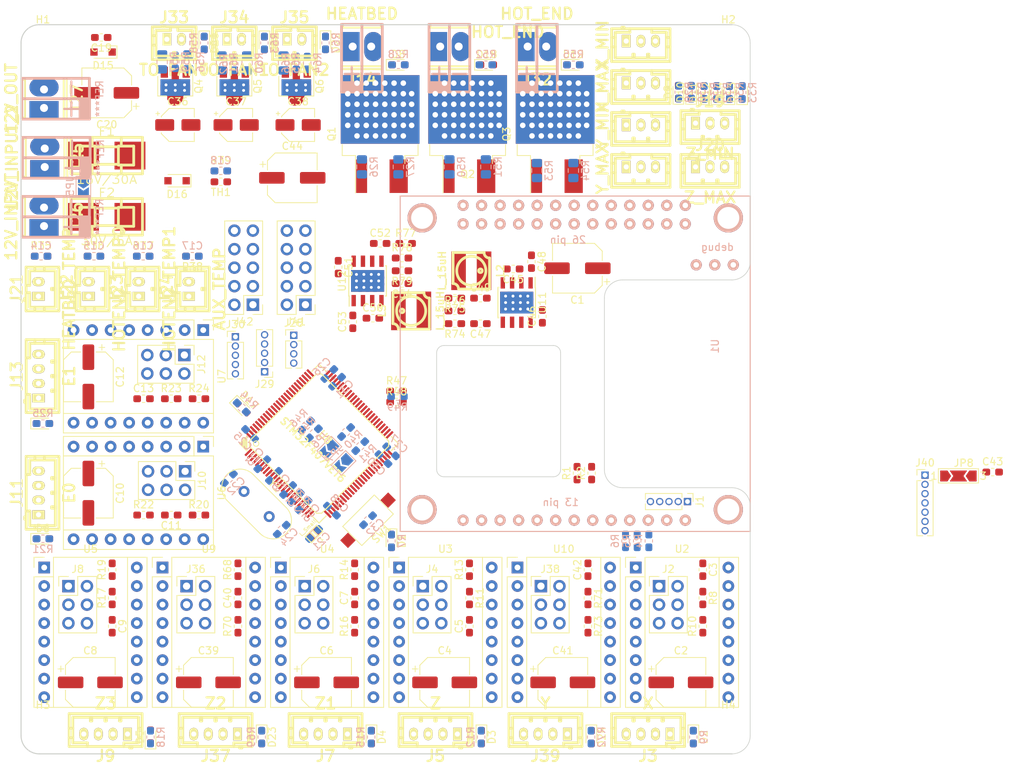
<source format=kicad_pcb>
(kicad_pcb (version 20171130) (host pcbnew 5.0.2-bee76a0~70~ubuntu18.04.1)
  (layers (0 F.Cu signal) (31 B.Cu signal) (34 B.Paste user) (35 F.Paste user) (36 B.SilkS user) (37 F.SilkS user) (38 B.Mask user) (39 F.Mask user) (44 Edge.Cuts user))
  (net 0 "")
  (net 1 GND)
  (net 2 +3V3)
  (net 3 +12V)
  (net 4 "Net-(U1-Pad203)")
  (net 5 "Net-(U1-Pad202)")
  (net 6 "Net-(U1-Pad201)")
  (net 7 "Net-(U1-Pad126)")
  (net 8 "Net-(U1-Pad125)")
  (net 9 "Net-(U1-Pad124)")
  (net 10 "Net-(U1-Pad123)")
  (net 11 "Net-(U1-Pad122)")
  (net 12 "Net-(U1-Pad121)")
  (net 13 "Net-(U1-Pad120)")
  (net 14 "Net-(U1-Pad119)")
  (net 15 "Net-(U1-Pad118)")
  (net 16 "Net-(U1-Pad117)")
  (net 17 "Net-(U1-Pad116)")
  (net 18 "Net-(U1-Pad115)")
  (net 19 "Net-(U1-Pad114)")
  (net 20 "Net-(U1-Pad113)")
  (net 21 "Net-(U1-Pad112)")
  (net 22 "Net-(U1-Pad111)")
  (net 23 "Net-(U1-Pad110)")
  (net 24 "Net-(U1-Pad109)")
  (net 25 "Net-(U1-Pad108)")
  (net 26 "Net-(U1-Pad107)")
  (net 27 "Net-(U1-Pad106)")
  (net 28 "Net-(U1-Pad105)")
  (net 29 "Net-(U1-Pad104)")
  (net 30 "Net-(U1-Pad103)")
  (net 31 "Net-(U1-Pad102)")
  (net 32 "Net-(U1-Pad101)")
  (net 33 "Net-(U1-Pad13)")
  (net 34 "Net-(U1-Pad12)")
  (net 35 "Net-(U1-Pad11)")
  (net 36 "Net-(U1-Pad10)")
  (net 37 "Net-(U1-Pad9)")
  (net 38 "Net-(U1-Pad8)")
  (net 39 "Net-(U1-Pad7)")
  (net 40 "Net-(J3-Pad1)")
  (net 41 "Net-(J3-Pad3)")
  (net 42 "Net-(J3-Pad2)")
  (net 43 "Net-(J3-Pad4)")
  (net 44 "Net-(J5-Pad4)")
  (net 45 "Net-(J5-Pad2)")
  (net 46 "Net-(J5-Pad3)")
  (net 47 "Net-(J5-Pad1)")
  (net 48 "Net-(J39-Pad1)")
  (net 49 "Net-(J39-Pad3)")
  (net 50 "Net-(J39-Pad2)")
  (net 51 "Net-(J39-Pad4)")
  (net 52 "Net-(J4-Pad1)")
  (net 53 "Net-(J4-Pad3)")
  (net 54 "Net-(J4-Pad5)")
  (net 55 "Net-(U3-Pad5)")
  (net 56 /X_~E1_STEP~PER_DRIVER/X_DIR)
  (net 57 /X_~E1_STEP~PER_DRIVER/X_STEP)
  (net 58 "Net-(U2-Pad5)")
  (net 59 "Net-(J2-Pad5)")
  (net 60 "Net-(J2-Pad3)")
  (net 61 "Net-(J2-Pad1)")
  (net 62 /X_~E1_STEP~PER_DRIVER/~X_EN~)
  (net 63 "Net-(U10-Pad5)")
  (net 64 "Net-(J38-Pad5)")
  (net 65 "Net-(J38-Pad3)")
  (net 66 "Net-(J38-Pad1)")
  (net 67 "Net-(D24-Pad2)")
  (net 68 "Net-(D3-Pad2)")
  (net 69 "Net-(D2-Pad2)")
  (net 70 "Net-(D1-Pad2)")
  (net 71 "Net-(J1-Pad3)")
  (net 72 "Net-(J1-Pad2)")
  (net 73 +5V)
  (net 74 "Net-(J1-Pad4)")
  (net 75 "Net-(J7-Pad4)")
  (net 76 "Net-(J7-Pad2)")
  (net 77 "Net-(J7-Pad3)")
  (net 78 "Net-(J7-Pad1)")
  (net 79 "Net-(J6-Pad1)")
  (net 80 "Net-(J6-Pad3)")
  (net 81 "Net-(J6-Pad5)")
  (net 82 "Net-(U4-Pad5)")
  (net 83 "Net-(D4-Pad2)")
  (net 84 "Net-(J37-Pad4)")
  (net 85 "Net-(J37-Pad2)")
  (net 86 "Net-(J37-Pad3)")
  (net 87 "Net-(J37-Pad1)")
  (net 88 "Net-(J36-Pad1)")
  (net 89 "Net-(J36-Pad3)")
  (net 90 "Net-(J36-Pad5)")
  (net 91 "Net-(U9-Pad5)")
  (net 92 "Net-(D23-Pad2)")
  (net 93 "Net-(J9-Pad1)")
  (net 94 "Net-(J9-Pad3)")
  (net 95 "Net-(J9-Pad2)")
  (net 96 "Net-(J9-Pad4)")
  (net 97 /Z3_~E1_STEP~PER_DRIVER/Z3_DIR)
  (net 98 /Z3_~E1_STEP~PER_DRIVER/Z3_STEP)
  (net 99 "Net-(U5-Pad5)")
  (net 100 "Net-(J8-Pad5)")
  (net 101 "Net-(J8-Pad3)")
  (net 102 "Net-(J8-Pad1)")
  (net 103 /Z3_~E1_STEP~PER_DRIVER/~Z3_EN~)
  (net 104 "Net-(D5-Pad2)")
  (net 105 "Net-(J11-Pad1)")
  (net 106 "Net-(J11-Pad3)")
  (net 107 "Net-(J11-Pad2)")
  (net 108 "Net-(J11-Pad4)")
  (net 109 "Net-(U6-Pad5)")
  (net 110 "Net-(J10-Pad5)")
  (net 111 "Net-(J10-Pad3)")
  (net 112 "Net-(J10-Pad1)")
  (net 113 "Net-(D6-Pad2)")
  (net 114 "Net-(J13-Pad4)")
  (net 115 "Net-(J13-Pad2)")
  (net 116 "Net-(J13-Pad3)")
  (net 117 "Net-(J13-Pad1)")
  (net 118 "Net-(J12-Pad1)")
  (net 119 "Net-(J12-Pad3)")
  (net 120 "Net-(J12-Pad5)")
  (net 121 "Net-(U7-Pad5)")
  (net 122 "Net-(D7-Pad2)")
  (net 123 "Net-(D14-Pad2)")
  (net 124 "Net-(D13-Pad2)")
  (net 125 "Net-(D9-Pad2)")
  (net 126 "Net-(D12-Pad2)")
  (net 127 "Net-(D11-Pad2)")
  (net 128 "Net-(D10-Pad2)")
  (net 129 +12V2)
  (net 130 "Net-(Q1-Pad1)")
  (net 131 "Net-(D8-Pad2)")
  (net 132 "Net-(Q2-Pad1)")
  (net 133 "Net-(D18-Pad2)")
  (net 134 "Net-(Q3-Pad1)")
  (net 135 "Net-(D19-Pad2)")
  (net 136 "Net-(C53-Pad1)")
  (net 137 "Net-(C53-Pad2)")
  (net 138 "Net-(R78-Pad1)")
  (net 139 "Net-(C52-Pad1)")
  (net 140 "Net-(U12-Pad7)")
  (net 141 "Net-(C51-Pad1)")
  (net 142 "Net-(C52-Pad2)")
  (net 143 "Net-(C48-Pad1)")
  (net 144 "Net-(C46-Pad1)")
  (net 145 "Net-(U11-Pad7)")
  (net 146 "Net-(C47-Pad1)")
  (net 147 "Net-(R75-Pad1)")
  (net 148 "Net-(C48-Pad2)")
  (net 149 "Net-(C47-Pad2)")
  (net 150 PE5)
  (net 151 PE6)
  (net 152 "Net-(C23-Pad1)")
  (net 153 PC13)
  (net 154 PC14)
  (net 155 PE2)
  (net 156 PE3)
  (net 157 PE4)
  (net 158 PC2)
  (net 159 PC3)
  (net 160 "Net-(C21-Pad1)")
  (net 161 PA0)
  (net 162 PA1)
  (net 163 PC4)
  (net 164 PC5)
  (net 165 PB0)
  (net 166 PB1)
  (net 167 PE7)
  (net 168 PE8)
  (net 169 PE9)
  (net 170 PB12)
  (net 171 PB13)
  (net 172 PB14)
  (net 173 PB15)
  (net 174 PD8)
  (net 175 PD9)
  (net 176 PC15)
  (net 177 PA2)
  (net 178 PA3)
  (net 179 PE10)
  (net 180 PE11)
  (net 181 PE12)
  (net 182 PD10)
  (net 183 PD11)
  (net 184 PD12)
  (net 185 "Net-(C22-Pad1)")
  (net 186 "Net-(C24-Pad1)")
  (net 187 PC0)
  (net 188 PC1)
  (net 189 PA4)
  (net 190 PA5)
  (net 191 PA6)
  (net 192 PA7)
  (net 193 PE13)
  (net 194 PE14)
  (net 195 PE15)
  (net 196 PB10)
  (net 197 PB11)
  (net 198 PD13)
  (net 199 PD14)
  (net 200 PD15)
  (net 201 PC6)
  (net 202 PC7)
  (net 203 PC8)
  (net 204 PC9)
  (net 205 PA8)
  (net 206 PA9)
  (net 207 PA10)
  (net 208 PA15)
  (net 209 PC10)
  (net 210 PC11)
  (net 211 PC12)
  (net 212 PD0)
  (net 213 PD1)
  (net 214 PD2)
  (net 215 PD3)
  (net 216 PD4)
  (net 217 PD5)
  (net 218 PD6)
  (net 219 PD7)
  (net 220 PB3)
  (net 221 PB4)
  (net 222 PB5)
  (net 223 PB8)
  (net 224 PB9)
  (net 225 PE0)
  (net 226 PE1)
  (net 227 "Net-(D17-Pad1)")
  (net 228 "Net-(JP7-Pad1)")
  (net 229 "Net-(JP6-Pad1)")
  (net 230 "Net-(Q4-Pad2)")
  (net 231 "Net-(Q4-Pad1)")
  (net 232 "Net-(D20-Pad2)")
  (net 233 "Net-(Q5-Pad2)")
  (net 234 "Net-(Q5-Pad1)")
  (net 235 "Net-(D21-Pad2)")
  (net 236 "Net-(Q6-Pad2)")
  (net 237 "Net-(Q6-Pad1)")
  (net 238 "Net-(D22-Pad2)")
  (net 239 "Net-(F1-Pad1)")
  (net 240 "Net-(F2-Pad1)")
  (net 241 /STM32_CORE/STM32_CORE_MCU/GND-VCC3V3)
  (net 242 /STM32_CORE/STM32_CORE_MCU/BOOT1)
  (net 243 /STM32_CORE/STM32_CORE_MCU/GND-CAP1)
  (net 244 /STM32_CORE/STM32_CORE_MCU/RESET)
  (net 245 /orange_pi/OPI_USB-DM2)
  (net 246 /orange_pi/OPI_USB-DP2)
  (net 247 /STM32_CORE/STM32_CORE_MCU/SWDIO)
  (net 248 /STM32_CORE/STM32_CORE_MCU/GND-CAP2)
  (net 249 /STM32_CORE/STM32_CORE_MCU/SWCLK)
  (net 250 /STM32_CORE/STM32_SCL1)
  (net 251 /STM32_CORE/STM32_SDA1)
  (net 252 /STM32_CORE/STM32_CORE_MCU/BOOT0)
  (net 253 /Thermistors/AUX_TEMP)
  (net 254 /Thermistors/HOTEND_TEMP1)
  (net 255 /Thermistors/HOTEND_TEMP0)
  (net 256 /Thermistors/HEATBED_TEMP)
  (net 257 /HEATBED/-12V2)
  (net 258 /HOTENDS/HOTEND_0/-12V)
  (net 259 /HOTENDS/HOTEND_1/-12V)
  (net 260 /END_STOP/Z_MAX)
  (net 261 /END_STOP/Z_MIN)
  (net 262 /END_STOP/Y_MAX)
  (net 263 /END_STOP/Y_MIN)
  (net 264 /END_STOP/X_MAX)
  (net 265 /END_STOP/X_MIN)
  (net 266 /Z_~E1_STEP~PER_DRIVER/~Z_EN~)
  (net 267 /Z_~E1_STEP~PER_DRIVER/Z_STEP)
  (net 268 /Z_~E1_STEP~PER_DRIVER/Z_DIR)
  (net 269 /Z2_~E1_STEP~PER_DRIVER/~Z2_EN~)
  (net 270 /Z2_~E1_STEP~PER_DRIVER/Z2_STEP)
  (net 271 /Z2_~E1_STEP~PER_DRIVER/Z2_DIR)
  (net 272 /E1_~E1_STEP~PER_DRIVER/~E1_EN~)
  (net 273 /E1_~E1_STEP~PER_DRIVER/E1_STEP)
  (net 274 /E1_~E1_STEP~PER_DRIVER/E1_DIR)
  (net 275 /Z1_~E1_STEP~PER_DRIVER/~Z1_EN~)
  (net 276 /Z1_~E1_STEP~PER_DRIVER/Z1_STEP)
  (net 277 /Z1_~E1_STEP~PER_DRIVER/Z1_DIR)
  (net 278 /Y_~E1_STEP~PER_DRIVER/Y_DIR)
  (net 279 /Y_~E1_STEP~PER_DRIVER/Y_STEP)
  (net 280 /Y_~E1_STEP~PER_DRIVER/~Y_EN~)
  (net 281 /E0_~E1_STEP~PER_DRIVER/E0_DIR)
  (net 282 /E0_~E1_STEP~PER_DRIVER/E0_STEP)
  (net 283 /E0_~E1_STEP~PER_DRIVER/~E0_EN~)
  (net 284 /HEATBED/HEATBED_EN)
  (net 285 /FANS/FAN0/FAN_EN)
  (net 286 /HOTENDS/HOTEND_EN1)
  (net 287 /FANS/FAN1/FAN_EN)
  (net 288 /HOTENDS/HOTEND_EN2)
  (net 289 /FANS/FAN2/FAN_EN)
  (net 290 /Thermistors/PCB_TEMP)
  (net 291 "Net-(J29-Pad3)")
  (net 292 "Net-(J29-Pad2)")
  (net 293 /orange_pi/OPI_USB-DP3)
  (net 294 /orange_pi/OPI_USB-DM3)
  (net 295 /POWER_SUPPLY/AM-VIN)
  (net 296 "Net-(J42-Pad1)")
  (net 297 "Net-(J42-Pad2)")
  (net 298 "/st7920 type lcd/BTN_EN2")
  (net 299 "Net-(J42-Pad4)")
  (net 300 "/st7920 type lcd/BTN_EN1")
  (net 301 "Net-(J42-Pad6)")
  (net 302 "Net-(J42-Pad7)")
  (net 303 "/st7920 type lcd/RESET")
  (net 304 "/st7920 type lcd/KILL")
  (net 305 "Net-(J41-Pad8)")
  (net 306 "Net-(J41-Pad7)")
  (net 307 "Net-(J41-Pad6)")
  (net 308 "/st7920 type lcd/LCD_SCLK")
  (net 309 "/st7920 type lcd/LCD_CS")
  (net 310 "/st7920 type lcd/LCD_SID")
  (net 311 "/st7920 type lcd/BTN_ENC")
  (net 312 "/st7920 type lcd/BEEPER")
  (net 313 "/st7920 type lcd/DO")
  (net 314 "/st7920 type lcd/DI")
  (net 315 "/st7920 type lcd/RST")
  (net 316 "/st7920 type lcd/DC")
  (net 317 "/st7920 type lcd/CS")
  (net 318 "Net-(J30-Pad5)")
  (net 319 "Net-(C43-Pad1)")
  (net 320 "Net-(C38-Pad2)")
  (net 321 "Net-(C37-Pad2)")
  (net 322 "Net-(C36-Pad2)")
  (module Resistor_SMD:R_0603_1608Metric_Pad1.05x0.95mm_HandSolder (layer F.Cu) (at 93.5 78.625 270)
    (fp_text reference R8 (at 0 -1.43 270) (layer F.SilkS))
    (fp_text value R104,0603)
    (pad 1 smd roundrect (at -0.875 0 270) (size 1.05 0.95) (layers F.Cu F.Paste F.Mask) (net 1 GND))
    (pad 2 smd roundrect (at 0.875 0 270) (size 1.05 0.95) (layers F.Cu F.Paste F.Mask) (net 61 "Net-(J2-Pad1)"))
  )
  (module Capacitor_SMD:CP_Elec_6.3x5.3 (layer F.Cu) (at 76.3 33.4 180)
    (fp_text reference C1 (at 0 -4.35 180) (layer F.SilkS))
    (fp_text value CP100uf,10V)
    (pad 1 smd roundrect (at -2.8 0 180) (size 3.5 1.6) (layers F.Cu F.Paste F.Mask) (roundrect_rratio 0.15625) (net 73 +5V))
    (pad 2 smd roundrect (at 2.8 0 180) (size 3.5 1.6) (layers F.Cu F.Paste F.Mask) (roundrect_rratio 0.15625) (net 1 GND))
  )
  (module Capacitor_SMD:C_0603_1608Metric_Pad1.05x0.95mm_HandSolder (layer F.Cu) (at 133.255001 61.355001)
    (fp_text reference C43 (at 0 -1.43) (layer F.SilkS))
    (fp_text value C104,0603)
    (pad 1 smd roundrect (at -0.875 0) (size 1.05 0.95) (layers F.Cu F.Paste F.Mask) (net 319 "Net-(C43-Pad1)"))
    (pad 2 smd roundrect (at 0.875 0) (size 1.05 0.95) (layers F.Cu F.Paste F.Mask) (net 1 GND))
  )
  (module Connector_PinHeader_1.27mm:PinHeader_1x07_P1.27mm_Vertical (layer F.Cu) (at 123.975001 61.775001)
    (fp_text reference J40 (at 0 -1.695) (layer F.SilkS))
    (fp_text value Conn_01x07)
    (pad 1 thru_hole rect (at 0 0) (size 1 1) (drill 0.65) (layers *.Cu *.Mask) (net 1 GND))
    (pad 2 thru_hole oval (at 0 1.27) (size 1 1) (drill 0.65) (layers *.Cu *.Mask) (net 319 "Net-(C43-Pad1)"))
    (pad 3 thru_hole oval (at 0 2.54) (size 1 1) (drill 0.65) (layers *.Cu *.Mask) (net 313 "/st7920 type lcd/DO"))
    (pad 4 thru_hole oval (at 0 3.81) (size 1 1) (drill 0.65) (layers *.Cu *.Mask) (net 314 "/st7920 type lcd/DI"))
    (pad 5 thru_hole oval (at 0 5.08) (size 1 1) (drill 0.65) (layers *.Cu *.Mask) (net 315 "/st7920 type lcd/RST"))
    (pad 6 thru_hole oval (at 0 6.35) (size 1 1) (drill 0.65) (layers *.Cu *.Mask) (net 316 "/st7920 type lcd/DC"))
    (pad 7 thru_hole oval (at 0 7.62) (size 1 1) (drill 0.65) (layers *.Cu *.Mask) (net 317 "/st7920 type lcd/CS"))
  )
  (module Jumper:SolderJumper-3_P2.0mm_Open_TrianglePad1.0x1.5mm_NumberLabels (layer F.Cu) (at 128.555001 61.895001)
    (fp_text reference JP8 (at 0.725 -1.775) (layer F.SilkS))
    (fp_text value SolderJumper_3_Open)
    (fp_text user 3 (at 3.4 0) (layer F.SilkS))
    (fp_text user 1 (at -3.35 0) (layer F.SilkS))
    (pad 1 smd custom (at -2 0) (size 0.3 0.3) (layers F.Cu F.Mask) (net 2 +3V3) (options (clearance outline) (anchor rect)) (primitives (gr_poly (pts (xy -0.5 -0.75) (xy 0.5 -0.75) (xy 1 0) (xy 0.5 0.75) (xy -0.5 0.75)) (width 0))))
    (pad 2 smd custom (at 0 0) (size 0.3 0.3) (layers F.Cu) (net 319 "Net-(C43-Pad1)") (options (clearance outline) (anchor rect)) (primitives (gr_poly (pts (xy -1.2 -0.75) (xy 1.2 -0.75) (xy 0.7 0) (xy 1.2 0.75) (xy -1.2 0.75) (xy -0.7 0)) (width 0))))
    (pad 3 smd custom (at 2 0 180) (size 0.3 0.3) (layers F.Cu F.Mask) (net 73 +5V) (options (clearance outline) (anchor rect)) (primitives (gr_poly (pts (xy -0.5 -0.75) (xy 0.5 -0.75) (xy 1 0) (xy 0.5 0.75) (xy -0.5 0.75)) (width 0))))
  )
  (module Capacitor_SMD:CP_Elec_4x5.3 (layer F.Cu) (at 38 13.75)
    (fp_text reference C38 (at 0 -3.2) (layer F.SilkS))
    (fp_text value CP1uf,50V)
    (pad 1 smd roundrect (at -1.8 0) (size 2.6 1.6) (layers F.Cu F.Paste F.Mask) (roundrect_rratio 0.15625) (net 3 +12V))
    (pad 2 smd roundrect (at 1.8 0) (size 2.6 1.6) (layers F.Cu F.Paste F.Mask) (roundrect_rratio 0.15625) (net 320 "Net-(C38-Pad2)"))
  )
  (module Capacitor_SMD:CP_Elec_4x5.3 (layer F.Cu) (at 21.5 13.75)
    (fp_text reference C36 (at 0 -3.2) (layer F.SilkS))
    (fp_text value CP1uf,50V)
    (pad 2 smd roundrect (at 1.8 0) (size 2.6 1.6) (layers F.Cu F.Paste F.Mask) (roundrect_rratio 0.15625) (net 322 "Net-(C36-Pad2)"))
    (pad 1 smd roundrect (at -1.8 0) (size 2.6 1.6) (layers F.Cu F.Paste F.Mask) (roundrect_rratio 0.15625) (net 3 +12V))
  )
  (module Capacitor_SMD:CP_Elec_4x5.3 (layer F.Cu) (at 29.5 13.75)
    (fp_text reference C37 (at 0 -3.2) (layer F.SilkS))
    (fp_text value CP1uf,50V)
    (pad 1 smd roundrect (at -1.8 0) (size 2.6 1.6) (layers F.Cu F.Paste F.Mask) (roundrect_rratio 0.15625) (net 3 +12V))
    (pad 2 smd roundrect (at 1.8 0) (size 2.6 1.6) (layers F.Cu F.Paste F.Mask) (roundrect_rratio 0.15625) (net 321 "Net-(C37-Pad2)"))
  )
  (module Resistor_SMD:R_0603_1608Metric_Pad1.05x0.95mm_HandSolder (layer B.Cu) (at 51.625 51)
    (fp_text reference R49 (at 0 1.43) (layer B.SilkS) (effects (justify mirror)))
    (fp_text value R152,0603)
    (pad 1 smd roundrect (at -0.875 0) (size 1.05 0.95) (layers B.Cu B.Paste B.Mask) (net 246 /orange_pi/OPI_USB-DP2))
    (pad 2 smd roundrect (at 0.875 0) (size 1.05 0.95) (layers B.Cu B.Paste B.Mask) (net 2 +3V3))
  )
  (module Resistor_SMD:R_0603_1608Metric_Pad1.05x0.95mm_HandSolder (layer F.Cu) (at 51.5 51.75)
    (fp_text reference R48 (at 0 -1.43) (layer F.SilkS))
    (fp_text value R220,0603)
    (pad 2 smd roundrect (at 0.875 0) (size 1.05 0.95) (layers F.Cu F.Paste F.Mask) (net 291 "Net-(J29-Pad3)"))
    (pad 1 smd roundrect (at -0.875 0) (size 1.05 0.95) (layers F.Cu F.Paste F.Mask) (net 246 /orange_pi/OPI_USB-DP2))
  )
  (module Resistor_SMD:R_0603_1608Metric_Pad1.05x0.95mm_HandSolder (layer F.Cu) (at 51.5 50.25)
    (fp_text reference R47 (at 0 -1.43) (layer F.SilkS))
    (fp_text value R220,0603)
    (pad 1 smd roundrect (at -0.875 0) (size 1.05 0.95) (layers F.Cu F.Paste F.Mask) (net 245 /orange_pi/OPI_USB-DM2))
    (pad 2 smd roundrect (at 0.875 0) (size 1.05 0.95) (layers F.Cu F.Paste F.Mask) (net 292 "Net-(J29-Pad2)"))
  )
  (module Resistor_SMD:R_0603_1608Metric_Pad1.05x0.95mm_HandSolder (layer F.Cu) (at 76.25 61.5 90)
    (fp_text reference R1 (at 0 -1.43 90) (layer F.SilkS))
    (fp_text value R153,0603)
    (pad 2 smd roundrect (at 0.875 0 90) (size 1.05 0.95) (layers F.Cu F.Paste F.Mask) (net 1 GND))
    (pad 1 smd roundrect (at -0.875 0 90) (size 1.05 0.95) (layers F.Cu F.Paste F.Mask) (net 246 /orange_pi/OPI_USB-DP2))
  )
  (module Resistor_SMD:R_0603_1608Metric_Pad1.05x0.95mm_HandSolder (layer F.Cu) (at 78.25 61.5 90)
    (fp_text reference R2 (at 0 -1.43 90) (layer F.SilkS))
    (fp_text value R153,0603)
    (pad 1 smd roundrect (at -0.875 0 90) (size 1.05 0.95) (layers F.Cu F.Paste F.Mask) (net 245 /orange_pi/OPI_USB-DM2))
    (pad 2 smd roundrect (at 0.875 0 90) (size 1.05 0.95) (layers F.Cu F.Paste F.Mask) (net 1 GND))
  )
  (module Connector_PinHeader_1.27mm:PinHeader_1x05_P1.27mm_Vertical (layer F.Cu) (at 33.4 47.6 180)
    (fp_text reference J29 (at 0 -1.695 180) (layer F.SilkS))
    (fp_text value USB_DEBUG)
    (pad 1 thru_hole rect (at 0 0 180) (size 1 1) (drill 0.65) (layers *.Cu *.Mask) (net 73 +5V))
    (pad 2 thru_hole oval (at 0 1.27 180) (size 1 1) (drill 0.65) (layers *.Cu *.Mask) (net 292 "Net-(J29-Pad2)"))
    (pad 3 thru_hole oval (at 0 2.54 180) (size 1 1) (drill 0.65) (layers *.Cu *.Mask) (net 291 "Net-(J29-Pad3)"))
    (pad 4 thru_hole oval (at 0 3.81 180) (size 1 1) (drill 0.65) (layers *.Cu *.Mask) (net 1 GND))
    (pad 5 thru_hole oval (at 0 5.08 180) (size 1 1) (drill 0.65) (layers *.Cu *.Mask) (net 1 GND))
  )
  (module Capacitor_SMD:CP_Elec_6.3x5.3 (layer F.Cu) (at 37.2 21)
    (fp_text reference C44 (at 0 -4.35) (layer F.SilkS))
    (fp_text value CP100uf,16V)
    (pad 1 smd roundrect (at -2.8 0) (size 3.5 1.6) (layers F.Cu F.Paste F.Mask) (roundrect_rratio 0.15625) (net 73 +5V))
    (pad 2 smd roundrect (at 2.8 0) (size 3.5 1.6) (layers F.Cu F.Paste F.Mask) (roundrect_rratio 0.15625) (net 1 GND))
  )
  (module Connector_PinHeader_1.27mm:PinHeader_1x05_P1.27mm_Vertical (layer F.Cu) (at 29.4 42.8)
    (fp_text reference J30 (at 0 -1.695) (layer F.SilkS))
    (fp_text value PWR_DEBUG)
    (pad 5 thru_hole oval (at 0 5.08) (size 1 1) (drill 0.65) (layers *.Cu *.Mask) (net 318 "Net-(J30-Pad5)"))
    (pad 4 thru_hole oval (at 0 3.81) (size 1 1) (drill 0.65) (layers *.Cu *.Mask) (net 3 +12V))
    (pad 3 thru_hole oval (at 0 2.54) (size 1 1) (drill 0.65) (layers *.Cu *.Mask) (net 73 +5V))
    (pad 2 thru_hole oval (at 0 1.27) (size 1 1) (drill 0.65) (layers *.Cu *.Mask) (net 2 +3V3))
    (pad 1 thru_hole rect (at 0 0) (size 1 1) (drill 0.65) (layers *.Cu *.Mask) (net 1 GND))
  )
  (module Connector_PinHeader_2.54mm:PinHeader_2x05_P2.54mm_Vertical (layer F.Cu) (at 39 38.4 180)
    (fp_text reference J41 (at 1.27 -2.33 180) (layer F.SilkS))
    (fp_text value EXP1)
    (pad 10 thru_hole oval (at 2.54 10.16 180) (size 1.7 1.7) (drill 1) (layers *.Cu *.Mask) (net 73 +5V))
    (pad 9 thru_hole oval (at 0 10.16 180) (size 1.7 1.7) (drill 1) (layers *.Cu *.Mask) (net 1 GND))
    (pad 8 thru_hole oval (at 2.54 7.62 180) (size 1.7 1.7) (drill 1) (layers *.Cu *.Mask) (net 305 "Net-(J41-Pad8)"))
    (pad 7 thru_hole oval (at 0 7.62 180) (size 1.7 1.7) (drill 1) (layers *.Cu *.Mask) (net 306 "Net-(J41-Pad7)"))
    (pad 6 thru_hole oval (at 2.54 5.08 180) (size 1.7 1.7) (drill 1) (layers *.Cu *.Mask) (net 307 "Net-(J41-Pad6)"))
    (pad 5 thru_hole oval (at 0 5.08 180) (size 1.7 1.7) (drill 1) (layers *.Cu *.Mask) (net 308 "/st7920 type lcd/LCD_SCLK"))
    (pad 4 thru_hole oval (at 2.54 2.54 180) (size 1.7 1.7) (drill 1) (layers *.Cu *.Mask) (net 309 "/st7920 type lcd/LCD_CS"))
    (pad 3 thru_hole oval (at 0 2.54 180) (size 1.7 1.7) (drill 1) (layers *.Cu *.Mask) (net 310 "/st7920 type lcd/LCD_SID"))
    (pad 2 thru_hole oval (at 2.54 0 180) (size 1.7 1.7) (drill 1) (layers *.Cu *.Mask) (net 311 "/st7920 type lcd/BTN_ENC"))
    (pad 1 thru_hole rect (at 0 0 180) (size 1.7 1.7) (drill 1) (layers *.Cu *.Mask) (net 312 "/st7920 type lcd/BEEPER"))
  )
  (module Connector_PinHeader_2.54mm:PinHeader_2x05_P2.54mm_Vertical (layer F.Cu) (at 31.8 38.4 180)
    (fp_text reference J42 (at 1.27 -2.33 180) (layer F.SilkS))
    (fp_text value EXP2)
    (pad 1 thru_hole rect (at 0 0 180) (size 1.7 1.7) (drill 1) (layers *.Cu *.Mask) (net 296 "Net-(J42-Pad1)"))
    (pad 2 thru_hole oval (at 2.54 0 180) (size 1.7 1.7) (drill 1) (layers *.Cu *.Mask) (net 297 "Net-(J42-Pad2)"))
    (pad 3 thru_hole oval (at 0 2.54 180) (size 1.7 1.7) (drill 1) (layers *.Cu *.Mask) (net 298 "/st7920 type lcd/BTN_EN2"))
    (pad 4 thru_hole oval (at 2.54 2.54 180) (size 1.7 1.7) (drill 1) (layers *.Cu *.Mask) (net 299 "Net-(J42-Pad4)"))
    (pad 5 thru_hole oval (at 0 5.08 180) (size 1.7 1.7) (drill 1) (layers *.Cu *.Mask) (net 300 "/st7920 type lcd/BTN_EN1"))
    (pad 6 thru_hole oval (at 2.54 5.08 180) (size 1.7 1.7) (drill 1) (layers *.Cu *.Mask) (net 301 "Net-(J42-Pad6)"))
    (pad 7 thru_hole oval (at 0 7.62 180) (size 1.7 1.7) (drill 1) (layers *.Cu *.Mask) (net 302 "Net-(J42-Pad7)"))
    (pad 8 thru_hole oval (at 2.54 7.62 180) (size 1.7 1.7) (drill 1) (layers *.Cu *.Mask) (net 303 "/st7920 type lcd/RESET"))
    (pad 9 thru_hole oval (at 0 10.16 180) (size 1.7 1.7) (drill 1) (layers *.Cu *.Mask) (net 1 GND))
    (pad 10 thru_hole oval (at 2.54 10.16 180) (size 1.7 1.7) (drill 1) (layers *.Cu *.Mask) (net 304 "/st7920 type lcd/KILL"))
  )
  (module w_smd_lqfp:TQFP-100 (layer F.Cu) (at 40.866117 57.451903 315)
    (fp_text reference U8 (at 0 -1.2 315) (layer F.SilkS) (effects (font (thickness 0.2))))
    (fp_text value STM32F407VET6 (at 0 1.2 315) (layer F.SilkS) (effects (font (thickness 0.2))))
    (pad 4 smd rect (at -4.500001 7.67 315) (size 0.3 1.3) (layers F.Cu F.Paste F.Mask) (net 150 PE5))
    (pad 5 smd rect (at -4 7.67 315) (size 0.3 1.3) (layers F.Cu F.Paste F.Mask) (net 151 PE6))
    (pad 6 smd rect (at -3.5 7.67 315) (size 0.3 1.3) (layers F.Cu F.Paste F.Mask) (net 152 "Net-(C23-Pad1)"))
    (pad 7 smd rect (at -3 7.67 315) (size 0.3 1.3) (layers F.Cu F.Paste F.Mask) (net 153 PC13))
    (pad 8 smd rect (at -2.5 7.67 315) (size 0.3 1.3) (layers F.Cu F.Paste F.Mask) (net 154 PC14))
    (pad 1 smd rect (at -6 7.67 315) (size 0.3 1.3) (layers F.Cu F.Paste F.Mask) (net 155 PE2))
    (pad 2 smd rect (at -5.5 7.67 315) (size 0.3 1.3) (layers F.Cu F.Paste F.Mask) (net 156 PE3))
    (pad 3 smd rect (at -5 7.67 315) (size 0.3 1.3) (layers F.Cu F.Paste F.Mask) (net 157 PE4))
    (pad 17 smd rect (at 2.000001 7.67 315) (size 0.3 1.3) (layers F.Cu F.Paste F.Mask) (net 158 PC2))
    (pad 18 smd rect (at 2.5 7.67 315) (size 0.3 1.3) (layers F.Cu F.Paste F.Mask) (net 159 PC3))
    (pad 19 smd rect (at 3 7.67 315) (size 0.3 1.3) (layers F.Cu F.Paste F.Mask) (net 241 /STM32_CORE/STM32_CORE_MCU/GND-VCC3V3))
    (pad 20 smd rect (at 3.5 7.67 315) (size 0.3 1.3) (layers F.Cu F.Paste F.Mask) (net 1 GND))
    (pad 21 smd rect (at 4 7.67 315) (size 0.3 1.3) (layers F.Cu F.Paste F.Mask) (net 160 "Net-(C21-Pad1)"))
    (pad 22 smd rect (at 4.500001 7.67 315) (size 0.3 1.3) (layers F.Cu F.Paste F.Mask) (net 2 +3V3))
    (pad 23 smd rect (at 5 7.67 315) (size 0.3 1.3) (layers F.Cu F.Paste F.Mask) (net 161 PA0))
    (pad 24 smd rect (at 5.5 7.67 315) (size 0.3 1.3) (layers F.Cu F.Paste F.Mask) (net 162 PA1))
    (pad 33 smd rect (at 7.67 2.5 315) (size 1.3 0.3) (layers F.Cu F.Paste F.Mask) (net 163 PC4))
    (pad 34 smd rect (at 7.67 2.000001 315) (size 1.3 0.3) (layers F.Cu F.Paste F.Mask) (net 164 PC5))
    (pad 35 smd rect (at 7.67 1.5 315) (size 1.3 0.3) (layers F.Cu F.Paste F.Mask) (net 165 PB0))
    (pad 36 smd rect (at 7.67 1 315) (size 1.3 0.3) (layers F.Cu F.Paste F.Mask) (net 166 PB1))
    (pad 37 smd rect (at 7.67 0.499999 315) (size 1.3 0.3) (layers F.Cu F.Paste F.Mask) (net 242 /STM32_CORE/STM32_CORE_MCU/BOOT1))
    (pad 38 smd rect (at 7.67 0 315) (size 1.3 0.3) (layers F.Cu F.Paste F.Mask) (net 167 PE7))
    (pad 39 smd rect (at 7.67 -0.499999 315) (size 1.3 0.3) (layers F.Cu F.Paste F.Mask) (net 168 PE8))
    (pad 40 smd rect (at 7.67 -1 315) (size 1.3 0.3) (layers F.Cu F.Paste F.Mask) (net 169 PE9))
    (pad 49 smd rect (at 7.67 -5.5 315) (size 1.3 0.3) (layers F.Cu F.Paste F.Mask) (net 243 /STM32_CORE/STM32_CORE_MCU/GND-CAP1))
    (pad 50 smd rect (at 7.67 -6 315) (size 1.3 0.3) (layers F.Cu F.Paste F.Mask) (net 2 +3V3))
    (pad 51 smd rect (at 6 -7.67 315) (size 0.3 1.3) (layers F.Cu F.Paste F.Mask) (net 170 PB12))
    (pad 52 smd rect (at 5.5 -7.67 315) (size 0.3 1.3) (layers F.Cu F.Paste F.Mask) (net 171 PB13))
    (pad 53 smd rect (at 5 -7.67 315) (size 0.3 1.3) (layers F.Cu F.Paste F.Mask) (net 172 PB14))
    (pad 54 smd rect (at 4.500001 -7.67 315) (size 0.3 1.3) (layers F.Cu F.Paste F.Mask) (net 173 PB15))
    (pad 55 smd rect (at 4 -7.67 315) (size 0.3 1.3) (layers F.Cu F.Paste F.Mask) (net 174 PD8))
    (pad 56 smd rect (at 3.5 -7.67 315) (size 0.3 1.3) (layers F.Cu F.Paste F.Mask) (net 175 PD9))
    (pad 9 smd rect (at -2.000001 7.67 315) (size 0.3 1.3) (layers F.Cu F.Paste F.Mask) (net 176 PC15))
    (pad 10 smd rect (at -1.5 7.67 315) (size 0.3 1.3) (layers F.Cu F.Paste F.Mask) (net 1 GND))
    (pad 11 smd rect (at -1 7.67 315) (size 0.3 1.3) (layers F.Cu F.Paste F.Mask) (net 2 +3V3))
    (pad 25 smd rect (at 6 7.67 315) (size 0.3 1.3) (layers F.Cu F.Paste F.Mask) (net 177 PA2))
    (pad 26 smd rect (at 7.67 6 315) (size 1.3 0.3) (layers F.Cu F.Paste F.Mask) (net 178 PA3))
    (pad 27 smd rect (at 7.67 5.5 315) (size 1.3 0.3) (layers F.Cu F.Paste F.Mask) (net 1 GND))
    (pad 41 smd rect (at 7.67 -1.5 315) (size 1.3 0.3) (layers F.Cu F.Paste F.Mask) (net 179 PE10))
    (pad 42 smd rect (at 7.67 -2.000001 315) (size 1.3 0.3) (layers F.Cu F.Paste F.Mask) (net 180 PE11))
    (pad 43 smd rect (at 7.67 -2.5 315) (size 1.3 0.3) (layers F.Cu F.Paste F.Mask) (net 181 PE12))
    (pad 57 smd rect (at 3 -7.67 315) (size 0.3 1.3) (layers F.Cu F.Paste F.Mask) (net 182 PD10))
    (pad 58 smd rect (at 2.5 -7.67 315) (size 0.3 1.3) (layers F.Cu F.Paste F.Mask) (net 183 PD11))
    (pad 59 smd rect (at 2.000001 -7.67 315) (size 0.3 1.3) (layers F.Cu F.Paste F.Mask) (net 184 PD12))
    (pad 12 smd rect (at -0.499999 7.67 315) (size 0.3 1.3) (layers F.Cu F.Paste F.Mask) (net 185 "Net-(C22-Pad1)"))
    (pad 13 smd rect (at 0 7.67 315) (size 0.3 1.3) (layers F.Cu F.Paste F.Mask) (net 186 "Net-(C24-Pad1)"))
    (pad 14 smd rect (at 0.499999 7.67 315) (size 0.3 1.3) (layers F.Cu F.Paste F.Mask) (net 244 /STM32_CORE/STM32_CORE_MCU/RESET))
    (pad 15 smd rect (at 1 7.67 315) (size 0.3 1.3) (layers F.Cu F.Paste F.Mask) (net 187 PC0))
    (pad 16 smd rect (at 1.5 7.67 315) (size 0.3 1.3) (layers F.Cu F.Paste F.Mask) (net 188 PC1))
    (pad 28 smd rect (at 7.67 5 315) (size 1.3 0.3) (layers F.Cu F.Paste F.Mask) (net 2 +3V3))
    (pad 29 smd rect (at 7.67 4.500001 315) (size 1.3 0.3) (layers F.Cu F.Paste F.Mask) (net 189 PA4))
    (pad 30 smd rect (at 7.67 4 315) (size 1.3 0.3) (layers F.Cu F.Paste F.Mask) (net 190 PA5))
    (pad 31 smd rect (at 7.67 3.5 315) (size 1.3 0.3) (layers F.Cu F.Paste F.Mask) (net 191 PA6))
    (pad 32 smd rect (at 7.67 3 315) (size 1.3 0.3) (layers F.Cu F.Paste F.Mask) (net 192 PA7))
    (pad 44 smd rect (at 7.67 -3 315) (size 1.3 0.3) (layers F.Cu F.Paste F.Mask) (net 193 PE13))
    (pad 45 smd rect (at 7.67 -3.5 315) (size 1.3 0.3) (layers F.Cu F.Paste F.Mask) (net 194 PE14))
    (pad 46 smd rect (at 7.67 -4 315) (size 1.3 0.3) (layers F.Cu F.Paste F.Mask) (net 195 PE15))
    (pad 47 smd rect (at 7.67 -4.500001 315) (size 1.3 0.3) (layers F.Cu F.Paste F.Mask) (net 196 PB10))
    (pad 48 smd rect (at 7.67 -5 315) (size 1.3 0.3) (layers F.Cu F.Paste F.Mask) (net 197 PB11))
    (pad 60 smd rect (at 1.5 -7.67 315) (size 0.3 1.3) (layers F.Cu F.Paste F.Mask) (net 198 PD13))
    (pad 61 smd rect (at 1 -7.67 315) (size 0.3 1.3) (layers F.Cu F.Paste F.Mask) (net 199 PD14))
    (pad 62 smd rect (at 0.499999 -7.67 315) (size 0.3 1.3) (layers F.Cu F.Paste F.Mask) (net 200 PD15))
    (pad 63 smd rect (at 0 -7.67 315) (size 0.3 1.3) (layers F.Cu F.Paste F.Mask) (net 201 PC6))
    (pad 64 smd rect (at -0.499999 -7.67 315) (size 0.3 1.3) (layers F.Cu F.Paste F.Mask) (net 202 PC7))
    (pad 65 smd rect (at -1 -7.67 315) (size 0.3 1.3) (layers F.Cu F.Paste F.Mask) (net 203 PC8))
    (pad 66 smd rect (at -1.5 -7.67 315) (size 0.3 1.3) (layers F.Cu F.Paste F.Mask) (net 204 PC9))
    (pad 67 smd rect (at -2.000001 -7.67 315) (size 0.3 1.3) (layers F.Cu F.Paste F.Mask) (net 205 PA8))
    (pad 68 smd rect (at -2.5 -7.67 315) (size 0.3 1.3) (layers F.Cu F.Paste F.Mask) (net 206 PA9))
    (pad 69 smd rect (at -3 -7.67 315) (size 0.3 1.3) (layers F.Cu F.Paste F.Mask) (net 207 PA10))
    (pad 70 smd rect (at -3.5 -7.67 315) (size 0.3 1.3) (layers F.Cu F.Paste F.Mask) (net 245 /orange_pi/OPI_USB-DM2))
    (pad 71 smd rect (at -4 -7.67 315) (size 0.3 1.3) (layers F.Cu F.Paste F.Mask) (net 246 /orange_pi/OPI_USB-DP2))
    (pad 72 smd rect (at -4.500001 -7.67 315) (size 0.3 1.3) (layers F.Cu F.Paste F.Mask) (net 247 /STM32_CORE/STM32_CORE_MCU/SWDIO))
    (pad 73 smd rect (at -5 -7.67 315) (size 0.3 1.3) (layers F.Cu F.Paste F.Mask) (net 248 /STM32_CORE/STM32_CORE_MCU/GND-CAP2))
    (pad 74 smd rect (at -5.5 -7.67 315) (size 0.3 1.3) (layers F.Cu F.Paste F.Mask) (net 1 GND))
    (pad 75 smd rect (at -6 -7.67 315) (size 0.3 1.3) (layers F.Cu F.Paste F.Mask) (net 2 +3V3))
    (pad 76 smd rect (at -7.67 -6 315) (size 1.3 0.3) (layers F.Cu F.Paste F.Mask) (net 249 /STM32_CORE/STM32_CORE_MCU/SWCLK))
    (pad 77 smd rect (at -7.67 -5.5 315) (size 1.3 0.3) (layers F.Cu F.Paste F.Mask) (net 208 PA15))
    (pad 78 smd rect (at -7.67 -5 315) (size 1.3 0.3) (layers F.Cu F.Paste F.Mask) (net 209 PC10))
    (pad 79 smd rect (at -7.67 -4.500001 315) (size 1.3 0.3) (layers F.Cu F.Paste F.Mask) (net 210 PC11))
    (pad 80 smd rect (at -7.67 -4 315) (size 1.3 0.3) (layers F.Cu F.Paste F.Mask) (net 211 PC12))
    (pad 81 smd rect (at -7.67 -3.5 315) (size 1.3 0.3) (layers F.Cu F.Paste F.Mask) (net 212 PD0))
    (pad 82 smd rect (at -7.67 -3 315) (size 1.3 0.3) (layers F.Cu F.Paste F.Mask) (net 213 PD1))
    (pad 83 smd rect (at -7.67 -2.5 315) (size 1.3 0.3) (layers F.Cu F.Paste F.Mask) (net 214 PD2))
    (pad 84 smd rect (at -7.67 -2.000001 315) (size 1.3 0.3) (layers F.Cu F.Paste F.Mask) (net 215 PD3))
    (pad 85 smd rect (at -7.67 -1.5 315) (size 1.3 0.3) (layers F.Cu F.Paste F.Mask) (net 216 PD4))
    (pad 86 smd rect (at -7.67 -1 315) (size 1.3 0.3) (layers F.Cu F.Paste F.Mask) (net 217 PD5))
    (pad 87 smd rect (at -7.67 -0.499999 315) (size 1.3 0.3) (layers F.Cu F.Paste F.Mask) (net 218 PD6))
    (pad 88 smd rect (at -7.67 0 315) (size 1.3 0.3) (layers F.Cu F.Paste F.Mask) (net 219 PD7))
    (pad 89 smd rect (at -7.67 0.499999 315) (size 1.3 0.3) (layers F.Cu F.Paste F.Mask) (net 220 PB3))
    (pad 90 smd rect (at -7.67 1 315) (size 1.3 0.3) (layers F.Cu F.Paste F.Mask) (net 221 PB4))
    (pad 91 smd rect (at -7.67 1.5 315) (size 1.3 0.3) (layers F.Cu F.Paste F.Mask) (net 222 PB5))
    (pad 92 smd rect (at -7.67 2.000001 315) (size 1.3 0.3) (layers F.Cu F.Paste F.Mask) (net 250 /STM32_CORE/STM32_SCL1))
    (pad 93 smd rect (at -7.67 2.5 315) (size 1.3 0.3) (layers F.Cu F.Paste F.Mask) (net 251 /STM32_CORE/STM32_SDA1))
    (pad 94 smd rect (at -7.67 3 315) (size 1.3 0.3) (layers F.Cu F.Paste F.Mask) (net 252 /STM32_CORE/STM32_CORE_MCU/BOOT0))
    (pad 95 smd rect (at -7.67 3.5 315) (size 1.3 0.3) (layers F.Cu F.Paste F.Mask) (net 223 PB8))
    (pad 96 smd rect (at -7.67 4 315) (size 1.3 0.3) (layers F.Cu F.Paste F.Mask) (net 224 PB9))
    (pad 97 smd rect (at -7.67 4.500001 315) (size 1.3 0.3) (layers F.Cu F.Paste F.Mask) (net 225 PE0))
    (pad 98 smd rect (at -7.67 5 315) (size 1.3 0.3) (layers F.Cu F.Paste F.Mask) (net 226 PE1))
    (pad 99 smd rect (at -7.67 5.5 315) (size 1.3 0.3) (layers F.Cu F.Paste F.Mask) (net 1 GND))
    (pad 100 smd rect (at -7.67 6 315) (size 1.3 0.3) (layers F.Cu F.Paste F.Mask) (net 2 +3V3))
  )
  (module w_smd_inductors:inductor_smd_0603 (layer F.Cu) (at 40.184136 69.844039 225)
    (fp_text reference L1 (at 0 -1.2 225) (layer F.SilkS) (effects (font (size 0.5 0.5) (thickness 0.1))))
    (fp_text value L_Small (at 0 1.2 225) (layer F.SilkS) (effects (font (size 0.5 0.5) (thickness 0.1))))
    (pad 2 smd rect (at 0.63754 0 225) (size 0.635 1.016) (layers F.Cu F.Paste F.Mask) (net 160 "Net-(C21-Pad1)"))
    (pad 1 smd rect (at -0.63754 0 225) (size 0.635 1.016) (layers F.Cu F.Paste F.Mask) (net 2 +3V3))
  )
  (module Resistor_SMD:R_0603_1608Metric_Pad1.05x0.95mm_HandSolder (layer B.Cu) (at 39.09835 54.977029 225)
    (fp_text reference R46 (at 0 1.43 225) (layer B.SilkS) (effects (justify mirror)))
    (fp_text value R103,0603)
    (pad 2 smd roundrect (at 0.874999 0 225) (size 1.05 0.95) (layers B.Cu B.Paste B.Mask) (net 1 GND))
    (pad 1 smd roundrect (at -0.874999 0 225) (size 1.05 0.95) (layers B.Cu B.Paste B.Mask) (net 252 /STM32_CORE/STM32_CORE_MCU/BOOT0))
  )
  (module Resistor_SMD:R_0603_1608Metric_Pad1.05x0.95mm_HandSolder (layer B.Cu) (at 40.15901 56.037689 225)
    (fp_text reference R45 (at 0 1.43 225) (layer B.SilkS) (effects (justify mirror)))
    (fp_text value R103,0603)
    (pad 1 smd roundrect (at -0.874999 0 225) (size 1.05 0.95) (layers B.Cu B.Paste B.Mask) (net 242 /STM32_CORE/STM32_CORE_MCU/BOOT1))
    (pad 2 smd roundrect (at 0.874999 0 225) (size 1.05 0.95) (layers B.Cu B.Paste B.Mask) (net 1 GND))
  )
  (module Resistor_SMD:R_0603_1608Metric_Pad1.05x0.95mm_HandSolder (layer B.Cu) (at 30.259515 52.502155 135)
    (fp_text reference R44 (at 0 1.43 135) (layer B.SilkS) (effects (justify mirror)))
    (fp_text value R102,0603)
    (pad 2 smd roundrect (at 0.874999 0 135) (size 1.05 0.95) (layers B.Cu B.Paste B.Mask) (net 227 "Net-(D17-Pad1)"))
    (pad 1 smd roundrect (at -0.874999 0 135) (size 1.05 0.95) (layers B.Cu B.Paste B.Mask) (net 224 PB9))
  )
  (module Resistor_SMD:R_0603_1608Metric_Pad1.05x0.95mm_HandSolder (layer B.Cu) (at 36.623476 63.815864 45)
    (fp_text reference R43 (at 0 1.43 45) (layer B.SilkS) (effects (justify mirror)))
    (fp_text value R0,0603)
    (pad 1 smd roundrect (at -0.874999 0 45) (size 1.05 0.95) (layers B.Cu B.Paste B.Mask) (net 241 /STM32_CORE/STM32_CORE_MCU/GND-VCC3V3))
    (pad 2 smd roundrect (at 0.874999 0 45) (size 1.05 0.95) (layers B.Cu B.Paste B.Mask) (net 1 GND))
  )
  (module Resistor_SMD:R_0603_1608Metric_Pad1.05x0.95mm_HandSolder (layer B.Cu) (at 37.684136 64.876524 45)
    (fp_text reference R42 (at 0 1.43 45) (layer B.SilkS) (effects (justify mirror)))
    (fp_text value R0,0603)
    (pad 2 smd roundrect (at 0.874999 0 45) (size 1.05 0.95) (layers B.Cu B.Paste B.Mask) (net 2 +3V3))
    (pad 1 smd roundrect (at -0.874999 0 45) (size 1.05 0.95) (layers B.Cu B.Paste B.Mask) (net 241 /STM32_CORE/STM32_CORE_MCU/GND-VCC3V3))
  )
  (module Resistor_SMD:R_0603_1608Metric_Pad1.05x0.95mm_HandSolder (layer B.Cu) (at 46.522971 57.805456 45)
    (fp_text reference R41 (at 0 1.43 45) (layer B.SilkS) (effects (justify mirror)))
    (fp_text value R472,0603)
    (pad 1 smd roundrect (at -0.874999 0 45) (size 1.05 0.95) (layers B.Cu B.Paste B.Mask) (net 228 "Net-(JP7-Pad1)"))
    (pad 2 smd roundrect (at 0.874999 0 45) (size 1.05 0.95) (layers B.Cu B.Paste B.Mask) (net 2 +3V3))
  )
  (module Resistor_SMD:R_0603_1608Metric_Pad1.05x0.95mm_HandSolder (layer B.Cu) (at 44.578427 55.860913 45)
    (fp_text reference R40 (at 0 1.43 45) (layer B.SilkS) (effects (justify mirror)))
    (fp_text value R472,0603)
    (pad 2 smd roundrect (at 0.874999 0 45) (size 1.05 0.95) (layers B.Cu B.Paste B.Mask) (net 2 +3V3))
    (pad 1 smd roundrect (at -0.874999 0 45) (size 1.05 0.95) (layers B.Cu B.Paste B.Mask) (net 229 "Net-(JP6-Pad1)"))
  )
  (module LED_SMD:LED_0603_1608Metric_Pad1.05x0.95mm_HandSolder (layer F.Cu) (at 30.280729 52.523369 315)
    (fp_text reference D17 (at 0 -1.43 315) (layer F.SilkS))
    (fp_text value PB9)
    (pad 1 smd roundrect (at -0.874999 0 315) (size 1.05 0.95) (layers F.Cu F.Paste F.Mask) (net 227 "Net-(D17-Pad1)"))
    (pad 2 smd roundrect (at 0.874999 0 315) (size 1.05 0.95) (layers F.Cu F.Paste F.Mask) (net 2 +3V3))
  )
  (module Crystal:Crystal_HC49-4H_Vertical (layer F.Cu) (at 30.582738 64.010408 315)
    (fp_text reference Y1 (at 2.44 -3.525 315) (layer F.SilkS))
    (fp_text value O_8M)
    (pad 1 thru_hole circle (at 0 0 315) (size 1.5 1.5) (drill 0.8) (layers *.Cu *.Mask) (net 185 "Net-(C22-Pad1)"))
    (pad 2 thru_hole circle (at 4.88 0 315) (size 1.5 1.5) (drill 0.8) (layers *.Cu *.Mask) (net 186 "Net-(C24-Pad1)"))
  )
  (module Connector_PinHeader_1.27mm:PinHeader_1x04_P1.27mm_Vertical (layer F.Cu) (at 37.4 42.6)
    (fp_text reference J28 (at 0 -1.695) (layer F.SilkS))
    (fp_text value SWD)
    (pad 1 thru_hole rect (at 0 0) (size 1 1) (drill 0.65) (layers *.Cu *.Mask) (net 1 GND))
    (pad 2 thru_hole oval (at 0 1.270001) (size 1 1) (drill 0.65) (layers *.Cu *.Mask) (net 249 /STM32_CORE/STM32_CORE_MCU/SWCLK))
    (pad 3 thru_hole oval (at 0 2.54) (size 1 1) (drill 0.65) (layers *.Cu *.Mask) (net 247 /STM32_CORE/STM32_CORE_MCU/SWDIO))
    (pad 4 thru_hole oval (at 0 3.81) (size 1 1) (drill 0.65) (layers *.Cu *.Mask) (net 2 +3V3))
  )
  (module Capacitor_SMD:C_0603_1608Metric_Pad1.05x0.95mm_HandSolder (layer B.Cu) (at 34.678932 61.87132 45)
    (fp_text reference C29 (at 0 1.43 45) (layer B.SilkS) (effects (justify mirror)))
    (fp_text value C105,0603)
    (pad 2 smd roundrect (at 0.874999 0 45) (size 1.05 0.95) (layers B.Cu B.Paste B.Mask) (net 2 +3V3))
    (pad 1 smd roundrect (at -0.874999 0 45) (size 1.05 0.95) (layers B.Cu B.Paste B.Mask) (net 1 GND))
  )
  (module Capacitor_SMD:C_0603_1608Metric_Pad1.05x0.95mm_HandSolder (layer B.Cu) (at 42.633883 66.644291 135)
    (fp_text reference C28 (at 0 1.43 135) (layer B.SilkS) (effects (justify mirror)))
    (fp_text value C104,0603)
    (pad 1 smd roundrect (at -0.874999 0 135) (size 1.05 0.95) (layers B.Cu B.Paste B.Mask) (net 1 GND))
    (pad 2 smd roundrect (at 0.874999 0 135) (size 1.05 0.95) (layers B.Cu B.Paste B.Mask) (net 2 +3V3))
  )
  (module Capacitor_SMD:C_0603_1608Metric_Pad1.05x0.95mm_HandSolder (layer B.Cu) (at 31.408563 56.126078 315)
    (fp_text reference C25 (at 0 1.43 315) (layer B.SilkS) (effects (justify mirror)))
    (fp_text value C104,0603)
    (pad 2 smd roundrect (at 0.874999 0 315) (size 1.05 0.95) (layers B.Cu B.Paste B.Mask) (net 2 +3V3))
    (pad 1 smd roundrect (at -0.874999 0 315) (size 1.05 0.95) (layers B.Cu B.Paste B.Mask) (net 1 GND))
  )
  (module Capacitor_SMD:C_0603_1608Metric_Pad1.05x0.95mm_HandSolder (layer B.Cu) (at 50.765611 58.512563 135)
    (fp_text reference C27 (at 0 1.43 135) (layer B.SilkS) (effects (justify mirror)))
    (fp_text value C104,0603)
    (pad 1 smd roundrect (at -0.874999 0 135) (size 1.05 0.95) (layers B.Cu B.Paste B.Mask) (net 1 GND))
    (pad 2 smd roundrect (at 0.874999 0 135) (size 1.05 0.95) (layers B.Cu B.Paste B.Mask) (net 2 +3V3))
  )
  (module Capacitor_SMD:C_0603_1608Metric_Pad1.05x0.95mm_HandSolder (layer B.Cu) (at 42.28033 47.905961 225)
    (fp_text reference C26 (at 0 1.43 225) (layer B.SilkS) (effects (justify mirror)))
    (fp_text value C104,0603)
    (pad 2 smd roundrect (at 0.874999 0 225) (size 1.05 0.95) (layers B.Cu B.Paste B.Mask) (net 2 +3V3))
    (pad 1 smd roundrect (at -0.874999 0 225) (size 1.05 0.95) (layers B.Cu B.Paste B.Mask) (net 1 GND))
  )
  (module Capacitor_SMD:C_0603_1608Metric_Pad1.05x0.95mm_HandSolder (layer B.Cu) (at 49.704951 59.573223 315)
    (fp_text reference C30 (at 0 1.43 315) (layer B.SilkS) (effects (justify mirror)))
    (fp_text value C104,0603)
    (pad 2 smd roundrect (at 0.874999 0 315) (size 1.05 0.95) (layers B.Cu B.Paste B.Mask) (net 1 GND))
    (pad 1 smd roundrect (at -0.874999 0 315) (size 1.05 0.95) (layers B.Cu B.Paste B.Mask) (net 243 /STM32_CORE/STM32_CORE_MCU/GND-CAP1))
  )
  (module Capacitor_SMD:C_0603_1608Metric_Pad1.05x0.95mm_HandSolder (layer B.Cu) (at 43.34099 48.966622 45)
    (fp_text reference C31 (at 0 1.43 45) (layer B.SilkS) (effects (justify mirror)))
    (fp_text value C104,0603)
    (pad 1 smd roundrect (at -0.874999 0 45) (size 1.05 0.95) (layers B.Cu B.Paste B.Mask) (net 248 /STM32_CORE/STM32_CORE_MCU/GND-CAP2))
    (pad 2 smd roundrect (at 0.874999 0 45) (size 1.05 0.95) (layers B.Cu B.Paste B.Mask) (net 1 GND))
  )
  (module Capacitor_SMD:C_0603_1608Metric_Pad1.05x0.95mm_HandSolder (layer B.Cu) (at 47.586932 67.961806 45)
    (fp_text reference C32 (at 0 1.43 45) (layer B.SilkS) (effects (justify mirror)))
    (fp_text value C104,0603)
    (pad 2 smd roundrect (at 0.874999 0 45) (size 1.05 0.95) (layers B.Cu B.Paste B.Mask) (net 1 GND))
    (pad 1 smd roundrect (at -0.874999 0 45) (size 1.05 0.95) (layers B.Cu B.Paste B.Mask) (net 244 /STM32_CORE/STM32_CORE_MCU/RESET))
  )
  (module Capacitor_SMD:C_0603_1608Metric_Pad1.05x0.95mm_HandSolder (layer B.Cu) (at 35.75 69.25 45)
    (fp_text reference C24 (at 0 1.43 45) (layer B.SilkS) (effects (justify mirror)))
    (fp_text value C10pf,0603)
    (pad 2 smd roundrect (at 0.874999 0 45) (size 1.05 0.95) (layers B.Cu B.Paste B.Mask) (net 1 GND))
    (pad 1 smd roundrect (at -0.874999 0 45) (size 1.05 0.95) (layers B.Cu B.Paste B.Mask) (net 186 "Net-(C24-Pad1)"))
  )
  (module Capacitor_SMD:C_0603_1608Metric_Pad1.05x0.95mm_HandSolder (layer B.Cu) (at 33.087942 60.28033 225)
    (fp_text reference C23 (at 0 1.43 225) (layer B.SilkS) (effects (justify mirror)))
    (fp_text value C104,0603)
    (pad 1 smd roundrect (at -0.874999 0 225) (size 1.05 0.95) (layers B.Cu B.Paste B.Mask) (net 152 "Net-(C23-Pad1)"))
    (pad 2 smd roundrect (at 0.874999 0 225) (size 1.05 0.95) (layers B.Cu B.Paste B.Mask) (net 1 GND))
  )
  (module Capacitor_SMD:C_0603_1608Metric_Pad1.05x0.95mm_HandSolder (layer B.Cu) (at 28.5 62.25 45)
    (fp_text reference C22 (at 0 1.43 45) (layer B.SilkS) (effects (justify mirror)))
    (fp_text value C10pf,0603)
    (pad 2 smd roundrect (at 0.874999 0 45) (size 1.05 0.95) (layers B.Cu B.Paste B.Mask) (net 1 GND))
    (pad 1 smd roundrect (at -0.874999 0 45) (size 1.05 0.95) (layers B.Cu B.Paste B.Mask) (net 185 "Net-(C22-Pad1)"))
  )
  (module Capacitor_SMD:C_0603_1608Metric_Pad1.05x0.95mm_HandSolder (layer B.Cu) (at 40.184136 69.844039 45)
    (fp_text reference C21 (at 0 1.43 45) (layer B.SilkS) (effects (justify mirror)))
    (fp_text value C104,0603)
    (pad 1 smd roundrect (at -0.874999 0 45) (size 1.05 0.95) (layers B.Cu B.Paste B.Mask) (net 160 "Net-(C21-Pad1)"))
    (pad 2 smd roundrect (at 0.874999 0 45) (size 1.05 0.95) (layers B.Cu B.Paste B.Mask) (net 1 GND))
  )
  (module Button_Switch_SMD:SW_SPST_CK_RS282G05A3 (layer F.Cu) (at 47.586932 67.961806 225)
    (fp_text reference SW1 (at 0 -2.6 225) (layer F.SilkS))
    (fp_text value SW_Push)
    (pad 1 smd rect (at -3.899999 0 225) (size 1.5 1.5) (layers F.Cu F.Paste F.Mask) (net 1 GND))
    (pad 2 smd rect (at 3.899999 0 225) (size 1.5 1.5) (layers F.Cu F.Paste F.Mask) (net 244 /STM32_CORE/STM32_CORE_MCU/RESET))
  )
  (module SolderJumper-2_P1.3mm_Open_TrianglePad1.0x1.5mm (layer B.Cu) (at 44.224874 60.103553 225)
    (fp_text reference JP7 (at 0 1.8 225) (layer B.SilkS) (effects (justify mirror)))
    (fp_text value Jumper_NO_Small)
    (pad 2 smd custom (at 0.724999 0 225) (size 0.3 0.3) (layers B.Cu B.Mask) (net 242 /STM32_CORE/STM32_CORE_MCU/BOOT1) (options (clearance outline) (anchor rect)) (primitives (gr_poly (pts (xy -0.65 0.75) (xy 0.5 0.75) (xy 0.5 -0.75) (xy -0.65 -0.75) (xy -0.15 0)) (width 0))))
    (pad 1 smd custom (at -0.724999 0 225) (size 0.3 0.3) (layers B.Cu B.Mask) (net 228 "Net-(JP7-Pad1)") (options (clearance outline) (anchor rect)) (primitives (gr_poly (pts (xy -0.5 0.75) (xy 0.5 0.75) (xy 1 0) (xy 0.5 -0.75) (xy -0.5 -0.75)) (width 0))))
  )
  (module SolderJumper-2_P1.3mm_Open_TrianglePad1.0x1.5mm (layer B.Cu) (at 42.28033 58.15901 225)
    (fp_text reference JP6 (at 0 1.8 225) (layer B.SilkS) (effects (justify mirror)))
    (fp_text value Jumper_NO_Small)
    (pad 2 smd custom (at 0.724999 0 225) (size 0.3 0.3) (layers B.Cu B.Mask) (net 252 /STM32_CORE/STM32_CORE_MCU/BOOT0) (options (clearance outline) (anchor rect)) (primitives (gr_poly (pts (xy -0.65 0.75) (xy 0.5 0.75) (xy 0.5 -0.75) (xy -0.65 -0.75) (xy -0.15 0)) (width 0))))
    (pad 1 smd custom (at -0.724999 0 225) (size 0.3 0.3) (layers B.Cu B.Mask) (net 229 "Net-(JP6-Pad1)") (options (clearance outline) (anchor rect)) (primitives (gr_poly (pts (xy -0.5 0.75) (xy 0.5 0.75) (xy 1 0) (xy 0.5 -0.75) (xy -0.5 -0.75)) (width 0))))
  )
  (module Capacitor_SMD:C_0603_1608Metric_Pad1.05x0.95mm_HandSolder (layer B.Cu) (at 38.744796 65.937184 45)
    (fp_text reference C55 (at 0 1.43 45) (layer B.SilkS) (effects (justify mirror)))
    (fp_text value C105,0603)
    (pad 1 smd roundrect (at -0.874999 0 45) (size 1.05 0.95) (layers B.Cu B.Paste B.Mask) (net 1 GND))
    (pad 2 smd roundrect (at 0.874999 0 45) (size 1.05 0.95) (layers B.Cu B.Paste B.Mask) (net 2 +3V3))
  )
  (module MountingHole:MountingHole_2.7mm_M2.5 (layer F.Cu) (at 3 97)
    (fp_text reference H3 (at 0 -3.7) (layer F.SilkS))
    (fp_text value MOUNT_M3)
    (pad 1 np_thru_hole circle (at 0 0) (size 2.7 2.7) (drill 2.7) (layers *.Cu *.Mask))
  )
  (module MountingHole:MountingHole_2.7mm_M2.5 (layer F.Cu) (at 97 97)
    (fp_text reference H4 (at 0 -3.7) (layer F.SilkS))
    (fp_text value MOUNT_M3)
    (pad 1 np_thru_hole circle (at 0 0) (size 2.7 2.7) (drill 2.7) (layers *.Cu *.Mask))
  )
  (module MountingHole:MountingHole_2.7mm_M2.5 (layer F.Cu) (at 3 3)
    (fp_text reference H1 (at 0 -3.7) (layer F.SilkS))
    (fp_text value MOUNT_M3)
    (pad 1 np_thru_hole circle (at 0 0) (size 2.7 2.7) (drill 2.7) (layers *.Cu *.Mask))
  )
  (module MountingHole:MountingHole_2.7mm_M2.5 (layer F.Cu) (at 97 3)
    (fp_text reference H2 (at 0 -3.7) (layer F.SilkS))
    (fp_text value MOUNT_M3)
    (pad 1 np_thru_hole circle (at 0 0) (size 2.7 2.7) (drill 2.7) (layers *.Cu *.Mask))
  )
  (module footprint-lib:orangepi-zero (layer B.Cu) (at 52 69.5 90)
    (fp_text reference U1 (at 25.4 43.18 90) (layer B.SilkS) (effects (justify mirror)))
    (fp_text value orange_pi_zero)
    (fp_text user debug (at 39 43.5) (layer B.SilkS) (effects (justify mirror)))
    (fp_text user "26 pin" (at 40 23) (layer B.SilkS) (effects (justify mirror)))
    (fp_text user "13 pin" (at 4 22) (layer B.SilkS) (effects (justify mirror)))
    (pad "" thru_hole circle (at 43 45 90) (size 4 4) (drill 3) (layers *.Cu *.Mask B.SilkS))
    (pad 1 thru_hole circle (at 1.54 39.1 90) (size 1.524 1.524) (drill 0.762) (layers *.Cu *.Mask B.SilkS) (net 73 +5V))
    (pad 2 thru_hole circle (at 1.54 36.56 90) (size 1.524 1.524) (drill 0.762) (layers *.Cu *.Mask B.SilkS) (net 1 GND))
    (pad 3 thru_hole circle (at 1.54 34.02 90) (size 1.524 1.524) (drill 0.762) (layers *.Cu *.Mask B.SilkS) (net 245 /orange_pi/OPI_USB-DM2))
    (pad 4 thru_hole circle (at 1.54 31.48 90) (size 1.524 1.524) (drill 0.762) (layers *.Cu *.Mask B.SilkS) (net 246 /orange_pi/OPI_USB-DP2))
    (pad 5 thru_hole circle (at 1.54 28.94 90) (size 1.524 1.524) (drill 0.762) (layers *.Cu *.Mask B.SilkS) (net 294 /orange_pi/OPI_USB-DM3))
    (pad 6 thru_hole circle (at 1.54 26.4 90) (size 1.524 1.524) (drill 0.762) (layers *.Cu *.Mask B.SilkS) (net 293 /orange_pi/OPI_USB-DP3))
    (pad 7 thru_hole circle (at 1.54 23.86 90) (size 1.524 1.524) (drill 0.762) (layers *.Cu *.Mask B.SilkS) (net 39 "Net-(U1-Pad7)"))
    (pad 8 thru_hole circle (at 1.54 21.32 90) (size 1.524 1.524) (drill 0.762) (layers *.Cu *.Mask B.SilkS) (net 38 "Net-(U1-Pad8)"))
    (pad 9 thru_hole circle (at 1.54 18.78 90) (size 1.524 1.524) (drill 0.762) (layers *.Cu *.Mask B.SilkS) (net 37 "Net-(U1-Pad9)"))
    (pad 10 thru_hole circle (at 1.54 16.24 90) (size 1.524 1.524) (drill 0.762) (layers *.Cu *.Mask B.SilkS) (net 36 "Net-(U1-Pad10)"))
    (pad 11 thru_hole circle (at 1.54 13.7 90) (size 1.524 1.524) (drill 0.762) (layers *.Cu *.Mask B.SilkS) (net 35 "Net-(U1-Pad11)"))
    (pad 12 thru_hole circle (at 1.54 11.16 90) (size 1.524 1.524) (drill 0.762) (layers *.Cu *.Mask B.SilkS) (net 34 "Net-(U1-Pad12)"))
    (pad 13 thru_hole circle (at 1.54 8.62 90) (size 1.524 1.524) (drill 0.762) (layers *.Cu *.Mask B.SilkS) (net 33 "Net-(U1-Pad13)"))
    (pad 101 thru_hole circle (at 44.72 8.62 90) (size 1.524 1.524) (drill 0.762) (layers *.Cu *.Mask B.SilkS) (net 32 "Net-(U1-Pad101)"))
    (pad 102 thru_hole circle (at 42.18 8.62 90) (size 1.524 1.524) (drill 0.762) (layers *.Cu *.Mask B.SilkS) (net 31 "Net-(U1-Pad102)"))
    (pad 103 thru_hole circle (at 44.72 11.16 90) (size 1.524 1.524) (drill 0.762) (layers *.Cu *.Mask B.SilkS) (net 30 "Net-(U1-Pad103)"))
    (pad 104 thru_hole circle (at 42.18 11.16 90) (size 1.524 1.524) (drill 0.762) (layers *.Cu *.Mask B.SilkS) (net 29 "Net-(U1-Pad104)"))
    (pad 105 thru_hole circle (at 44.72 13.7 90) (size 1.524 1.524) (drill 0.762) (layers *.Cu *.Mask B.SilkS) (net 28 "Net-(U1-Pad105)"))
    (pad 106 thru_hole circle (at 42.18 13.7 90) (size 1.524 1.524) (drill 0.762) (layers *.Cu *.Mask B.SilkS) (net 27 "Net-(U1-Pad106)"))
    (pad 107 thru_hole circle (at 44.72 16.24 90) (size 1.524 1.524) (drill 0.762) (layers *.Cu *.Mask B.SilkS) (net 26 "Net-(U1-Pad107)"))
    (pad 108 thru_hole circle (at 42.18 16.24 90) (size 1.524 1.524) (drill 0.762) (layers *.Cu *.Mask B.SilkS) (net 25 "Net-(U1-Pad108)"))
    (pad 109 thru_hole circle (at 44.72 18.78 90) (size 1.524 1.524) (drill 0.762) (layers *.Cu *.Mask B.SilkS) (net 24 "Net-(U1-Pad109)"))
    (pad 110 thru_hole circle (at 42.18 18.78 90) (size 1.524 1.524) (drill 0.762) (layers *.Cu *.Mask B.SilkS) (net 23 "Net-(U1-Pad110)"))
    (pad 111 thru_hole circle (at 44.72 21.32 90) (size 1.524 1.524) (drill 0.762) (layers *.Cu *.Mask B.SilkS) (net 22 "Net-(U1-Pad111)"))
    (pad 112 thru_hole circle (at 42.18 21.32 90) (size 1.524 1.524) (drill 0.762) (layers *.Cu *.Mask B.SilkS) (net 21 "Net-(U1-Pad112)"))
    (pad 113 thru_hole circle (at 44.72 23.86 90) (size 1.524 1.524) (drill 0.762) (layers *.Cu *.Mask B.SilkS) (net 20 "Net-(U1-Pad113)"))
    (pad 114 thru_hole circle (at 42.18 23.86 90) (size 1.524 1.524) (drill 0.762) (layers *.Cu *.Mask B.SilkS) (net 19 "Net-(U1-Pad114)"))
    (pad 115 thru_hole circle (at 44.72 26.4 90) (size 1.524 1.524) (drill 0.762) (layers *.Cu *.Mask B.SilkS) (net 18 "Net-(U1-Pad115)"))
    (pad 116 thru_hole circle (at 42.18 26.4 90) (size 1.524 1.524) (drill 0.762) (layers *.Cu *.Mask B.SilkS) (net 17 "Net-(U1-Pad116)"))
    (pad 117 thru_hole circle (at 44.72 28.94 90) (size 1.524 1.524) (drill 0.762) (layers *.Cu *.Mask B.SilkS) (net 16 "Net-(U1-Pad117)"))
    (pad 118 thru_hole circle (at 42.18 28.94 90) (size 1.524 1.524) (drill 0.762) (layers *.Cu *.Mask B.SilkS) (net 15 "Net-(U1-Pad118)"))
    (pad 119 thru_hole circle (at 44.72 31.48 90) (size 1.524 1.524) (drill 0.762) (layers *.Cu *.Mask B.SilkS) (net 14 "Net-(U1-Pad119)"))
    (pad 120 thru_hole circle (at 42.18 31.48 90) (size 1.524 1.524) (drill 0.762) (layers *.Cu *.Mask B.SilkS) (net 13 "Net-(U1-Pad120)"))
    (pad 121 thru_hole circle (at 44.72 34.02 90) (size 1.524 1.524) (drill 0.762) (layers *.Cu *.Mask B.SilkS) (net 12 "Net-(U1-Pad121)"))
    (pad 122 thru_hole circle (at 42.18 34.02 90) (size 1.524 1.524) (drill 0.762) (layers *.Cu *.Mask B.SilkS) (net 11 "Net-(U1-Pad122)"))
    (pad 123 thru_hole circle (at 44.72 36.56 90) (size 1.524 1.524) (drill 0.762) (layers *.Cu *.Mask B.SilkS) (net 10 "Net-(U1-Pad123)"))
    (pad 124 thru_hole circle (at 42.18 36.56 90) (size 1.524 1.524) (drill 0.762) (layers *.Cu *.Mask B.SilkS) (net 9 "Net-(U1-Pad124)"))
    (pad 125 thru_hole circle (at 44.72 39.1 90) (size 1.524 1.524) (drill 0.762) (layers *.Cu *.Mask B.SilkS) (net 8 "Net-(U1-Pad125)"))
    (pad 126 thru_hole circle (at 42.18 39.1 90) (size 1.524 1.524) (drill 0.762) (layers *.Cu *.Mask B.SilkS) (net 7 "Net-(U1-Pad126)"))
    (pad 201 thru_hole circle (at 36.56 45.68 90) (size 1.524 1.524) (drill 0.762) (layers *.Cu *.Mask B.SilkS) (net 6 "Net-(U1-Pad201)"))
    (pad 202 thru_hole circle (at 36.56 43.14 90) (size 1.524 1.524) (drill 0.762) (layers *.Cu *.Mask B.SilkS) (net 5 "Net-(U1-Pad202)"))
    (pad 203 thru_hole circle (at 36.56 40.6 90) (size 1.524 1.524) (drill 0.762) (layers *.Cu *.Mask B.SilkS) (net 4 "Net-(U1-Pad203)"))
    (pad "" thru_hole circle (at 3 45 90) (size 4 4) (drill 3) (layers *.Cu *.Mask B.SilkS))
    (pad "" thru_hole circle (at 3 3 90) (size 4 4) (drill 3) (layers *.Cu *.Mask B.SilkS))
    (pad "" thru_hole circle (at 43 3 90) (size 4 4) (drill 3) (layers *.Cu *.Mask B.SilkS))
  )
  (module Connector_PinHeader_1.27mm:PinHeader_1x05_P1.27mm_Vertical (layer F.Cu) (at 91.4 65.4 270)
    (fp_text reference J1 (at 0 -1.695 270) (layer F.SilkS))
    (fp_text value USB_DEBUG)
    (pad 5 thru_hole oval (at 0 5.08 270) (size 1 1) (drill 0.65) (layers *.Cu *.Mask) (net 73 +5V))
    (pad 4 thru_hole oval (at 0 3.81 270) (size 1 1) (drill 0.65) (layers *.Cu *.Mask) (net 74 "Net-(J1-Pad4)"))
    (pad 3 thru_hole oval (at 0 2.54 270) (size 1 1) (drill 0.65) (layers *.Cu *.Mask) (net 71 "Net-(J1-Pad3)"))
    (pad 2 thru_hole oval (at 0 1.27 270) (size 1 1) (drill 0.65) (layers *.Cu *.Mask) (net 72 "Net-(J1-Pad2)"))
    (pad 1 thru_hole rect (at 0 0 270) (size 1 1) (drill 0.65) (layers *.Cu *.Mask) (net 1 GND))
  )
  (module LED_SMD:LED_0603_1608Metric_Pad1.05x0.95mm_HandSolder (layer F.Cu) (at 50.800001 70.8 270)
    (fp_text reference D1 (at 0 -1.43 270) (layer F.SilkS))
    (fp_text value "5V HEALTHY")
    (pad 2 smd roundrect (at 0.875 0 270) (size 1.05 0.95) (layers F.Cu F.Paste F.Mask) (net 70 "Net-(D1-Pad2)"))
    (pad 1 smd roundrect (at -0.875 0 270) (size 1.05 0.95) (layers F.Cu F.Paste F.Mask) (net 1 GND))
  )
  (module Resistor_SMD:R_0603_1608Metric_Pad1.05x0.95mm_HandSolder (layer B.Cu) (at 86.1 70.8 270)
    (fp_text reference R4 (at 0 1.43 270) (layer B.SilkS) (effects (justify mirror)))
    (fp_text value R220,0603)
    (pad 2 smd roundrect (at 0.875 0 270) (size 1.05 0.95) (layers B.Cu B.Paste B.Mask) (net 72 "Net-(J1-Pad2)"))
    (pad 1 smd roundrect (at -0.875 0 270) (size 1.05 0.95) (layers B.Cu B.Paste B.Mask) (net 245 /orange_pi/OPI_USB-DM2))
  )
  (module Resistor_SMD:R_0603_1608Metric_Pad1.05x0.95mm_HandSolder (layer B.Cu) (at 84.5 70.8 270)
    (fp_text reference R5 (at 0 1.43 270) (layer B.SilkS) (effects (justify mirror)))
    (fp_text value R220,0603)
    (pad 1 smd roundrect (at -0.875 0 270) (size 1.05 0.95) (layers B.Cu B.Paste B.Mask) (net 246 /orange_pi/OPI_USB-DP2))
    (pad 2 smd roundrect (at 0.875 0 270) (size 1.05 0.95) (layers B.Cu B.Paste B.Mask) (net 71 "Net-(J1-Pad3)"))
  )
  (module Resistor_SMD:R_0603_1608Metric_Pad1.05x0.95mm_HandSolder (layer B.Cu) (at 82.9 70.8 270)
    (fp_text reference R6 (at 0 1.43 270) (layer B.SilkS) (effects (justify mirror)))
    (fp_text value R152,0603)
    (pad 1 smd roundrect (at -0.875 0 270) (size 1.05 0.95) (layers B.Cu B.Paste B.Mask) (net 246 /orange_pi/OPI_USB-DP2))
    (pad 2 smd roundrect (at 0.875 0 270) (size 1.05 0.95) (layers B.Cu B.Paste B.Mask) (net 2 +3V3))
  )
  (module Resistor_SMD:R_0603_1608Metric_Pad1.05x0.95mm_HandSolder (layer B.Cu) (at 50.800001 70.8 90)
    (fp_text reference R7 (at 0 1.43 90) (layer B.SilkS) (effects (justify mirror)))
    (fp_text value R102,0603)
    (pad 2 smd roundrect (at 0.875 0 90) (size 1.05 0.95) (layers B.Cu B.Paste B.Mask) (net 73 +5V))
    (pad 1 smd roundrect (at -0.875 0 90) (size 1.05 0.95) (layers B.Cu B.Paste B.Mask) (net 70 "Net-(D1-Pad2)"))
  )
  (module Capacitor_SMD:CP_Elec_6.3x7.7 (layer F.Cu) (at 90.5 90.195001)
    (fp_text reference C2 (at 0 -4.35) (layer F.SilkS))
    (fp_text value CP100uf,25V)
    (pad 2 smd roundrect (at 2.7 0) (size 3.5 1.6) (layers F.Cu F.Paste F.Mask) (roundrect_rratio 0.15625) (net 1 GND))
    (pad 1 smd roundrect (at -2.7 0) (size 3.5 1.6) (layers F.Cu F.Paste F.Mask) (roundrect_rratio 0.15625) (net 3 +12V))
  )
  (module Capacitor_SMD:C_0603_1608Metric_Pad1.05x0.95mm_HandSolder (layer F.Cu) (at 93.5 74.75 270)
    (fp_text reference C3 (at 0 -1.43 270) (layer F.SilkS))
    (fp_text value C104,0603)
    (pad 1 smd roundrect (at -0.875 0 270) (size 1.05 0.95) (layers F.Cu F.Paste F.Mask) (net 1 GND))
    (pad 2 smd roundrect (at 0.875 0 270) (size 1.05 0.95) (layers F.Cu F.Paste F.Mask) (net 2 +3V3))
  )
  (module Connector_PinHeader_2.54mm:PinHeader_2x03_P2.54mm_Vertical (layer F.Cu) (at 87.5 77)
    (fp_text reference J2 (at 1.27 -2.33) (layer F.SilkS))
    (fp_text value MS_SELECT)
    (pad 1 thru_hole rect (at 0 0) (size 1.7 1.7) (drill 1) (layers *.Cu *.Mask) (net 61 "Net-(J2-Pad1)"))
    (pad 2 thru_hole oval (at 2.54 0) (size 1.7 1.7) (drill 1) (layers *.Cu *.Mask) (net 2 +3V3))
    (pad 3 thru_hole oval (at 0 2.54) (size 1.7 1.7) (drill 1) (layers *.Cu *.Mask) (net 60 "Net-(J2-Pad3)"))
    (pad 4 thru_hole oval (at 2.54 2.54) (size 1.7 1.7) (drill 1) (layers *.Cu *.Mask) (net 2 +3V3))
    (pad 5 thru_hole oval (at 0 5.08) (size 1.7 1.7) (drill 1) (layers *.Cu *.Mask) (net 59 "Net-(J2-Pad5)"))
    (pad 6 thru_hole oval (at 2.54 5.08) (size 1.7 1.7) (drill 1) (layers *.Cu *.Mask) (net 2 +3V3))
  )
  (module LED_SMD:LED_0603_1608Metric_Pad1.05x0.95mm_HandSolder (layer F.Cu) (at 92.2 97.7 270)
    (fp_text reference D2 (at 0 -1.43 270) (layer F.SilkS))
    (fp_text value LED_BLUE,0603)
    (pad 1 smd roundrect (at -0.875 0 270) (size 1.05 0.95) (layers F.Cu F.Paste F.Mask) (net 62 /X_~E1_STEP~PER_DRIVER/~X_EN~))
    (pad 2 smd roundrect (at 0.875 0 270) (size 1.05 0.95) (layers F.Cu F.Paste F.Mask) (net 69 "Net-(D2-Pad2)"))
  )
  (module Resistor_SMD:R_0603_1608Metric_Pad1.05x0.95mm_HandSolder (layer B.Cu) (at 92.2 97.7 90)
    (fp_text reference R9 (at 0 1.43 90) (layer B.SilkS) (effects (justify mirror)))
    (fp_text value R102,0603)
    (pad 1 smd roundrect (at -0.875 0 90) (size 1.05 0.95) (layers B.Cu B.Paste B.Mask) (net 2 +3V3))
    (pad 2 smd roundrect (at 0.875 0 90) (size 1.05 0.95) (layers B.Cu B.Paste B.Mask) (net 69 "Net-(D2-Pad2)"))
  )
  (module Resistor_SMD:R_0603_1608Metric_Pad1.05x0.95mm_HandSolder (layer F.Cu) (at 93.5 82.5 90)
    (fp_text reference R10 (at 0 -1.43 90) (layer F.SilkS))
    (fp_text value R103,0603)
    (pad 2 smd roundrect (at 0.875 0 90) (size 1.05 0.95) (layers F.Cu F.Paste F.Mask) (net 62 /X_~E1_STEP~PER_DRIVER/~X_EN~))
    (pad 1 smd roundrect (at -0.875 0 90) (size 1.05 0.95) (layers F.Cu F.Paste F.Mask) (net 2 +3V3))
  )
  (module footprint-lib:Pololu_Breakout-16_15.2x20.3mm (layer F.Cu) (at 84.305001 74.445001)
    (fp_text reference U2 (at 6.35 -2.54) (layer F.SilkS))
    (fp_text value A4988_MODULE)
    (pad 16 thru_hole oval (at 12.7 0) (size 1.6 1.6) (drill 0.8) (layers *.Cu *.Mask) (net 3 +12V))
    (pad 8 thru_hole oval (at 0 17.78) (size 1.6 1.6) (drill 0.8) (layers *.Cu *.Mask) (net 56 /X_~E1_STEP~PER_DRIVER/X_DIR))
    (pad 15 thru_hole oval (at 12.7 2.54) (size 1.6 1.6) (drill 0.8) (layers *.Cu *.Mask) (net 1 GND))
    (pad 7 thru_hole oval (at 0 15.24) (size 1.6 1.6) (drill 0.8) (layers *.Cu *.Mask) (net 57 /X_~E1_STEP~PER_DRIVER/X_STEP))
    (pad 14 thru_hole oval (at 12.7 5.08) (size 1.6 1.6) (drill 0.8) (layers *.Cu *.Mask) (net 43 "Net-(J3-Pad4)"))
    (pad 6 thru_hole oval (at 0 12.7) (size 1.6 1.6) (drill 0.8) (layers *.Cu *.Mask) (net 58 "Net-(U2-Pad5)"))
    (pad 13 thru_hole oval (at 12.7 7.62) (size 1.6 1.6) (drill 0.8) (layers *.Cu *.Mask) (net 41 "Net-(J3-Pad3)"))
    (pad 5 thru_hole oval (at 0 10.16) (size 1.6 1.6) (drill 0.8) (layers *.Cu *.Mask) (net 58 "Net-(U2-Pad5)"))
    (pad 12 thru_hole oval (at 12.7 10.16) (size 1.6 1.6) (drill 0.8) (layers *.Cu *.Mask) (net 42 "Net-(J3-Pad2)"))
    (pad 4 thru_hole oval (at 0 7.62) (size 1.6 1.6) (drill 0.8) (layers *.Cu *.Mask) (net 59 "Net-(J2-Pad5)"))
    (pad 11 thru_hole oval (at 12.7 12.7) (size 1.6 1.6) (drill 0.8) (layers *.Cu *.Mask) (net 40 "Net-(J3-Pad1)"))
    (pad 3 thru_hole oval (at 0 5.08) (size 1.6 1.6) (drill 0.8) (layers *.Cu *.Mask) (net 60 "Net-(J2-Pad3)"))
    (pad 10 thru_hole oval (at 12.7 15.24) (size 1.6 1.6) (drill 0.8) (layers *.Cu *.Mask) (net 2 +3V3))
    (pad 2 thru_hole oval (at 0 2.54) (size 1.6 1.6) (drill 0.8) (layers *.Cu *.Mask) (net 61 "Net-(J2-Pad1)"))
    (pad 9 thru_hole oval (at 12.7 17.78) (size 1.6 1.6) (drill 0.8) (layers *.Cu *.Mask) (net 1 GND))
    (pad 1 thru_hole rect (at 0 0) (size 1.6 1.6) (drill 0.8) (layers *.Cu *.Mask) (net 62 /X_~E1_STEP~PER_DRIVER/~X_EN~))
  )
  (module footprint-lib:b4b-ph-kl,stepper_terminal (layer F.Cu) (at 86 97.28458 180)
    (fp_text reference J3 (at 0 -2.99974 180) (layer F.SilkS) (effects (font (size 1.524 1.524) (thickness 0.3048))))
    (fp_text value X (at 0 4.20116 180) (layer F.SilkS) (effects (font (size 1.524 1.524) (thickness 0.3048))))
    (pad 1 thru_hole rect (at -3.00228 0 180) (size 1.19888 1.69926) (drill 0.70104) (layers *.Cu *.Mask F.SilkS) (net 40 "Net-(J3-Pad1)"))
    (pad 3 thru_hole oval (at 1.00076 0 180) (size 1.19888 1.69926) (drill 0.70104) (layers *.Cu *.Mask F.SilkS) (net 41 "Net-(J3-Pad3)"))
    (pad 2 thru_hole oval (at -1.00076 0 180) (size 1.19888 1.69926) (drill 0.70104) (layers *.Cu *.Mask F.SilkS) (net 42 "Net-(J3-Pad2)"))
    (pad 4 thru_hole oval (at 2.99974 0 180) (size 1.19888 1.69926) (drill 0.70104) (layers *.Cu *.Mask F.SilkS) (net 43 "Net-(J3-Pad4)"))
  )
  (module Capacitor_SMD:CP_Elec_6.3x7.7 (layer F.Cu) (at 74.3 90.195001)
    (fp_text reference C41 (at 0 -4.35) (layer F.SilkS))
    (fp_text value CP100uf,25V)
    (pad 1 smd roundrect (at -2.7 0) (size 3.5 1.6) (layers F.Cu F.Paste F.Mask) (roundrect_rratio 0.15625) (net 3 +12V))
    (pad 2 smd roundrect (at 2.7 0) (size 3.5 1.6) (layers F.Cu F.Paste F.Mask) (roundrect_rratio 0.15625) (net 1 GND))
  )
  (module Capacitor_SMD:C_0603_1608Metric_Pad1.05x0.95mm_HandSolder (layer F.Cu) (at 77.75 74.75 90)
    (fp_text reference C42 (at 0 -1.43 90) (layer F.SilkS))
    (fp_text value C104,0603)
    (pad 2 smd roundrect (at 0.875 0 90) (size 1.05 0.95) (layers F.Cu F.Paste F.Mask) (net 2 +3V3))
    (pad 1 smd roundrect (at -0.875 0 90) (size 1.05 0.95) (layers F.Cu F.Paste F.Mask) (net 1 GND))
  )
  (module Connector_PinHeader_2.54mm:PinHeader_2x03_P2.54mm_Vertical (layer F.Cu) (at 71.3 77)
    (fp_text reference J38 (at 1.27 -2.33) (layer F.SilkS))
    (fp_text value MS_SELECT)
    (pad 6 thru_hole oval (at 2.54 5.08) (size 1.7 1.7) (drill 1) (layers *.Cu *.Mask) (net 2 +3V3))
    (pad 5 thru_hole oval (at 0 5.08) (size 1.7 1.7) (drill 1) (layers *.Cu *.Mask) (net 64 "Net-(J38-Pad5)"))
    (pad 4 thru_hole oval (at 2.54 2.54) (size 1.7 1.7) (drill 1) (layers *.Cu *.Mask) (net 2 +3V3))
    (pad 3 thru_hole oval (at 0 2.54) (size 1.7 1.7) (drill 1) (layers *.Cu *.Mask) (net 65 "Net-(J38-Pad3)"))
    (pad 2 thru_hole oval (at 2.54 0) (size 1.7 1.7) (drill 1) (layers *.Cu *.Mask) (net 2 +3V3))
    (pad 1 thru_hole rect (at 0 0) (size 1.7 1.7) (drill 1) (layers *.Cu *.Mask) (net 66 "Net-(J38-Pad1)"))
  )
  (module LED_SMD:LED_0603_1608Metric_Pad1.05x0.95mm_HandSolder (layer F.Cu) (at 78.22 97.7 270)
    (fp_text reference D24 (at 0 -1.43 270) (layer F.SilkS))
    (fp_text value LED_BLUE,0603)
    (pad 2 smd roundrect (at 0.875 0 270) (size 1.05 0.95) (layers F.Cu F.Paste F.Mask) (net 67 "Net-(D24-Pad2)"))
    (pad 1 smd roundrect (at -0.875 0 270) (size 1.05 0.95) (layers F.Cu F.Paste F.Mask) (net 280 /Y_~E1_STEP~PER_DRIVER/~Y_EN~))
  )
  (module Resistor_SMD:R_0603_1608Metric_Pad1.05x0.95mm_HandSolder (layer F.Cu) (at 77.75 78.625 270)
    (fp_text reference R71 (at 0 -1.43 270) (layer F.SilkS))
    (fp_text value R104,0603)
    (pad 1 smd roundrect (at -0.875 0 270) (size 1.05 0.95) (layers F.Cu F.Paste F.Mask) (net 1 GND))
    (pad 2 smd roundrect (at 0.875 0 270) (size 1.05 0.95) (layers F.Cu F.Paste F.Mask) (net 66 "Net-(J38-Pad1)"))
  )
  (module Resistor_SMD:R_0603_1608Metric_Pad1.05x0.95mm_HandSolder (layer B.Cu) (at 78.18 97.7 90)
    (fp_text reference R72 (at 0 1.43 90) (layer B.SilkS) (effects (justify mirror)))
    (fp_text value R102,0603)
    (pad 2 smd roundrect (at 0.875 0 90) (size 1.05 0.95) (layers B.Cu B.Paste B.Mask) (net 67 "Net-(D24-Pad2)"))
    (pad 1 smd roundrect (at -0.875 0 90) (size 1.05 0.95) (layers B.Cu B.Paste B.Mask) (net 2 +3V3))
  )
  (module Resistor_SMD:R_0603_1608Metric_Pad1.05x0.95mm_HandSolder (layer F.Cu) (at 77.75 82.5 270)
    (fp_text reference R73 (at 0 -1.43 270) (layer F.SilkS))
    (fp_text value R103,0603)
    (pad 2 smd roundrect (at 0.875 0 270) (size 1.05 0.95) (layers F.Cu F.Paste F.Mask) (net 280 /Y_~E1_STEP~PER_DRIVER/~Y_EN~))
    (pad 1 smd roundrect (at -0.875 0 270) (size 1.05 0.95) (layers F.Cu F.Paste F.Mask) (net 2 +3V3))
  )
  (module footprint-lib:Pololu_Breakout-16_15.2x20.3mm (layer F.Cu) (at 68.079001 74.445001)
    (fp_text reference U10 (at 6.35 -2.54) (layer F.SilkS))
    (fp_text value A4988_MODULE)
    (pad 16 thru_hole oval (at 12.7 0) (size 1.6 1.6) (drill 0.8) (layers *.Cu *.Mask) (net 3 +12V))
    (pad 8 thru_hole oval (at 0 17.78) (size 1.6 1.6) (drill 0.8) (layers *.Cu *.Mask) (net 278 /Y_~E1_STEP~PER_DRIVER/Y_DIR))
    (pad 15 thru_hole oval (at 12.7 2.54) (size 1.6 1.6) (drill 0.8) (layers *.Cu *.Mask) (net 1 GND))
    (pad 7 thru_hole oval (at 0 15.24) (size 1.6 1.6) (drill 0.8) (layers *.Cu *.Mask) (net 279 /Y_~E1_STEP~PER_DRIVER/Y_STEP))
    (pad 14 thru_hole oval (at 12.7 5.08) (size 1.6 1.6) (drill 0.8) (layers *.Cu *.Mask) (net 51 "Net-(J39-Pad4)"))
    (pad 6 thru_hole oval (at 0 12.7) (size 1.6 1.6) (drill 0.8) (layers *.Cu *.Mask) (net 63 "Net-(U10-Pad5)"))
    (pad 13 thru_hole oval (at 12.7 7.62) (size 1.6 1.6) (drill 0.8) (layers *.Cu *.Mask) (net 49 "Net-(J39-Pad3)"))
    (pad 5 thru_hole oval (at 0 10.16) (size 1.6 1.6) (drill 0.8) (layers *.Cu *.Mask) (net 63 "Net-(U10-Pad5)"))
    (pad 12 thru_hole oval (at 12.7 10.16) (size 1.6 1.6) (drill 0.8) (layers *.Cu *.Mask) (net 50 "Net-(J39-Pad2)"))
    (pad 4 thru_hole oval (at 0 7.62) (size 1.6 1.6) (drill 0.8) (layers *.Cu *.Mask) (net 64 "Net-(J38-Pad5)"))
    (pad 11 thru_hole oval (at 12.7 12.7) (size 1.6 1.6) (drill 0.8) (layers *.Cu *.Mask) (net 48 "Net-(J39-Pad1)"))
    (pad 3 thru_hole oval (at 0 5.08) (size 1.6 1.6) (drill 0.8) (layers *.Cu *.Mask) (net 65 "Net-(J38-Pad3)"))
    (pad 10 thru_hole oval (at 12.7 15.24) (size 1.6 1.6) (drill 0.8) (layers *.Cu *.Mask) (net 2 +3V3))
    (pad 2 thru_hole oval (at 0 2.54) (size 1.6 1.6) (drill 0.8) (layers *.Cu *.Mask) (net 66 "Net-(J38-Pad1)"))
    (pad 9 thru_hole oval (at 12.7 17.78) (size 1.6 1.6) (drill 0.8) (layers *.Cu *.Mask) (net 1 GND))
    (pad 1 thru_hole rect (at 0 0) (size 1.6 1.6) (drill 0.8) (layers *.Cu *.Mask) (net 280 /Y_~E1_STEP~PER_DRIVER/~Y_EN~))
  )
  (module footprint-lib:b4b-ph-kl,stepper_terminal (layer F.Cu) (at 71.92 97.28458 180)
    (fp_text reference J39 (at 0 -2.99974 180) (layer F.SilkS) (effects (font (size 1.524 1.524) (thickness 0.3048))))
    (fp_text value Y (at 0 4.20116 180) (layer F.SilkS) (effects (font (size 1.524 1.524) (thickness 0.3048))))
    (pad 1 thru_hole rect (at -3.00228 0 180) (size 1.19888 1.69926) (drill 0.70104) (layers *.Cu *.Mask F.SilkS) (net 48 "Net-(J39-Pad1)"))
    (pad 3 thru_hole oval (at 1.00076 0 180) (size 1.19888 1.69926) (drill 0.70104) (layers *.Cu *.Mask F.SilkS) (net 49 "Net-(J39-Pad3)"))
    (pad 2 thru_hole oval (at -1.00076 0 180) (size 1.19888 1.69926) (drill 0.70104) (layers *.Cu *.Mask F.SilkS) (net 50 "Net-(J39-Pad2)"))
    (pad 4 thru_hole oval (at 2.99974 0 180) (size 1.19888 1.69926) (drill 0.70104) (layers *.Cu *.Mask F.SilkS) (net 51 "Net-(J39-Pad4)"))
  )
  (module Capacitor_SMD:CP_Elec_6.3x7.7 (layer F.Cu) (at 58.1 90.195001)
    (fp_text reference C4 (at 0 -4.35) (layer F.SilkS))
    (fp_text value CP100uf,25V)
    (pad 1 smd roundrect (at -2.7 0) (size 3.5 1.6) (layers F.Cu F.Paste F.Mask) (roundrect_rratio 0.15625) (net 3 +12V))
    (pad 2 smd roundrect (at 2.7 0) (size 3.5 1.6) (layers F.Cu F.Paste F.Mask) (roundrect_rratio 0.15625) (net 1 GND))
  )
  (module Capacitor_SMD:C_0603_1608Metric_Pad1.05x0.95mm_HandSolder (layer F.Cu) (at 61.5 82.5 90)
    (fp_text reference C5 (at 0 -1.43 90) (layer F.SilkS))
    (fp_text value C104,0603)
    (pad 1 smd roundrect (at -0.875 0 90) (size 1.05 0.95) (layers F.Cu F.Paste F.Mask) (net 1 GND))
    (pad 2 smd roundrect (at 0.875 0 90) (size 1.05 0.95) (layers F.Cu F.Paste F.Mask) (net 2 +3V3))
  )
  (module Connector_PinHeader_2.54mm:PinHeader_2x03_P2.54mm_Vertical (layer F.Cu) (at 55.1 77)
    (fp_text reference J4 (at 1.27 -2.33) (layer F.SilkS))
    (fp_text value MS_SELECT)
    (pad 1 thru_hole rect (at 0 0) (size 1.7 1.7) (drill 1) (layers *.Cu *.Mask) (net 52 "Net-(J4-Pad1)"))
    (pad 2 thru_hole oval (at 2.54 0) (size 1.7 1.7) (drill 1) (layers *.Cu *.Mask) (net 2 +3V3))
    (pad 3 thru_hole oval (at 0 2.54) (size 1.7 1.7) (drill 1) (layers *.Cu *.Mask) (net 53 "Net-(J4-Pad3)"))
    (pad 4 thru_hole oval (at 2.54 2.54) (size 1.7 1.7) (drill 1) (layers *.Cu *.Mask) (net 2 +3V3))
    (pad 5 thru_hole oval (at 0 5.08) (size 1.7 1.7) (drill 1) (layers *.Cu *.Mask) (net 54 "Net-(J4-Pad5)"))
    (pad 6 thru_hole oval (at 2.54 5.08) (size 1.7 1.7) (drill 1) (layers *.Cu *.Mask) (net 2 +3V3))
  )
  (module LED_SMD:LED_0603_1608Metric_Pad1.05x0.95mm_HandSolder (layer F.Cu) (at 63.14 97.7 270)
    (fp_text reference D3 (at 0 -1.43 270) (layer F.SilkS))
    (fp_text value LED_BLUE,0603)
    (pad 1 smd roundrect (at -0.875 0 270) (size 1.05 0.95) (layers F.Cu F.Paste F.Mask) (net 266 /Z_~E1_STEP~PER_DRIVER/~Z_EN~))
    (pad 2 smd roundrect (at 0.875 0 270) (size 1.05 0.95) (layers F.Cu F.Paste F.Mask) (net 68 "Net-(D3-Pad2)"))
  )
  (module Resistor_SMD:R_0603_1608Metric_Pad1.05x0.95mm_HandSolder (layer F.Cu) (at 61.5 78.625 270)
    (fp_text reference R11 (at 0 -1.43 270) (layer F.SilkS))
    (fp_text value R104,0603)
    (pad 1 smd roundrect (at -0.875 0 270) (size 1.05 0.95) (layers F.Cu F.Paste F.Mask) (net 1 GND))
    (pad 2 smd roundrect (at 0.875 0 270) (size 1.05 0.95) (layers F.Cu F.Paste F.Mask) (net 52 "Net-(J4-Pad1)"))
  )
  (module Resistor_SMD:R_0603_1608Metric_Pad1.05x0.95mm_HandSolder (layer B.Cu) (at 63.1 97.7 270)
    (fp_text reference R12 (at 0 1.43 270) (layer B.SilkS) (effects (justify mirror)))
    (fp_text value R102,0603)
    (pad 2 smd roundrect (at 0.875 0 270) (size 1.05 0.95) (layers B.Cu B.Paste B.Mask) (net 68 "Net-(D3-Pad2)"))
    (pad 1 smd roundrect (at -0.875 0 270) (size 1.05 0.95) (layers B.Cu B.Paste B.Mask) (net 2 +3V3))
  )
  (module Resistor_SMD:R_0603_1608Metric_Pad1.05x0.95mm_HandSolder (layer F.Cu) (at 61.5 74.75 90)
    (fp_text reference R13 (at 0 -1.43 90) (layer F.SilkS))
    (fp_text value R103,0603)
    (pad 1 smd roundrect (at -0.875 0 90) (size 1.05 0.95) (layers F.Cu F.Paste F.Mask) (net 2 +3V3))
    (pad 2 smd roundrect (at 0.875 0 90) (size 1.05 0.95) (layers F.Cu F.Paste F.Mask) (net 266 /Z_~E1_STEP~PER_DRIVER/~Z_EN~))
  )
  (module footprint-lib:Pololu_Breakout-16_15.2x20.3mm (layer F.Cu) (at 51.853001 74.445001)
    (fp_text reference U3 (at 6.35 -2.54) (layer F.SilkS))
    (fp_text value A4988_MODULE)
    (pad 1 thru_hole rect (at 0 0) (size 1.6 1.6) (drill 0.8) (layers *.Cu *.Mask) (net 266 /Z_~E1_STEP~PER_DRIVER/~Z_EN~))
    (pad 9 thru_hole oval (at 12.7 17.78) (size 1.6 1.6) (drill 0.8) (layers *.Cu *.Mask) (net 1 GND))
    (pad 2 thru_hole oval (at 0 2.54) (size 1.6 1.6) (drill 0.8) (layers *.Cu *.Mask) (net 52 "Net-(J4-Pad1)"))
    (pad 10 thru_hole oval (at 12.7 15.24) (size 1.6 1.6) (drill 0.8) (layers *.Cu *.Mask) (net 2 +3V3))
    (pad 3 thru_hole oval (at 0 5.08) (size 1.6 1.6) (drill 0.8) (layers *.Cu *.Mask) (net 53 "Net-(J4-Pad3)"))
    (pad 11 thru_hole oval (at 12.7 12.7) (size 1.6 1.6) (drill 0.8) (layers *.Cu *.Mask) (net 47 "Net-(J5-Pad1)"))
    (pad 4 thru_hole oval (at 0 7.62) (size 1.6 1.6) (drill 0.8) (layers *.Cu *.Mask) (net 54 "Net-(J4-Pad5)"))
    (pad 12 thru_hole oval (at 12.7 10.16) (size 1.6 1.6) (drill 0.8) (layers *.Cu *.Mask) (net 45 "Net-(J5-Pad2)"))
    (pad 5 thru_hole oval (at 0 10.16) (size 1.6 1.6) (drill 0.8) (layers *.Cu *.Mask) (net 55 "Net-(U3-Pad5)"))
    (pad 13 thru_hole oval (at 12.7 7.62) (size 1.6 1.6) (drill 0.8) (layers *.Cu *.Mask) (net 46 "Net-(J5-Pad3)"))
    (pad 6 thru_hole oval (at 0 12.7) (size 1.6 1.6) (drill 0.8) (layers *.Cu *.Mask) (net 55 "Net-(U3-Pad5)"))
    (pad 14 thru_hole oval (at 12.7 5.08) (size 1.6 1.6) (drill 0.8) (layers *.Cu *.Mask) (net 44 "Net-(J5-Pad4)"))
    (pad 7 thru_hole oval (at 0 15.24) (size 1.6 1.6) (drill 0.8) (layers *.Cu *.Mask) (net 267 /Z_~E1_STEP~PER_DRIVER/Z_STEP))
    (pad 15 thru_hole oval (at 12.7 2.54) (size 1.6 1.6) (drill 0.8) (layers *.Cu *.Mask) (net 1 GND))
    (pad 8 thru_hole oval (at 0 17.78) (size 1.6 1.6) (drill 0.8) (layers *.Cu *.Mask) (net 268 /Z_~E1_STEP~PER_DRIVER/Z_DIR))
    (pad 16 thru_hole oval (at 12.7 0) (size 1.6 1.6) (drill 0.8) (layers *.Cu *.Mask) (net 3 +12V))
  )
  (module footprint-lib:b4b-ph-kl,stepper_terminal (layer F.Cu) (at 56.84 97.28458 180)
    (fp_text reference J5 (at 0 -2.99974 180) (layer F.SilkS) (effects (font (size 1.524 1.524) (thickness 0.3048))))
    (fp_text value Z (at 0 4.20116 180) (layer F.SilkS) (effects (font (size 1.524 1.524) (thickness 0.3048))))
    (pad 4 thru_hole oval (at 2.99974 0 180) (size 1.19888 1.69926) (drill 0.70104) (layers *.Cu *.Mask F.SilkS) (net 44 "Net-(J5-Pad4)"))
    (pad 2 thru_hole oval (at -1.00076 0 180) (size 1.19888 1.69926) (drill 0.70104) (layers *.Cu *.Mask F.SilkS) (net 45 "Net-(J5-Pad2)"))
    (pad 3 thru_hole oval (at 1.00076 0 180) (size 1.19888 1.69926) (drill 0.70104) (layers *.Cu *.Mask F.SilkS) (net 46 "Net-(J5-Pad3)"))
    (pad 1 thru_hole rect (at -3.00228 0 180) (size 1.19888 1.69926) (drill 0.70104) (layers *.Cu *.Mask F.SilkS) (net 47 "Net-(J5-Pad1)"))
  )
  (module Capacitor_SMD:CP_Elec_6.3x7.7 (layer F.Cu) (at 41.9 90.195001)
    (fp_text reference C6 (at 0 -4.35) (layer F.SilkS))
    (fp_text value CP100uf,25V)
    (pad 2 smd roundrect (at 2.7 0) (size 3.5 1.6) (layers F.Cu F.Paste F.Mask) (roundrect_rratio 0.15625) (net 1 GND))
    (pad 1 smd roundrect (at -2.7 0) (size 3.5 1.6) (layers F.Cu F.Paste F.Mask) (roundrect_rratio 0.15625) (net 3 +12V))
  )
  (module Capacitor_SMD:C_0603_1608Metric_Pad1.05x0.95mm_HandSolder (layer F.Cu) (at 45.75 78.625 90)
    (fp_text reference C7 (at 0 -1.43 90) (layer F.SilkS))
    (fp_text value C104,0603)
    (pad 2 smd roundrect (at 0.875 0 90) (size 1.05 0.95) (layers F.Cu F.Paste F.Mask) (net 2 +3V3))
    (pad 1 smd roundrect (at -0.875 0 90) (size 1.05 0.95) (layers F.Cu F.Paste F.Mask) (net 1 GND))
  )
  (module Connector_PinHeader_2.54mm:PinHeader_2x03_P2.54mm_Vertical (layer F.Cu) (at 38.9 77)
    (fp_text reference J6 (at 1.27 -2.33) (layer F.SilkS))
    (fp_text value MS_SELECT)
    (pad 6 thru_hole oval (at 2.54 5.08) (size 1.7 1.7) (drill 1) (layers *.Cu *.Mask) (net 2 +3V3))
    (pad 5 thru_hole oval (at 0 5.08) (size 1.7 1.7) (drill 1) (layers *.Cu *.Mask) (net 81 "Net-(J6-Pad5)"))
    (pad 4 thru_hole oval (at 2.54 2.54) (size 1.7 1.7) (drill 1) (layers *.Cu *.Mask) (net 2 +3V3))
    (pad 3 thru_hole oval (at 0 2.54) (size 1.7 1.7) (drill 1) (layers *.Cu *.Mask) (net 80 "Net-(J6-Pad3)"))
    (pad 2 thru_hole oval (at 2.54 0) (size 1.7 1.7) (drill 1) (layers *.Cu *.Mask) (net 2 +3V3))
    (pad 1 thru_hole rect (at 0 0) (size 1.7 1.7) (drill 1) (layers *.Cu *.Mask) (net 79 "Net-(J6-Pad1)"))
  )
  (module LED_SMD:LED_0603_1608Metric_Pad1.05x0.95mm_HandSolder (layer F.Cu) (at 48.06 97.7 270)
    (fp_text reference D4 (at 0 -1.43 270) (layer F.SilkS))
    (fp_text value LED_BLUE,0603)
    (pad 2 smd roundrect (at 0.875 0 270) (size 1.05 0.95) (layers F.Cu F.Paste F.Mask) (net 83 "Net-(D4-Pad2)"))
    (pad 1 smd roundrect (at -0.875 0 270) (size 1.05 0.95) (layers F.Cu F.Paste F.Mask) (net 275 /Z1_~E1_STEP~PER_DRIVER/~Z1_EN~))
  )
  (module Resistor_SMD:R_0603_1608Metric_Pad1.05x0.95mm_HandSolder (layer B.Cu) (at 48.02 97.7 270)
    (fp_text reference R15 (at 0 1.43 270) (layer B.SilkS) (effects (justify mirror)))
    (fp_text value R102,0603)
    (pad 1 smd roundrect (at -0.875 0 270) (size 1.05 0.95) (layers B.Cu B.Paste B.Mask) (net 2 +3V3))
    (pad 2 smd roundrect (at 0.875 0 270) (size 1.05 0.95) (layers B.Cu B.Paste B.Mask) (net 83 "Net-(D4-Pad2)"))
  )
  (module Resistor_SMD:R_0603_1608Metric_Pad1.05x0.95mm_HandSolder (layer F.Cu) (at 45.75 74.75 90)
    (fp_text reference R14 (at 0 -1.43 90) (layer F.SilkS))
    (fp_text value R104,0603)
    (pad 1 smd roundrect (at -0.875 0 90) (size 1.05 0.95) (layers F.Cu F.Paste F.Mask) (net 1 GND))
    (pad 2 smd roundrect (at 0.875 0 90) (size 1.05 0.95) (layers F.Cu F.Paste F.Mask) (net 79 "Net-(J6-Pad1)"))
  )
  (module Resistor_SMD:R_0603_1608Metric_Pad1.05x0.95mm_HandSolder (layer F.Cu) (at 45.75 82.5 90)
    (fp_text reference R16 (at 0 -1.43 90) (layer F.SilkS))
    (fp_text value R103,0603)
    (pad 1 smd roundrect (at -0.875 0 90) (size 1.05 0.95) (layers F.Cu F.Paste F.Mask) (net 2 +3V3))
    (pad 2 smd roundrect (at 0.875 0 90) (size 1.05 0.95) (layers F.Cu F.Paste F.Mask) (net 275 /Z1_~E1_STEP~PER_DRIVER/~Z1_EN~))
  )
  (module footprint-lib:Pololu_Breakout-16_15.2x20.3mm (layer F.Cu) (at 35.627001 74.445001)
    (fp_text reference U4 (at 6.35 -2.54) (layer F.SilkS))
    (fp_text value A4988_MODULE)
    (pad 1 thru_hole rect (at 0 0) (size 1.6 1.6) (drill 0.8) (layers *.Cu *.Mask) (net 275 /Z1_~E1_STEP~PER_DRIVER/~Z1_EN~))
    (pad 9 thru_hole oval (at 12.7 17.78) (size 1.6 1.6) (drill 0.8) (layers *.Cu *.Mask) (net 1 GND))
    (pad 2 thru_hole oval (at 0 2.54) (size 1.6 1.6) (drill 0.8) (layers *.Cu *.Mask) (net 79 "Net-(J6-Pad1)"))
    (pad 10 thru_hole oval (at 12.7 15.24) (size 1.6 1.6) (drill 0.8) (layers *.Cu *.Mask) (net 2 +3V3))
    (pad 3 thru_hole oval (at 0 5.08) (size 1.6 1.6) (drill 0.8) (layers *.Cu *.Mask) (net 80 "Net-(J6-Pad3)"))
    (pad 11 thru_hole oval (at 12.7 12.7) (size 1.6 1.6) (drill 0.8) (layers *.Cu *.Mask) (net 78 "Net-(J7-Pad1)"))
    (pad 4 thru_hole oval (at 0 7.62) (size 1.6 1.6) (drill 0.8) (layers *.Cu *.Mask) (net 81 "Net-(J6-Pad5)"))
    (pad 12 thru_hole oval (at 12.7 10.16) (size 1.6 1.6) (drill 0.8) (layers *.Cu *.Mask) (net 76 "Net-(J7-Pad2)"))
    (pad 5 thru_hole oval (at 0 10.16) (size 1.6 1.6) (drill 0.8) (layers *.Cu *.Mask) (net 82 "Net-(U4-Pad5)"))
    (pad 13 thru_hole oval (at 12.7 7.62) (size 1.6 1.6) (drill 0.8) (layers *.Cu *.Mask) (net 77 "Net-(J7-Pad3)"))
    (pad 6 thru_hole oval (at 0 12.7) (size 1.6 1.6) (drill 0.8) (layers *.Cu *.Mask) (net 82 "Net-(U4-Pad5)"))
    (pad 14 thru_hole oval (at 12.7 5.08) (size 1.6 1.6) (drill 0.8) (layers *.Cu *.Mask) (net 75 "Net-(J7-Pad4)"))
    (pad 7 thru_hole oval (at 0 15.24) (size 1.6 1.6) (drill 0.8) (layers *.Cu *.Mask) (net 276 /Z1_~E1_STEP~PER_DRIVER/Z1_STEP))
    (pad 15 thru_hole oval (at 12.7 2.54) (size 1.6 1.6) (drill 0.8) (layers *.Cu *.Mask) (net 1 GND))
    (pad 8 thru_hole oval (at 0 17.78) (size 1.6 1.6) (drill 0.8) (layers *.Cu *.Mask) (net 277 /Z1_~E1_STEP~PER_DRIVER/Z1_DIR))
    (pad 16 thru_hole oval (at 12.7 0) (size 1.6 1.6) (drill 0.8) (layers *.Cu *.Mask) (net 3 +12V))
  )
  (module footprint-lib:b4b-ph-kl,stepper_terminal (layer F.Cu) (at 41.76 97.28458 180)
    (fp_text reference J7 (at 0 -2.99974 180) (layer F.SilkS) (effects (font (size 1.524 1.524) (thickness 0.3048))))
    (fp_text value Z1 (at 0 4.20116 180) (layer F.SilkS) (effects (font (size 1.524 1.524) (thickness 0.3048))))
    (pad 4 thru_hole oval (at 2.99974 0 180) (size 1.19888 1.69926) (drill 0.70104) (layers *.Cu *.Mask F.SilkS) (net 75 "Net-(J7-Pad4)"))
    (pad 2 thru_hole oval (at -1.00076 0 180) (size 1.19888 1.69926) (drill 0.70104) (layers *.Cu *.Mask F.SilkS) (net 76 "Net-(J7-Pad2)"))
    (pad 3 thru_hole oval (at 1.00076 0 180) (size 1.19888 1.69926) (drill 0.70104) (layers *.Cu *.Mask F.SilkS) (net 77 "Net-(J7-Pad3)"))
    (pad 1 thru_hole rect (at -3.00228 0 180) (size 1.19888 1.69926) (drill 0.70104) (layers *.Cu *.Mask F.SilkS) (net 78 "Net-(J7-Pad1)"))
  )
  (module Capacitor_SMD:CP_Elec_6.3x7.7 (layer F.Cu) (at 25.7 90.195001)
    (fp_text reference C39 (at 0 -4.35) (layer F.SilkS))
    (fp_text value CP100uf,25V)
    (pad 2 smd roundrect (at 2.7 0) (size 3.5 1.6) (layers F.Cu F.Paste F.Mask) (roundrect_rratio 0.15625) (net 1 GND))
    (pad 1 smd roundrect (at -2.7 0) (size 3.5 1.6) (layers F.Cu F.Paste F.Mask) (roundrect_rratio 0.15625) (net 3 +12V))
  )
  (module Capacitor_SMD:C_0603_1608Metric_Pad1.05x0.95mm_HandSolder (layer F.Cu) (at 29.75 78.625 90)
    (fp_text reference C40 (at 0 -1.43 90) (layer F.SilkS))
    (fp_text value C104,0603)
    (pad 1 smd roundrect (at -0.875 0 90) (size 1.05 0.95) (layers F.Cu F.Paste F.Mask) (net 1 GND))
    (pad 2 smd roundrect (at 0.875 0 90) (size 1.05 0.95) (layers F.Cu F.Paste F.Mask) (net 2 +3V3))
  )
  (module Connector_PinHeader_2.54mm:PinHeader_2x03_P2.54mm_Vertical (layer F.Cu) (at 22.7 77)
    (fp_text reference J36 (at 1.27 -2.33) (layer F.SilkS))
    (fp_text value MS_SELECT)
    (pad 6 thru_hole oval (at 2.54 5.08) (size 1.7 1.7) (drill 1) (layers *.Cu *.Mask) (net 2 +3V3))
    (pad 5 thru_hole oval (at 0 5.08) (size 1.7 1.7) (drill 1) (layers *.Cu *.Mask) (net 90 "Net-(J36-Pad5)"))
    (pad 4 thru_hole oval (at 2.54 2.54) (size 1.7 1.7) (drill 1) (layers *.Cu *.Mask) (net 2 +3V3))
    (pad 3 thru_hole oval (at 0 2.54) (size 1.7 1.7) (drill 1) (layers *.Cu *.Mask) (net 89 "Net-(J36-Pad3)"))
    (pad 2 thru_hole oval (at 2.54 0) (size 1.7 1.7) (drill 1) (layers *.Cu *.Mask) (net 2 +3V3))
    (pad 1 thru_hole rect (at 0 0) (size 1.7 1.7) (drill 1) (layers *.Cu *.Mask) (net 88 "Net-(J36-Pad1)"))
  )
  (module LED_SMD:LED_0603_1608Metric_Pad1.05x0.95mm_HandSolder (layer F.Cu) (at 33 97.7 270)
    (fp_text reference D23 (at 0 -1.43 270) (layer F.SilkS))
    (fp_text value LED_BLUE,0603)
    (pad 1 smd roundrect (at -0.875 0 270) (size 1.05 0.95) (layers F.Cu F.Paste F.Mask) (net 269 /Z2_~E1_STEP~PER_DRIVER/~Z2_EN~))
    (pad 2 smd roundrect (at 0.875 0 270) (size 1.05 0.95) (layers F.Cu F.Paste F.Mask) (net 92 "Net-(D23-Pad2)"))
  )
  (module Resistor_SMD:R_0603_1608Metric_Pad1.05x0.95mm_HandSolder (layer F.Cu) (at 29.75 74.75 90)
    (fp_text reference R68 (at 0 -1.43 90) (layer F.SilkS))
    (fp_text value R104,0603)
    (pad 1 smd roundrect (at -0.875 0 90) (size 1.05 0.95) (layers F.Cu F.Paste F.Mask) (net 1 GND))
    (pad 2 smd roundrect (at 0.875 0 90) (size 1.05 0.95) (layers F.Cu F.Paste F.Mask) (net 88 "Net-(J36-Pad1)"))
  )
  (module Resistor_SMD:R_0603_1608Metric_Pad1.05x0.95mm_HandSolder (layer F.Cu) (at 29.75 82.5 90)
    (fp_text reference R70 (at 0 -1.43 90) (layer F.SilkS))
    (fp_text value R103,0603)
    (pad 2 smd roundrect (at 0.875 0 90) (size 1.05 0.95) (layers F.Cu F.Paste F.Mask) (net 269 /Z2_~E1_STEP~PER_DRIVER/~Z2_EN~))
    (pad 1 smd roundrect (at -0.875 0 90) (size 1.05 0.95) (layers F.Cu F.Paste F.Mask) (net 2 +3V3))
  )
  (module Resistor_SMD:R_0603_1608Metric_Pad1.05x0.95mm_HandSolder (layer B.Cu) (at 33 97.7 270)
    (fp_text reference R69 (at 0 1.43 270) (layer B.SilkS) (effects (justify mirror)))
    (fp_text value R102,0603)
    (pad 1 smd roundrect (at -0.875 0 270) (size 1.05 0.95) (layers B.Cu B.Paste B.Mask) (net 2 +3V3))
    (pad 2 smd roundrect (at 0.875 0 270) (size 1.05 0.95) (layers B.Cu B.Paste B.Mask) (net 92 "Net-(D23-Pad2)"))
  )
  (module footprint-lib:Pololu_Breakout-16_15.2x20.3mm (layer F.Cu) (at 19.401001 74.445001)
    (fp_text reference U9 (at 6.35 -2.54) (layer F.SilkS))
    (fp_text value A4988_MODULE)
    (pad 1 thru_hole rect (at 0 0) (size 1.6 1.6) (drill 0.8) (layers *.Cu *.Mask) (net 269 /Z2_~E1_STEP~PER_DRIVER/~Z2_EN~))
    (pad 9 thru_hole oval (at 12.7 17.78) (size 1.6 1.6) (drill 0.8) (layers *.Cu *.Mask) (net 1 GND))
    (pad 2 thru_hole oval (at 0 2.54) (size 1.6 1.6) (drill 0.8) (layers *.Cu *.Mask) (net 88 "Net-(J36-Pad1)"))
    (pad 10 thru_hole oval (at 12.7 15.24) (size 1.6 1.6) (drill 0.8) (layers *.Cu *.Mask) (net 2 +3V3))
    (pad 3 thru_hole oval (at 0 5.08) (size 1.6 1.6) (drill 0.8) (layers *.Cu *.Mask) (net 89 "Net-(J36-Pad3)"))
    (pad 11 thru_hole oval (at 12.7 12.7) (size 1.6 1.6) (drill 0.8) (layers *.Cu *.Mask) (net 87 "Net-(J37-Pad1)"))
    (pad 4 thru_hole oval (at 0 7.62) (size 1.6 1.6) (drill 0.8) (layers *.Cu *.Mask) (net 90 "Net-(J36-Pad5)"))
    (pad 12 thru_hole oval (at 12.7 10.16) (size 1.6 1.6) (drill 0.8) (layers *.Cu *.Mask) (net 85 "Net-(J37-Pad2)"))
    (pad 5 thru_hole oval (at 0 10.16) (size 1.6 1.6) (drill 0.8) (layers *.Cu *.Mask) (net 91 "Net-(U9-Pad5)"))
    (pad 13 thru_hole oval (at 12.7 7.62) (size 1.6 1.6) (drill 0.8) (layers *.Cu *.Mask) (net 86 "Net-(J37-Pad3)"))
    (pad 6 thru_hole oval (at 0 12.7) (size 1.6 1.6) (drill 0.8) (layers *.Cu *.Mask) (net 91 "Net-(U9-Pad5)"))
    (pad 14 thru_hole oval (at 12.7 5.08) (size 1.6 1.6) (drill 0.8) (layers *.Cu *.Mask) (net 84 "Net-(J37-Pad4)"))
    (pad 7 thru_hole oval (at 0 15.24) (size 1.6 1.6) (drill 0.8) (layers *.Cu *.Mask) (net 270 /Z2_~E1_STEP~PER_DRIVER/Z2_STEP))
    (pad 15 thru_hole oval (at 12.7 2.54) (size 1.6 1.6) (drill 0.8) (layers *.Cu *.Mask) (net 1 GND))
    (pad 8 thru_hole oval (at 0 17.78) (size 1.6 1.6) (drill 0.8) (layers *.Cu *.Mask) (net 271 /Z2_~E1_STEP~PER_DRIVER/Z2_DIR))
    (pad 16 thru_hole oval (at 12.7 0) (size 1.6 1.6) (drill 0.8) (layers *.Cu *.Mask) (net 3 +12V))
  )
  (module footprint-lib:b4b-ph-kl,stepper_terminal (layer F.Cu) (at 26.68 97.28458 180)
    (fp_text reference J37 (at 0 -2.99974 180) (layer F.SilkS) (effects (font (size 1.524 1.524) (thickness 0.3048))))
    (fp_text value Z2 (at 0 4.20116 180) (layer F.SilkS) (effects (font (size 1.524 1.524) (thickness 0.3048))))
    (pad 4 thru_hole oval (at 2.99974 0 180) (size 1.19888 1.69926) (drill 0.70104) (layers *.Cu *.Mask F.SilkS) (net 84 "Net-(J37-Pad4)"))
    (pad 2 thru_hole oval (at -1.00076 0 180) (size 1.19888 1.69926) (drill 0.70104) (layers *.Cu *.Mask F.SilkS) (net 85 "Net-(J37-Pad2)"))
    (pad 3 thru_hole oval (at 1.00076 0 180) (size 1.19888 1.69926) (drill 0.70104) (layers *.Cu *.Mask F.SilkS) (net 86 "Net-(J37-Pad3)"))
    (pad 1 thru_hole rect (at -3.00228 0 180) (size 1.19888 1.69926) (drill 0.70104) (layers *.Cu *.Mask F.SilkS) (net 87 "Net-(J37-Pad1)"))
  )
  (module Capacitor_SMD:CP_Elec_6.3x7.7 (layer F.Cu) (at 9.5 90.195001)
    (fp_text reference C8 (at 0 -4.35) (layer F.SilkS))
    (fp_text value CP100uf,25V)
    (pad 1 smd roundrect (at -2.7 0) (size 3.5 1.6) (layers F.Cu F.Paste F.Mask) (roundrect_rratio 0.15625) (net 3 +12V))
    (pad 2 smd roundrect (at 2.7 0) (size 3.5 1.6) (layers F.Cu F.Paste F.Mask) (roundrect_rratio 0.15625) (net 1 GND))
  )
  (module Capacitor_SMD:C_0603_1608Metric_Pad1.05x0.95mm_HandSolder (layer F.Cu) (at 12.5 82.5 270)
    (fp_text reference C9 (at 0 -1.43 270) (layer F.SilkS))
    (fp_text value C104,0603)
    (pad 2 smd roundrect (at 0.875 0 270) (size 1.05 0.95) (layers F.Cu F.Paste F.Mask) (net 2 +3V3))
    (pad 1 smd roundrect (at -0.875 0 270) (size 1.05 0.95) (layers F.Cu F.Paste F.Mask) (net 1 GND))
  )
  (module Connector_PinHeader_2.54mm:PinHeader_2x03_P2.54mm_Vertical (layer F.Cu) (at 6.5 77)
    (fp_text reference J8 (at 1.27 -2.33) (layer F.SilkS))
    (fp_text value MS_SELECT)
    (pad 6 thru_hole oval (at 2.54 5.08) (size 1.7 1.7) (drill 1) (layers *.Cu *.Mask) (net 2 +3V3))
    (pad 5 thru_hole oval (at 0 5.08) (size 1.7 1.7) (drill 1) (layers *.Cu *.Mask) (net 100 "Net-(J8-Pad5)"))
    (pad 4 thru_hole oval (at 2.54 2.54) (size 1.7 1.7) (drill 1) (layers *.Cu *.Mask) (net 2 +3V3))
    (pad 3 thru_hole oval (at 0 2.54) (size 1.7 1.7) (drill 1) (layers *.Cu *.Mask) (net 101 "Net-(J8-Pad3)"))
    (pad 2 thru_hole oval (at 2.54 0) (size 1.7 1.7) (drill 1) (layers *.Cu *.Mask) (net 2 +3V3))
    (pad 1 thru_hole rect (at 0 0) (size 1.7 1.7) (drill 1) (layers *.Cu *.Mask) (net 102 "Net-(J8-Pad1)"))
  )
  (module LED_SMD:LED_0603_1608Metric_Pad1.05x0.95mm_HandSolder (layer F.Cu) (at 17.75 97.655 90)
    (fp_text reference D5 (at 0 -1.43 90) (layer F.SilkS))
    (fp_text value LED_BLUE,0603)
    (pad 1 smd roundrect (at -0.875 0 90) (size 1.05 0.95) (layers F.Cu F.Paste F.Mask) (net 103 /Z3_~E1_STEP~PER_DRIVER/~Z3_EN~))
    (pad 2 smd roundrect (at 0.875 0 90) (size 1.05 0.95) (layers F.Cu F.Paste F.Mask) (net 104 "Net-(D5-Pad2)"))
  )
  (module Resistor_SMD:R_0603_1608Metric_Pad1.05x0.95mm_HandSolder (layer F.Cu) (at 12.5 74.75 90)
    (fp_text reference R19 (at 0 -1.43 90) (layer F.SilkS))
    (fp_text value R103,0603)
    (pad 2 smd roundrect (at 0.875 0 90) (size 1.05 0.95) (layers F.Cu F.Paste F.Mask) (net 103 /Z3_~E1_STEP~PER_DRIVER/~Z3_EN~))
    (pad 1 smd roundrect (at -0.875 0 90) (size 1.05 0.95) (layers F.Cu F.Paste F.Mask) (net 2 +3V3))
  )
  (module Resistor_SMD:R_0603_1608Metric_Pad1.05x0.95mm_HandSolder (layer B.Cu) (at 17.75 97.7 90)
    (fp_text reference R18 (at 0 1.43 90) (layer B.SilkS) (effects (justify mirror)))
    (fp_text value R102,0603)
    (pad 1 smd roundrect (at -0.875 0 90) (size 1.05 0.95) (layers B.Cu B.Paste B.Mask) (net 2 +3V3))
    (pad 2 smd roundrect (at 0.875 0 90) (size 1.05 0.95) (layers B.Cu B.Paste B.Mask) (net 104 "Net-(D5-Pad2)"))
  )
  (module Resistor_SMD:R_0603_1608Metric_Pad1.05x0.95mm_HandSolder (layer F.Cu) (at 12.5 78.625 90)
    (fp_text reference R17 (at 0 -1.43 90) (layer F.SilkS))
    (fp_text value R104,0603)
    (pad 2 smd roundrect (at 0.875 0 90) (size 1.05 0.95) (layers F.Cu F.Paste F.Mask) (net 102 "Net-(J8-Pad1)"))
    (pad 1 smd roundrect (at -0.875 0 90) (size 1.05 0.95) (layers F.Cu F.Paste F.Mask) (net 1 GND))
  )
  (module footprint-lib:Pololu_Breakout-16_15.2x20.3mm (layer F.Cu) (at 3.175001 74.445001)
    (fp_text reference U5 (at 6.35 -2.54) (layer F.SilkS))
    (fp_text value A4988_MODULE)
    (pad 16 thru_hole oval (at 12.7 0) (size 1.6 1.6) (drill 0.8) (layers *.Cu *.Mask) (net 3 +12V))
    (pad 8 thru_hole oval (at 0 17.78) (size 1.6 1.6) (drill 0.8) (layers *.Cu *.Mask) (net 97 /Z3_~E1_STEP~PER_DRIVER/Z3_DIR))
    (pad 15 thru_hole oval (at 12.7 2.54) (size 1.6 1.6) (drill 0.8) (layers *.Cu *.Mask) (net 1 GND))
    (pad 7 thru_hole oval (at 0 15.24) (size 1.6 1.6) (drill 0.8) (layers *.Cu *.Mask) (net 98 /Z3_~E1_STEP~PER_DRIVER/Z3_STEP))
    (pad 14 thru_hole oval (at 12.7 5.08) (size 1.6 1.6) (drill 0.8) (layers *.Cu *.Mask) (net 96 "Net-(J9-Pad4)"))
    (pad 6 thru_hole oval (at 0 12.7) (size 1.6 1.6) (drill 0.8) (layers *.Cu *.Mask) (net 99 "Net-(U5-Pad5)"))
    (pad 13 thru_hole oval (at 12.7 7.62) (size 1.6 1.6) (drill 0.8) (layers *.Cu *.Mask) (net 94 "Net-(J9-Pad3)"))
    (pad 5 thru_hole oval (at 0 10.16) (size 1.6 1.6) (drill 0.8) (layers *.Cu *.Mask) (net 99 "Net-(U5-Pad5)"))
    (pad 12 thru_hole oval (at 12.7 10.16) (size 1.6 1.6) (drill 0.8) (layers *.Cu *.Mask) (net 95 "Net-(J9-Pad2)"))
    (pad 4 thru_hole oval (at 0 7.62) (size 1.6 1.6) (drill 0.8) (layers *.Cu *.Mask) (net 100 "Net-(J8-Pad5)"))
    (pad 11 thru_hole oval (at 12.7 12.7) (size 1.6 1.6) (drill 0.8) (layers *.Cu *.Mask) (net 93 "Net-(J9-Pad1)"))
    (pad 3 thru_hole oval (at 0 5.08) (size 1.6 1.6) (drill 0.8) (layers *.Cu *.Mask) (net 101 "Net-(J8-Pad3)"))
    (pad 10 thru_hole oval (at 12.7 15.24) (size 1.6 1.6) (drill 0.8) (layers *.Cu *.Mask) (net 2 +3V3))
    (pad 2 thru_hole oval (at 0 2.54) (size 1.6 1.6) (drill 0.8) (layers *.Cu *.Mask) (net 102 "Net-(J8-Pad1)"))
    (pad 9 thru_hole oval (at 12.7 17.78) (size 1.6 1.6) (drill 0.8) (layers *.Cu *.Mask) (net 1 GND))
    (pad 1 thru_hole rect (at 0 0) (size 1.6 1.6) (drill 0.8) (layers *.Cu *.Mask) (net 103 /Z3_~E1_STEP~PER_DRIVER/~Z3_EN~))
  )
  (module footprint-lib:b4b-ph-kl,stepper_terminal (layer F.Cu) (at 11.6 97.28458 180)
    (fp_text reference J9 (at 0 -2.99974 180) (layer F.SilkS) (effects (font (size 1.524 1.524) (thickness 0.3048))))
    (fp_text value Z3 (at 0 4.20116 180) (layer F.SilkS) (effects (font (size 1.524 1.524) (thickness 0.3048))))
    (pad 1 thru_hole rect (at -3.00228 0 180) (size 1.19888 1.69926) (drill 0.70104) (layers *.Cu *.Mask F.SilkS) (net 93 "Net-(J9-Pad1)"))
    (pad 3 thru_hole oval (at 1.00076 0 180) (size 1.19888 1.69926) (drill 0.70104) (layers *.Cu *.Mask F.SilkS) (net 94 "Net-(J9-Pad3)"))
    (pad 2 thru_hole oval (at -1.00076 0 180) (size 1.19888 1.69926) (drill 0.70104) (layers *.Cu *.Mask F.SilkS) (net 95 "Net-(J9-Pad2)"))
    (pad 4 thru_hole oval (at 2.99974 0 180) (size 1.19888 1.69926) (drill 0.70104) (layers *.Cu *.Mask F.SilkS) (net 96 "Net-(J9-Pad4)"))
  )
  (module Capacitor_SMD:CP_Elec_6.3x7.7 (layer F.Cu) (at 9.234999 64.25 270)
    (fp_text reference C10 (at 0 -4.35 270) (layer F.SilkS))
    (fp_text value CP100uf,25V)
    (pad 2 smd roundrect (at 2.7 0 270) (size 3.5 1.6) (layers F.Cu F.Paste F.Mask) (roundrect_rratio 0.15625) (net 1 GND))
    (pad 1 smd roundrect (at -2.7 0 270) (size 3.5 1.6) (layers F.Cu F.Paste F.Mask) (roundrect_rratio 0.15625) (net 3 +12V))
  )
  (module Capacitor_SMD:C_0603_1608Metric_Pad1.05x0.95mm_HandSolder (layer F.Cu) (at 20.6 67.25 180)
    (fp_text reference C11 (at 0 -1.43 180) (layer F.SilkS))
    (fp_text value C104,0603)
    (pad 2 smd roundrect (at 0.875 0 180) (size 1.05 0.95) (layers F.Cu F.Paste F.Mask) (net 2 +3V3))
    (pad 1 smd roundrect (at -0.875 0 180) (size 1.05 0.95) (layers F.Cu F.Paste F.Mask) (net 1 GND))
  )
  (module Connector_PinHeader_2.54mm:PinHeader_2x03_P2.54mm_Vertical (layer F.Cu) (at 22.5 61.25 270)
    (fp_text reference J10 (at 1.27 -2.33 270) (layer F.SilkS))
    (fp_text value MS_SELECT)
    (pad 1 thru_hole rect (at 0 0 270) (size 1.7 1.7) (drill 1) (layers *.Cu *.Mask) (net 112 "Net-(J10-Pad1)"))
    (pad 2 thru_hole oval (at 2.54 0 270) (size 1.7 1.7) (drill 1) (layers *.Cu *.Mask) (net 2 +3V3))
    (pad 3 thru_hole oval (at 0 2.54 270) (size 1.7 1.7) (drill 1) (layers *.Cu *.Mask) (net 111 "Net-(J10-Pad3)"))
    (pad 4 thru_hole oval (at 2.54 2.54 270) (size 1.7 1.7) (drill 1) (layers *.Cu *.Mask) (net 2 +3V3))
    (pad 5 thru_hole oval (at 0 5.08 270) (size 1.7 1.7) (drill 1) (layers *.Cu *.Mask) (net 110 "Net-(J10-Pad5)"))
    (pad 6 thru_hole oval (at 2.54 5.08 270) (size 1.7 1.7) (drill 1) (layers *.Cu *.Mask) (net 2 +3V3))
  )
  (module LED_SMD:LED_0603_1608Metric_Pad1.05x0.95mm_HandSolder (layer F.Cu) (at 3 70.5)
    (fp_text reference D6 (at 0 -1.43) (layer F.SilkS))
    (fp_text value LED_BLUE,0603)
    (pad 2 smd roundrect (at 0.875 0) (size 1.05 0.95) (layers F.Cu F.Paste F.Mask) (net 113 "Net-(D6-Pad2)"))
    (pad 1 smd roundrect (at -0.875 0) (size 1.05 0.95) (layers F.Cu F.Paste F.Mask) (net 283 /E0_~E1_STEP~PER_DRIVER/~E0_EN~))
  )
  (module Resistor_SMD:R_0603_1608Metric_Pad1.05x0.95mm_HandSolder (layer B.Cu) (at 3 70.5)
    (fp_text reference R21 (at 0 1.43) (layer B.SilkS) (effects (justify mirror)))
    (fp_text value R102,0603)
    (pad 1 smd roundrect (at -0.875 0) (size 1.05 0.95) (layers B.Cu B.Paste B.Mask) (net 2 +3V3))
    (pad 2 smd roundrect (at 0.875 0) (size 1.05 0.95) (layers B.Cu B.Paste B.Mask) (net 113 "Net-(D6-Pad2)"))
  )
  (module Resistor_SMD:R_0603_1608Metric_Pad1.05x0.95mm_HandSolder (layer F.Cu) (at 16.8 67.25)
    (fp_text reference R22 (at 0 -1.43) (layer F.SilkS))
    (fp_text value R103,0603)
    (pad 1 smd roundrect (at -0.875 0) (size 1.05 0.95) (layers F.Cu F.Paste F.Mask) (net 2 +3V3))
    (pad 2 smd roundrect (at 0.875 0) (size 1.05 0.95) (layers F.Cu F.Paste F.Mask) (net 283 /E0_~E1_STEP~PER_DRIVER/~E0_EN~))
  )
  (module Resistor_SMD:R_0603_1608Metric_Pad1.05x0.95mm_HandSolder (layer F.Cu) (at 24.4 67.25)
    (fp_text reference R20 (at 0 -1.43) (layer F.SilkS))
    (fp_text value R104,0603)
    (pad 1 smd roundrect (at -0.875 0) (size 1.05 0.95) (layers F.Cu F.Paste F.Mask) (net 1 GND))
    (pad 2 smd roundrect (at 0.875 0) (size 1.05 0.95) (layers F.Cu F.Paste F.Mask) (net 112 "Net-(J10-Pad1)"))
  )
  (module footprint-lib:Pololu_Breakout-16_15.2x20.3mm (layer F.Cu) (at 24.984999 57.865001 270)
    (fp_text reference U6 (at 6.35 -2.54 270) (layer F.SilkS))
    (fp_text value A4988_MODULE)
    (pad 16 thru_hole oval (at 12.7 0 270) (size 1.6 1.6) (drill 0.8) (layers *.Cu *.Mask) (net 3 +12V))
    (pad 8 thru_hole oval (at 0 17.78 270) (size 1.6 1.6) (drill 0.8) (layers *.Cu *.Mask) (net 281 /E0_~E1_STEP~PER_DRIVER/E0_DIR))
    (pad 15 thru_hole oval (at 12.7 2.54 270) (size 1.6 1.6) (drill 0.8) (layers *.Cu *.Mask) (net 1 GND))
    (pad 7 thru_hole oval (at 0 15.24 270) (size 1.6 1.6) (drill 0.8) (layers *.Cu *.Mask) (net 282 /E0_~E1_STEP~PER_DRIVER/E0_STEP))
    (pad 14 thru_hole oval (at 12.7 5.08 270) (size 1.6 1.6) (drill 0.8) (layers *.Cu *.Mask) (net 108 "Net-(J11-Pad4)"))
    (pad 6 thru_hole oval (at 0 12.7 270) (size 1.6 1.6) (drill 0.8) (layers *.Cu *.Mask) (net 109 "Net-(U6-Pad5)"))
    (pad 13 thru_hole oval (at 12.7 7.62 270) (size 1.6 1.6) (drill 0.8) (layers *.Cu *.Mask) (net 106 "Net-(J11-Pad3)"))
    (pad 5 thru_hole oval (at 0 10.16 270) (size 1.6 1.6) (drill 0.8) (layers *.Cu *.Mask) (net 109 "Net-(U6-Pad5)"))
    (pad 12 thru_hole oval (at 12.7 10.16 270) (size 1.6 1.6) (drill 0.8) (layers *.Cu *.Mask) (net 107 "Net-(J11-Pad2)"))
    (pad 4 thru_hole oval (at 0 7.62 270) (size 1.6 1.6) (drill 0.8) (layers *.Cu *.Mask) (net 110 "Net-(J10-Pad5)"))
    (pad 11 thru_hole oval (at 12.7 12.7 270) (size 1.6 1.6) (drill 0.8) (layers *.Cu *.Mask) (net 105 "Net-(J11-Pad1)"))
    (pad 3 thru_hole oval (at 0 5.08 270) (size 1.6 1.6) (drill 0.8) (layers *.Cu *.Mask) (net 111 "Net-(J10-Pad3)"))
    (pad 10 thru_hole oval (at 12.7 15.24 270) (size 1.6 1.6) (drill 0.8) (layers *.Cu *.Mask) (net 2 +3V3))
    (pad 2 thru_hole oval (at 0 2.54 270) (size 1.6 1.6) (drill 0.8) (layers *.Cu *.Mask) (net 112 "Net-(J10-Pad1)"))
    (pad 9 thru_hole oval (at 12.7 17.78 270) (size 1.6 1.6) (drill 0.8) (layers *.Cu *.Mask) (net 1 GND))
    (pad 1 thru_hole rect (at 0 0 270) (size 1.6 1.6) (drill 0.8) (layers *.Cu *.Mask) (net 283 /E0_~E1_STEP~PER_DRIVER/~E0_EN~))
  )
  (module footprint-lib:b4b-ph-kl,stepper_terminal (layer F.Cu) (at 2.4 64.2 90)
    (fp_text reference J11 (at 0 -2.99974 90) (layer F.SilkS) (effects (font (size 1.524 1.524) (thickness 0.3048))))
    (fp_text value E0 (at 0 4.20116 90) (layer F.SilkS) (effects (font (size 1.524 1.524) (thickness 0.3048))))
    (pad 1 thru_hole rect (at -3.00228 0 90) (size 1.19888 1.69926) (drill 0.70104) (layers *.Cu *.Mask F.SilkS) (net 105 "Net-(J11-Pad1)"))
    (pad 3 thru_hole oval (at 1.00076 0 90) (size 1.19888 1.69926) (drill 0.70104) (layers *.Cu *.Mask F.SilkS) (net 106 "Net-(J11-Pad3)"))
    (pad 2 thru_hole oval (at -1.00076 0 90) (size 1.19888 1.69926) (drill 0.70104) (layers *.Cu *.Mask F.SilkS) (net 107 "Net-(J11-Pad2)"))
    (pad 4 thru_hole oval (at 2.99974 0 90) (size 1.19888 1.69926) (drill 0.70104) (layers *.Cu *.Mask F.SilkS) (net 108 "Net-(J11-Pad4)"))
  )
  (module Capacitor_SMD:CP_Elec_6.3x7.7 (layer F.Cu) (at 9.234999 48.3 270)
    (fp_text reference C12 (at 0 -4.35 270) (layer F.SilkS))
    (fp_text value CP100uf,25V)
    (pad 1 smd roundrect (at -2.7 0 270) (size 3.5 1.6) (layers F.Cu F.Paste F.Mask) (roundrect_rratio 0.15625) (net 3 +12V))
    (pad 2 smd roundrect (at 2.7 0 270) (size 3.5 1.6) (layers F.Cu F.Paste F.Mask) (roundrect_rratio 0.15625) (net 1 GND))
  )
  (module Capacitor_SMD:C_0603_1608Metric_Pad1.05x0.95mm_HandSolder (layer F.Cu) (at 16.8 51.3)
    (fp_text reference C13 (at 0 -1.43) (layer F.SilkS))
    (fp_text value C104,0603)
    (pad 2 smd roundrect (at 0.875 0) (size 1.05 0.95) (layers F.Cu F.Paste F.Mask) (net 2 +3V3))
    (pad 1 smd roundrect (at -0.875 0) (size 1.05 0.95) (layers F.Cu F.Paste F.Mask) (net 1 GND))
  )
  (module Connector_PinHeader_2.54mm:PinHeader_2x03_P2.54mm_Vertical (layer F.Cu) (at 22.4 45.3 270)
    (fp_text reference J12 (at 1.27 -2.33 270) (layer F.SilkS))
    (fp_text value MS_SELECT)
    (pad 1 thru_hole rect (at 0 0 270) (size 1.7 1.7) (drill 1) (layers *.Cu *.Mask) (net 118 "Net-(J12-Pad1)"))
    (pad 2 thru_hole oval (at 2.54 0 270) (size 1.7 1.7) (drill 1) (layers *.Cu *.Mask) (net 2 +3V3))
    (pad 3 thru_hole oval (at 0 2.54 270) (size 1.7 1.7) (drill 1) (layers *.Cu *.Mask) (net 119 "Net-(J12-Pad3)"))
    (pad 4 thru_hole oval (at 2.54 2.54 270) (size 1.7 1.7) (drill 1) (layers *.Cu *.Mask) (net 2 +3V3))
    (pad 5 thru_hole oval (at 0 5.08 270) (size 1.7 1.7) (drill 1) (layers *.Cu *.Mask) (net 120 "Net-(J12-Pad5)"))
    (pad 6 thru_hole oval (at 2.54 5.08 270) (size 1.7 1.7) (drill 1) (layers *.Cu *.Mask) (net 2 +3V3))
  )
  (module LED_SMD:LED_0603_1608Metric_Pad1.05x0.95mm_HandSolder (layer F.Cu) (at 3 54.699999)
    (fp_text reference D7 (at 0 -1.43) (layer F.SilkS))
    (fp_text value LED_BLUE,0603)
    (pad 1 smd roundrect (at -0.875 0) (size 1.05 0.95) (layers F.Cu F.Paste F.Mask) (net 272 /E1_~E1_STEP~PER_DRIVER/~E1_EN~))
    (pad 2 smd roundrect (at 0.875 0) (size 1.05 0.95) (layers F.Cu F.Paste F.Mask) (net 122 "Net-(D7-Pad2)"))
  )
  (module Resistor_SMD:R_0603_1608Metric_Pad1.05x0.95mm_HandSolder (layer B.Cu) (at 3 54.699999 180)
    (fp_text reference R25 (at 0 1.43 180) (layer B.SilkS) (effects (justify mirror)))
    (fp_text value R103,0603)
    (pad 2 smd roundrect (at 0.875 0 180) (size 1.05 0.95) (layers B.Cu B.Paste B.Mask) (net 272 /E1_~E1_STEP~PER_DRIVER/~E1_EN~))
    (pad 1 smd roundrect (at -0.875 0 180) (size 1.05 0.95) (layers B.Cu B.Paste B.Mask) (net 2 +3V3))
  )
  (module Resistor_SMD:R_0603_1608Metric_Pad1.05x0.95mm_HandSolder (layer F.Cu) (at 24.4 51.3)
    (fp_text reference R24 (at 0 -1.43) (layer F.SilkS))
    (fp_text value R102,0603)
    (pad 2 smd roundrect (at 0.875 0) (size 1.05 0.95) (layers F.Cu F.Paste F.Mask) (net 122 "Net-(D7-Pad2)"))
    (pad 1 smd roundrect (at -0.875 0) (size 1.05 0.95) (layers F.Cu F.Paste F.Mask) (net 2 +3V3))
  )
  (module Resistor_SMD:R_0603_1608Metric_Pad1.05x0.95mm_HandSolder (layer F.Cu) (at 20.6 51.3)
    (fp_text reference R23 (at 0 -1.43) (layer F.SilkS))
    (fp_text value R104,0603)
    (pad 1 smd roundrect (at -0.875 0) (size 1.05 0.95) (layers F.Cu F.Paste F.Mask) (net 1 GND))
    (pad 2 smd roundrect (at 0.875 0) (size 1.05 0.95) (layers F.Cu F.Paste F.Mask) (net 118 "Net-(J12-Pad1)"))
  )
  (module footprint-lib:Pololu_Breakout-16_15.2x20.3mm (layer F.Cu) (at 24.984999 41.885001 270)
    (fp_text reference U7 (at 6.35 -2.54 270) (layer F.SilkS))
    (fp_text value A4988_MODULE)
    (pad 1 thru_hole rect (at 0 0 270) (size 1.6 1.6) (drill 0.8) (layers *.Cu *.Mask) (net 272 /E1_~E1_STEP~PER_DRIVER/~E1_EN~))
    (pad 9 thru_hole oval (at 12.7 17.78 270) (size 1.6 1.6) (drill 0.8) (layers *.Cu *.Mask) (net 1 GND))
    (pad 2 thru_hole oval (at 0 2.54 270) (size 1.6 1.6) (drill 0.8) (layers *.Cu *.Mask) (net 118 "Net-(J12-Pad1)"))
    (pad 10 thru_hole oval (at 12.7 15.24 270) (size 1.6 1.6) (drill 0.8) (layers *.Cu *.Mask) (net 2 +3V3))
    (pad 3 thru_hole oval (at 0 5.08 270) (size 1.6 1.6) (drill 0.8) (layers *.Cu *.Mask) (net 119 "Net-(J12-Pad3)"))
    (pad 11 thru_hole oval (at 12.7 12.7 270) (size 1.6 1.6) (drill 0.8) (layers *.Cu *.Mask) (net 117 "Net-(J13-Pad1)"))
    (pad 4 thru_hole oval (at 0 7.62 270) (size 1.6 1.6) (drill 0.8) (layers *.Cu *.Mask) (net 120 "Net-(J12-Pad5)"))
    (pad 12 thru_hole oval (at 12.7 10.16 270) (size 1.6 1.6) (drill 0.8) (layers *.Cu *.Mask) (net 115 "Net-(J13-Pad2)"))
    (pad 5 thru_hole oval (at 0 10.16 270) (size 1.6 1.6) (drill 0.8) (layers *.Cu *.Mask) (net 121 "Net-(U7-Pad5)"))
    (pad 13 thru_hole oval (at 12.7 7.62 270) (size 1.6 1.6) (drill 0.8) (layers *.Cu *.Mask) (net 116 "Net-(J13-Pad3)"))
    (pad 6 thru_hole oval (at 0 12.7 270) (size 1.6 1.6) (drill 0.8) (layers *.Cu *.Mask) (net 121 "Net-(U7-Pad5)"))
    (pad 14 thru_hole oval (at 12.7 5.08 270) (size 1.6 1.6) (drill 0.8) (layers *.Cu *.Mask) (net 114 "Net-(J13-Pad4)"))
    (pad 7 thru_hole oval (at 0 15.24 270) (size 1.6 1.6) (drill 0.8) (layers *.Cu *.Mask) (net 273 /E1_~E1_STEP~PER_DRIVER/E1_STEP))
    (pad 15 thru_hole oval (at 12.7 2.54 270) (size 1.6 1.6) (drill 0.8) (layers *.Cu *.Mask) (net 1 GND))
    (pad 8 thru_hole oval (at 0 17.78 270) (size 1.6 1.6) (drill 0.8) (layers *.Cu *.Mask) (net 274 /E1_~E1_STEP~PER_DRIVER/E1_DIR))
    (pad 16 thru_hole oval (at 12.7 0 270) (size 1.6 1.6) (drill 0.8) (layers *.Cu *.Mask) (net 3 +12V))
  )
  (module footprint-lib:b4b-ph-kl,stepper_terminal (layer F.Cu) (at 2.4 48.2 90)
    (fp_text reference J13 (at 0 -2.99974 90) (layer F.SilkS) (effects (font (size 1.524 1.524) (thickness 0.3048))))
    (fp_text value E1 (at 0 4.20116 90) (layer F.SilkS) (effects (font (size 1.524 1.524) (thickness 0.3048))))
    (pad 4 thru_hole oval (at 2.99974 0 90) (size 1.19888 1.69926) (drill 0.70104) (layers *.Cu *.Mask F.SilkS) (net 114 "Net-(J13-Pad4)"))
    (pad 2 thru_hole oval (at -1.00076 0 90) (size 1.19888 1.69926) (drill 0.70104) (layers *.Cu *.Mask F.SilkS) (net 115 "Net-(J13-Pad2)"))
    (pad 3 thru_hole oval (at 1.00076 0 90) (size 1.19888 1.69926) (drill 0.70104) (layers *.Cu *.Mask F.SilkS) (net 116 "Net-(J13-Pad3)"))
    (pad 1 thru_hole rect (at -3.00228 0 90) (size 1.19888 1.69926) (drill 0.70104) (layers *.Cu *.Mask F.SilkS) (net 117 "Net-(J13-Pad1)"))
  )
  (module LED_SMD:LED_0603_1608Metric_Pad1.05x0.95mm_HandSolder (layer F.Cu) (at 90.15 9.25 90)
    (fp_text reference D9 (at 0 -1.43 90) (layer F.SilkS))
    (fp_text value LED_BLUE,0603)
    (pad 2 smd roundrect (at 0.875 0 90) (size 1.05 0.95) (layers F.Cu F.Paste F.Mask) (net 125 "Net-(D9-Pad2)"))
    (pad 1 smd roundrect (at -0.875 0 90) (size 1.05 0.95) (layers F.Cu F.Paste F.Mask) (net 265 /END_STOP/X_MIN))
  )
  (module LED_SMD:LED_0603_1608Metric_Pad1.05x0.95mm_HandSolder (layer F.Cu) (at 91.9 9.25 90)
    (fp_text reference D10 (at 0 -1.43 90) (layer F.SilkS))
    (fp_text value LED_BLUE,0603)
    (pad 1 smd roundrect (at -0.875 0 90) (size 1.05 0.95) (layers F.Cu F.Paste F.Mask) (net 264 /END_STOP/X_MAX))
    (pad 2 smd roundrect (at 0.875 0 90) (size 1.05 0.95) (layers F.Cu F.Paste F.Mask) (net 128 "Net-(D10-Pad2)"))
  )
  (module LED_SMD:LED_0603_1608Metric_Pad1.05x0.95mm_HandSolder (layer F.Cu) (at 93.65 9.3 90)
    (fp_text reference D11 (at 0 -1.43 90) (layer F.SilkS))
    (fp_text value LED_BLUE,0603)
    (pad 2 smd roundrect (at 0.875 0 90) (size 1.05 0.95) (layers F.Cu F.Paste F.Mask) (net 127 "Net-(D11-Pad2)"))
    (pad 1 smd roundrect (at -0.875 0 90) (size 1.05 0.95) (layers F.Cu F.Paste F.Mask) (net 263 /END_STOP/Y_MIN))
  )
  (module LED_SMD:LED_0603_1608Metric_Pad1.05x0.95mm_HandSolder (layer F.Cu) (at 95.4 9.3 90)
    (fp_text reference D12 (at 0 -1.43 90) (layer F.SilkS))
    (fp_text value LED_BLUE,0603)
    (pad 1 smd roundrect (at -0.875 0 90) (size 1.05 0.95) (layers F.Cu F.Paste F.Mask) (net 262 /END_STOP/Y_MAX))
    (pad 2 smd roundrect (at 0.875 0 90) (size 1.05 0.95) (layers F.Cu F.Paste F.Mask) (net 126 "Net-(D12-Pad2)"))
  )
  (module LED_SMD:LED_0603_1608Metric_Pad1.05x0.95mm_HandSolder (layer F.Cu) (at 98.9 9.3 90)
    (fp_text reference D13 (at 0 -1.43 90) (layer F.SilkS))
    (fp_text value LED_BLUE,0603)
    (pad 2 smd roundrect (at 0.875 0 90) (size 1.05 0.95) (layers F.Cu F.Paste F.Mask) (net 124 "Net-(D13-Pad2)"))
    (pad 1 smd roundrect (at -0.875 0 90) (size 1.05 0.95) (layers F.Cu F.Paste F.Mask) (net 261 /END_STOP/Z_MIN))
  )
  (module LED_SMD:LED_0603_1608Metric_Pad1.05x0.95mm_HandSolder (layer F.Cu) (at 97.15 9.3 90)
    (fp_text reference D14 (at 0 -1.43 90) (layer F.SilkS))
    (fp_text value LED_BLUE,0603)
    (pad 1 smd roundrect (at -0.875 0 90) (size 1.05 0.95) (layers F.Cu F.Paste F.Mask) (net 260 /END_STOP/Z_MAX))
    (pad 2 smd roundrect (at 0.875 0 90) (size 1.05 0.95) (layers F.Cu F.Paste F.Mask) (net 123 "Net-(D14-Pad2)"))
  )
  (module Resistor_SMD:R_0603_1608Metric_Pad1.05x0.95mm_HandSolder (layer B.Cu) (at 97.15 9.3 90)
    (fp_text reference R34 (at 0 1.43 90) (layer B.SilkS) (effects (justify mirror)))
    (fp_text value R102,0603)
    (pad 2 smd roundrect (at 0.875 0 90) (size 1.05 0.95) (layers B.Cu B.Paste B.Mask) (net 123 "Net-(D14-Pad2)"))
    (pad 1 smd roundrect (at -0.875 0 90) (size 1.05 0.95) (layers B.Cu B.Paste B.Mask) (net 2 +3V3))
  )
  (module Resistor_SMD:R_0603_1608Metric_Pad1.05x0.95mm_HandSolder (layer B.Cu) (at 98.9 9.3 90)
    (fp_text reference R33 (at 0 1.43 90) (layer B.SilkS) (effects (justify mirror)))
    (fp_text value R102,0603)
    (pad 1 smd roundrect (at -0.875 0 90) (size 1.05 0.95) (layers B.Cu B.Paste B.Mask) (net 2 +3V3))
    (pad 2 smd roundrect (at 0.875 0 90) (size 1.05 0.95) (layers B.Cu B.Paste B.Mask) (net 124 "Net-(D13-Pad2)"))
  )
  (module Resistor_SMD:R_0603_1608Metric_Pad1.05x0.95mm_HandSolder (layer B.Cu) (at 95.44 9.3 90)
    (fp_text reference R32 (at 0 1.43 90) (layer B.SilkS) (effects (justify mirror)))
    (fp_text value R102,0603)
    (pad 2 smd roundrect (at 0.875 0 90) (size 1.05 0.95) (layers B.Cu B.Paste B.Mask) (net 126 "Net-(D12-Pad2)"))
    (pad 1 smd roundrect (at -0.875 0 90) (size 1.05 0.95) (layers B.Cu B.Paste B.Mask) (net 2 +3V3))
  )
  (module Resistor_SMD:R_0603_1608Metric_Pad1.05x0.95mm_HandSolder (layer B.Cu) (at 91.94 9.25 90)
    (fp_text reference R30 (at 0 1.43 90) (layer B.SilkS) (effects (justify mirror)))
    (fp_text value R102,0603)
    (pad 1 smd roundrect (at -0.875 0 90) (size 1.05 0.95) (layers B.Cu B.Paste B.Mask) (net 2 +3V3))
    (pad 2 smd roundrect (at 0.875 0 90) (size 1.05 0.95) (layers B.Cu B.Paste B.Mask) (net 128 "Net-(D10-Pad2)"))
  )
  (module Resistor_SMD:R_0603_1608Metric_Pad1.05x0.95mm_HandSolder (layer B.Cu) (at 90.19 9.25 90)
    (fp_text reference R29 (at 0 1.43 90) (layer B.SilkS) (effects (justify mirror)))
    (fp_text value R102,0603)
    (pad 2 smd roundrect (at 0.875 0 90) (size 1.05 0.95) (layers B.Cu B.Paste B.Mask) (net 125 "Net-(D9-Pad2)"))
    (pad 1 smd roundrect (at -0.875 0 90) (size 1.05 0.95) (layers B.Cu B.Paste B.Mask) (net 2 +3V3))
  )
  (module Resistor_SMD:R_0603_1608Metric_Pad1.05x0.95mm_HandSolder (layer B.Cu) (at 93.69 9.3 90)
    (fp_text reference R31 (at 0 1.43 90) (layer B.SilkS) (effects (justify mirror)))
    (fp_text value R102,0603)
    (pad 1 smd roundrect (at -0.875 0 90) (size 1.05 0.95) (layers B.Cu B.Paste B.Mask) (net 2 +3V3))
    (pad 2 smd roundrect (at 0.875 0 90) (size 1.05 0.95) (layers B.Cu B.Paste B.Mask) (net 127 "Net-(D11-Pad2)"))
  )
  (module footprint-lib:b3b-ph-kl,end_stop (layer F.Cu) (at 85 2.25)
    (fp_text reference J15 hide)
    (fp_text value X_MIN (at -5.25 0.5 90) (layer F.SilkS) (effects (font (size 1.524 1.524) (thickness 0.3048))))
    (pad 2 thru_hole oval (at 0 0) (size 1.19888 1.69926) (drill 0.70104) (layers *.Cu *.Mask F.SilkS) (net 2 +3V3))
    (pad 3 thru_hole oval (at 2.00152 0) (size 1.19888 1.69926) (drill 0.70104) (layers *.Cu *.Mask F.SilkS) (net 1 GND))
    (pad 1 thru_hole rect (at -2.00152 0) (size 1.19888 1.69926) (drill 0.70104) (layers *.Cu *.Mask F.SilkS) (net 265 /END_STOP/X_MIN))
  )
  (module footprint-lib:b3b-ph-kl,end_stop (layer F.Cu) (at 94.5 19.5)
    (fp_text reference J20 (at 0 -2.99974) (layer F.SilkS) (effects (font (size 1.524 1.524) (thickness 0.3048))))
    (fp_text value Z_MAX (at 0 4.20116) (layer F.SilkS) (effects (font (size 1.524 1.524) (thickness 0.3048))))
    (pad 1 thru_hole rect (at -2.00152 0) (size 1.19888 1.69926) (drill 0.70104) (layers *.Cu *.Mask F.SilkS) (net 260 /END_STOP/Z_MAX))
    (pad 3 thru_hole oval (at 2.00152 0) (size 1.19888 1.69926) (drill 0.70104) (layers *.Cu *.Mask F.SilkS) (net 1 GND))
    (pad 2 thru_hole oval (at 0 0) (size 1.19888 1.69926) (drill 0.70104) (layers *.Cu *.Mask F.SilkS) (net 2 +3V3))
  )
  (module footprint-lib:b3b-ph-kl,end_stop (layer F.Cu) (at 94.5 13.5)
    (fp_text reference J19 (at 0 -2.99974) (layer F.SilkS) (effects (font (size 1.524 1.524) (thickness 0.3048))))
    (fp_text value Z_MIN (at 0 4.20116) (layer F.SilkS) (effects (font (size 1.524 1.524) (thickness 0.3048))))
    (pad 2 thru_hole oval (at 0 0) (size 1.19888 1.69926) (drill 0.70104) (layers *.Cu *.Mask F.SilkS) (net 2 +3V3))
    (pad 3 thru_hole oval (at 2.00152 0) (size 1.19888 1.69926) (drill 0.70104) (layers *.Cu *.Mask F.SilkS) (net 1 GND))
    (pad 1 thru_hole rect (at -2.00152 0) (size 1.19888 1.69926) (drill 0.70104) (layers *.Cu *.Mask F.SilkS) (net 261 /END_STOP/Z_MIN))
  )
  (module footprint-lib:b3b-ph-kl,end_stop (layer F.Cu) (at 85 19.5)
    (fp_text reference J18 hide)
    (fp_text value Y_MAX (at -5.25 0.25 90) (layer F.SilkS) (effects (font (size 1.524 1.524) (thickness 0.3048))))
    (pad 1 thru_hole rect (at -2.00152 0) (size 1.19888 1.69926) (drill 0.70104) (layers *.Cu *.Mask F.SilkS) (net 262 /END_STOP/Y_MAX))
    (pad 3 thru_hole oval (at 2.00152 0) (size 1.19888 1.69926) (drill 0.70104) (layers *.Cu *.Mask F.SilkS) (net 1 GND))
    (pad 2 thru_hole oval (at 0 0) (size 1.19888 1.69926) (drill 0.70104) (layers *.Cu *.Mask F.SilkS) (net 2 +3V3))
  )
  (module footprint-lib:b3b-ph-kl,end_stop (layer F.Cu) (at 85 13.75)
    (fp_text reference J17 hide)
    (fp_text value Y_MIN (at -5.25 0 90) (layer F.SilkS) (effects (font (size 1.524 1.524) (thickness 0.3048))))
    (pad 2 thru_hole oval (at 0 0) (size 1.19888 1.69926) (drill 0.70104) (layers *.Cu *.Mask F.SilkS) (net 2 +3V3))
    (pad 3 thru_hole oval (at 2.00152 0) (size 1.19888 1.69926) (drill 0.70104) (layers *.Cu *.Mask F.SilkS) (net 1 GND))
    (pad 1 thru_hole rect (at -2.00152 0) (size 1.19888 1.69926) (drill 0.70104) (layers *.Cu *.Mask F.SilkS) (net 263 /END_STOP/Y_MIN))
  )
  (module footprint-lib:b3b-ph-kl,end_stop (layer F.Cu) (at 85 8)
    (fp_text reference J16 hide)
    (fp_text value X_MAX (at -5.25 0.5 90) (layer F.SilkS) (effects (font (size 1.524 1.524) (thickness 0.3048))))
    (pad 1 thru_hole rect (at -2.00152 0) (size 1.19888 1.69926) (drill 0.70104) (layers *.Cu *.Mask F.SilkS) (net 264 /END_STOP/X_MAX))
    (pad 3 thru_hole oval (at 2.00152 0) (size 1.19888 1.69926) (drill 0.70104) (layers *.Cu *.Mask F.SilkS) (net 1 GND))
    (pad 2 thru_hole oval (at 0 0) (size 1.19888 1.69926) (drill 0.70104) (layers *.Cu *.Mask F.SilkS) (net 2 +3V3))
  )
  (module footprint-lib:TO-263-2,thermal_vias (layer F.Cu) (at 49.25 15 90)
    (fp_text reference Q1 (at 0 -6.65 90) (layer F.SilkS))
    (fp_text value WSK220N04)
    (pad 2 thru_hole rect (at 6.985 -1.905 90) (size 1.524 1.524) (drill 0.762) (layers *.Cu *.Mask) (net 257 /HEATBED/-12V2))
    (pad 2 thru_hole rect (at 6.985 1.905 90) (size 1.524 1.524) (drill 0.762) (layers *.Cu *.Mask) (net 257 /HEATBED/-12V2))
    (pad 2 thru_hole rect (at 6.985 -3.175 90) (size 1.524 1.524) (drill 0.762) (layers *.Cu *.Mask) (net 257 /HEATBED/-12V2))
    (pad 2 thru_hole rect (at 6.985 -0.635 90) (size 1.524 1.524) (drill 0.762) (layers *.Cu *.Mask) (net 257 /HEATBED/-12V2))
    (pad 2 thru_hole rect (at 6.985 0.635 90) (size 1.524 1.524) (drill 0.762) (layers *.Cu *.Mask) (net 257 /HEATBED/-12V2))
    (pad 2 thru_hole rect (at 6.985 3.175 90) (size 1.524 1.524) (drill 0.762) (layers *.Cu *.Mask) (net 257 /HEATBED/-12V2))
    (pad 2 thru_hole rect (at 5.5372 4.318 90) (size 1.524 1.524) (drill 0.762) (layers *.Cu *.Mask) (net 257 /HEATBED/-12V2))
    (pad 2 thru_hole rect (at 5.5372 -1.905 90) (size 1.524 1.524) (drill 0.762) (layers *.Cu *.Mask) (net 257 /HEATBED/-12V2))
    (pad 2 thru_hole rect (at 5.5372 -4.445 90) (size 1.524 1.524) (drill 0.762) (layers *.Cu *.Mask) (net 257 /HEATBED/-12V2))
    (pad 2 thru_hole rect (at 5.5372 1.905 90) (size 1.524 1.524) (drill 0.762) (layers *.Cu *.Mask) (net 257 /HEATBED/-12V2))
    (pad 2 thru_hole rect (at 5.5372 -3.175 90) (size 1.524 1.524) (drill 0.762) (layers *.Cu *.Mask) (net 257 /HEATBED/-12V2))
    (pad 2 thru_hole rect (at 5.5372 -0.635 90) (size 1.524 1.524) (drill 0.762) (layers *.Cu *.Mask) (net 257 /HEATBED/-12V2))
    (pad 2 thru_hole rect (at 5.5372 0.635 90) (size 1.524 1.524) (drill 0.762) (layers *.Cu *.Mask) (net 257 /HEATBED/-12V2))
    (pad 2 thru_hole rect (at 5.5372 3.175 90) (size 1.524 1.524) (drill 0.762) (layers *.Cu *.Mask) (net 257 /HEATBED/-12V2))
    (pad 2 thru_hole rect (at 4.0894 4.318 90) (size 1.524 1.524) (drill 0.762) (layers *.Cu *.Mask) (net 257 /HEATBED/-12V2))
    (pad 2 thru_hole rect (at 4.0894 -1.905 90) (size 1.524 1.524) (drill 0.762) (layers *.Cu *.Mask) (net 257 /HEATBED/-12V2))
    (pad 2 thru_hole rect (at 4.0894 -4.445 90) (size 1.524 1.524) (drill 0.762) (layers *.Cu *.Mask) (net 257 /HEATBED/-12V2))
    (pad 2 thru_hole rect (at 4.0894 1.905 90) (size 1.524 1.524) (drill 0.762) (layers *.Cu *.Mask) (net 257 /HEATBED/-12V2))
    (pad 2 thru_hole rect (at 4.0894 -3.175 90) (size 1.524 1.524) (drill 0.762) (layers *.Cu *.Mask) (net 257 /HEATBED/-12V2))
    (pad 2 thru_hole rect (at 4.0894 -0.635 90) (size 1.524 1.524) (drill 0.762) (layers *.Cu *.Mask) (net 257 /HEATBED/-12V2))
    (pad 2 thru_hole rect (at 4.0894 0.635 90) (size 1.524 1.524) (drill 0.762) (layers *.Cu *.Mask) (net 257 /HEATBED/-12V2))
    (pad 2 thru_hole rect (at 4.0894 3.175 90) (size 1.524 1.524) (drill 0.762) (layers *.Cu *.Mask) (net 257 /HEATBED/-12V2))
    (pad 2 thru_hole rect (at 2.6416 4.318 90) (size 1.524 1.524) (drill 0.762) (layers *.Cu *.Mask) (net 257 /HEATBED/-12V2))
    (pad 2 thru_hole rect (at 2.6416 -1.905 90) (size 1.524 1.524) (drill 0.762) (layers *.Cu *.Mask) (net 257 /HEATBED/-12V2))
    (pad 2 thru_hole rect (at 2.6416 -4.445 90) (size 1.524 1.524) (drill 0.762) (layers *.Cu *.Mask) (net 257 /HEATBED/-12V2))
    (pad 2 thru_hole rect (at 2.6416 1.905 90) (size 1.524 1.524) (drill 0.762) (layers *.Cu *.Mask) (net 257 /HEATBED/-12V2))
    (pad 2 thru_hole rect (at 2.6416 -3.175 90) (size 1.524 1.524) (drill 0.762) (layers *.Cu *.Mask) (net 257 /HEATBED/-12V2))
    (pad 2 thru_hole rect (at 2.6416 -0.635 90) (size 1.524 1.524) (drill 0.762) (layers *.Cu *.Mask) (net 257 /HEATBED/-12V2))
    (pad 2 thru_hole rect (at 2.6416 0.635 90) (size 1.524 1.524) (drill 0.762) (layers *.Cu *.Mask) (net 257 /HEATBED/-12V2))
    (pad 2 thru_hole rect (at 2.6416 3.175 90) (size 1.524 1.524) (drill 0.762) (layers *.Cu *.Mask) (net 257 /HEATBED/-12V2))
    (pad 2 thru_hole rect (at 1.1938 4.318 90) (size 1.524 1.524) (drill 0.762) (layers *.Cu *.Mask) (net 257 /HEATBED/-12V2))
    (pad 2 thru_hole rect (at 1.1938 -1.905 90) (size 1.524 1.524) (drill 0.762) (layers *.Cu *.Mask) (net 257 /HEATBED/-12V2))
    (pad 2 thru_hole rect (at 1.1938 -4.445 90) (size 1.524 1.524) (drill 0.762) (layers *.Cu *.Mask) (net 257 /HEATBED/-12V2))
    (pad 2 thru_hole rect (at 1.1938 1.905 90) (size 1.524 1.524) (drill 0.762) (layers *.Cu *.Mask) (net 257 /HEATBED/-12V2))
    (pad 2 thru_hole rect (at 1.1938 -3.175 90) (size 1.524 1.524) (drill 0.762) (layers *.Cu *.Mask) (net 257 /HEATBED/-12V2))
    (pad 2 thru_hole rect (at 1.1938 -0.635 90) (size 1.524 1.524) (drill 0.762) (layers *.Cu *.Mask) (net 257 /HEATBED/-12V2))
    (pad 2 thru_hole rect (at 1.1938 0.635 90) (size 1.524 1.524) (drill 0.762) (layers *.Cu *.Mask) (net 257 /HEATBED/-12V2))
    (pad 2 thru_hole rect (at 1.1938 3.175 90) (size 1.524 1.524) (drill 0.762) (layers *.Cu *.Mask) (net 257 /HEATBED/-12V2))
    (pad 2 thru_hole rect (at -0.254 3.175 90) (size 1.524 1.524) (drill 0.762) (layers *.Cu *.Mask) (net 257 /HEATBED/-12V2))
    (pad 2 thru_hole rect (at -0.254 1.905 90) (size 1.524 1.524) (drill 0.762) (layers *.Cu *.Mask) (net 257 /HEATBED/-12V2))
    (pad 2 thru_hole rect (at -0.254 0.635 90) (size 1.524 1.524) (drill 0.762) (layers *.Cu *.Mask) (net 257 /HEATBED/-12V2))
    (pad 2 thru_hole rect (at -0.254 -0.635 90) (size 1.524 1.524) (drill 0.762) (layers *.Cu *.Mask) (net 257 /HEATBED/-12V2))
    (pad 2 thru_hole rect (at -0.254 -1.905 90) (size 1.524 1.524) (drill 0.762) (layers *.Cu *.Mask) (net 257 /HEATBED/-12V2))
    (pad 2 thru_hole rect (at -0.254 -3.175 90) (size 1.524 1.524) (drill 0.762) (layers *.Cu *.Mask) (net 257 /HEATBED/-12V2))
    (pad 2 smd rect (at 3.375 0 90) (size 9.4 10.8) (layers B.Cu F.Mask) (net 257 /HEATBED/-12V2))
    (pad 1 smd rect (at -5.775 -2.54 90) (size 4.6 1.5) (layers F.Cu F.Paste F.Mask) (net 130 "Net-(Q1-Pad1)"))
    (pad 3 smd rect (at -5.775 2.54 90) (size 4.6 2.5) (layers F.Cu F.Paste F.Mask) (net 1 GND))
    (pad 2 smd rect (at 3.375 0 90) (size 9.4 10.8) (layers F.Cu F.Mask) (net 257 /HEATBED/-12V2))
  )
  (module LED_SMD:LED_0603_1608Metric_Pad1.05x0.95mm_HandSolder (layer F.Cu) (at 51.75 5.5)
    (fp_text reference D8 (at 0 -1.43) (layer F.SilkS))
    (fp_text value LED_RED,0603)
    (pad 1 smd roundrect (at -0.875 0) (size 1.05 0.95) (layers F.Cu F.Paste F.Mask) (net 257 /HEATBED/-12V2))
    (pad 2 smd roundrect (at 0.875 0) (size 1.05 0.95) (layers F.Cu F.Paste F.Mask) (net 131 "Net-(D8-Pad2)"))
  )
  (module Resistor_SMD:R_0603_1608Metric_Pad1.05x0.95mm_HandSolder (layer B.Cu) (at 51.75 5.5 180)
    (fp_text reference R28 (at 0 1.43 180) (layer B.SilkS) (effects (justify mirror)))
    (fp_text value R182,0603)
    (pad 2 smd roundrect (at 0.875 0 180) (size 1.05 0.95) (layers B.Cu B.Paste B.Mask) (net 129 +12V2))
    (pad 1 smd roundrect (at -0.875 0 180) (size 1.05 0.95) (layers B.Cu B.Paste B.Mask) (net 131 "Net-(D8-Pad2)"))
  )
  (module Resistor_SMD:R_0805_2012Metric_Pad1.15x1.40mm_HandSolder (layer B.Cu) (at 51.75 19.5 90)
    (fp_text reference R27 (at 0 1.65 90) (layer B.SilkS) (effects (justify mirror)))
    (fp_text value R104,0805)
    (pad 1 smd roundrect (at -1.025 0 90) (size 1.15 1.4) (layers B.Cu B.Paste B.Mask) (roundrect_rratio 0.217391) (net 1 GND))
    (pad 2 smd roundrect (at 1.025 0 90) (size 1.15 1.4) (layers B.Cu B.Paste B.Mask) (roundrect_rratio 0.217391) (net 284 /HEATBED/HEATBED_EN))
  )
  (module Resistor_SMD:R_0805_2012Metric_Pad1.15x1.40mm_HandSolder (layer B.Cu) (at 46.75 19.5 90)
    (fp_text reference R26 (at 0 1.65 90) (layer B.SilkS) (effects (justify mirror)))
    (fp_text value R100,0805)
    (pad 1 smd roundrect (at -1.025 0 90) (size 1.15 1.4) (layers B.Cu B.Paste B.Mask) (roundrect_rratio 0.217391) (net 130 "Net-(Q1-Pad1)"))
    (pad 2 smd roundrect (at 1.025 0 90) (size 1.15 1.4) (layers B.Cu B.Paste B.Mask) (roundrect_rratio 0.217391) (net 284 /HEATBED/HEATBED_EN))
  )
  (module footprint-lib:mpt_0,5%2f2-2,54,heatbed (layer F.Cu) (at 46.75 3 180)
    (fp_text reference J14 (at 0 -4.50088 180) (layer F.SilkS) (effects (font (size 1.524 1.524) (thickness 0.3048))))
    (fp_text value HEATBED (at 0 4.50088 180) (layer F.SilkS) (effects (font (size 1.524 1.524) (thickness 0.3048))))
    (fp_text user - (at -1.397 -3.556 180) (layer B.SilkS) (effects (font (size 2.54 2.54) (thickness 0.3)) (justify mirror)))
    (fp_text user + (at 1.397 -3.556 180) (layer B.SilkS) (effects (font (size 2.54 2.54) (thickness 0.3)) (justify mirror)))
    (pad 1 thru_hole rect (at 1.27 0 180) (size 2.5 3.99898) (drill 1.09728 (offset 0.3 0)) (layers *.Cu *.Mask) (net 129 +12V2))
    (pad 2 thru_hole oval (at -1.27 0 180) (size 2.5 3.99898) (drill 1.09728 (offset -0.3 0)) (layers *.Cu *.Mask) (net 257 /HEATBED/-12V2))
  )
  (module LED_SMD:LED_0603_1608Metric_Pad1.05x0.95mm_HandSolder (layer F.Cu) (at 63.875001 5.5)
    (fp_text reference D18 (at 0 -1.43) (layer F.SilkS))
    (fp_text value LED_RED,0603)
    (pad 1 smd roundrect (at -0.875 0) (size 1.05 0.95) (layers F.Cu F.Paste F.Mask) (net 258 /HOTENDS/HOTEND_0/-12V))
    (pad 2 smd roundrect (at 0.875 0) (size 1.05 0.95) (layers F.Cu F.Paste F.Mask) (net 133 "Net-(D18-Pad2)"))
  )
  (module Resistor_SMD:R_0603_1608Metric_Pad1.05x0.95mm_HandSolder (layer B.Cu) (at 63.75 5.5 180)
    (fp_text reference R52 (at 0 1.43 180) (layer B.SilkS) (effects (justify mirror)))
    (fp_text value R182,0603)
    (pad 1 smd roundrect (at -0.875 0 180) (size 1.05 0.95) (layers B.Cu B.Paste B.Mask) (net 133 "Net-(D18-Pad2)"))
    (pad 2 smd roundrect (at 0.875 0 180) (size 1.05 0.95) (layers B.Cu B.Paste B.Mask) (net 3 +12V))
  )
  (module Resistor_SMD:R_0805_2012Metric_Pad1.15x1.40mm_HandSolder (layer B.Cu) (at 63.75 19.5 90)
    (fp_text reference R51 (at 0 1.65 90) (layer B.SilkS) (effects (justify mirror)))
    (fp_text value R104,0805)
    (pad 2 smd roundrect (at 1.025 0 90) (size 1.15 1.4) (layers B.Cu B.Paste B.Mask) (roundrect_rratio 0.217391) (net 286 /HOTENDS/HOTEND_EN1))
    (pad 1 smd roundrect (at -1.025 0 90) (size 1.15 1.4) (layers B.Cu B.Paste B.Mask) (roundrect_rratio 0.217391) (net 1 GND))
  )
  (module Resistor_SMD:R_0805_2012Metric_Pad1.15x1.40mm_HandSolder (layer B.Cu) (at 58.75 19.5 90)
    (fp_text reference R50 (at 0 1.65 90) (layer B.SilkS) (effects (justify mirror)))
    (fp_text value R100,0805)
    (pad 1 smd roundrect (at -1.025 0 90) (size 1.15 1.4) (layers B.Cu B.Paste B.Mask) (roundrect_rratio 0.217391) (net 132 "Net-(Q2-Pad1)"))
    (pad 2 smd roundrect (at 1.025 0 90) (size 1.15 1.4) (layers B.Cu B.Paste B.Mask) (roundrect_rratio 0.217391) (net 286 /HOTENDS/HOTEND_EN1))
  )
  (module footprint-lib:TO-263-2,thermal_vias (layer F.Cu) (at 61.25 15 90)
    (fp_text reference Q2 (at -5.5 0 180) (layer F.SilkS))
    (fp_text value STP55NF06)
    (pad 2 smd rect (at 3.375 0 90) (size 9.4 10.8) (layers F.Cu F.Mask) (net 258 /HOTENDS/HOTEND_0/-12V))
    (pad 3 smd rect (at -5.775 2.54 90) (size 4.6 2.5) (layers F.Cu F.Paste F.Mask) (net 1 GND))
    (pad 1 smd rect (at -5.775 -2.54 90) (size 4.6 1.5) (layers F.Cu F.Paste F.Mask) (net 132 "Net-(Q2-Pad1)"))
    (pad 2 smd rect (at 3.375 0 90) (size 9.4 10.8) (layers B.Cu F.Mask) (net 258 /HOTENDS/HOTEND_0/-12V))
    (pad 2 thru_hole rect (at -0.254 -3.175 90) (size 1.524 1.524) (drill 0.762) (layers *.Cu *.Mask) (net 258 /HOTENDS/HOTEND_0/-12V))
    (pad 2 thru_hole rect (at -0.254 -1.905 90) (size 1.524 1.524) (drill 0.762) (layers *.Cu *.Mask) (net 258 /HOTENDS/HOTEND_0/-12V))
    (pad 2 thru_hole rect (at -0.254 -0.635 90) (size 1.524 1.524) (drill 0.762) (layers *.Cu *.Mask) (net 258 /HOTENDS/HOTEND_0/-12V))
    (pad 2 thru_hole rect (at -0.254 0.635 90) (size 1.524 1.524) (drill 0.762) (layers *.Cu *.Mask) (net 258 /HOTENDS/HOTEND_0/-12V))
    (pad 2 thru_hole rect (at -0.254 1.905 90) (size 1.524 1.524) (drill 0.762) (layers *.Cu *.Mask) (net 258 /HOTENDS/HOTEND_0/-12V))
    (pad 2 thru_hole rect (at -0.254 3.175 90) (size 1.524 1.524) (drill 0.762) (layers *.Cu *.Mask) (net 258 /HOTENDS/HOTEND_0/-12V))
    (pad 2 thru_hole rect (at 1.1938 3.175 90) (size 1.524 1.524) (drill 0.762) (layers *.Cu *.Mask) (net 258 /HOTENDS/HOTEND_0/-12V))
    (pad 2 thru_hole rect (at 1.1938 0.635 90) (size 1.524 1.524) (drill 0.762) (layers *.Cu *.Mask) (net 258 /HOTENDS/HOTEND_0/-12V))
    (pad 2 thru_hole rect (at 1.1938 -0.635 90) (size 1.524 1.524) (drill 0.762) (layers *.Cu *.Mask) (net 258 /HOTENDS/HOTEND_0/-12V))
    (pad 2 thru_hole rect (at 1.1938 -3.175 90) (size 1.524 1.524) (drill 0.762) (layers *.Cu *.Mask) (net 258 /HOTENDS/HOTEND_0/-12V))
    (pad 2 thru_hole rect (at 1.1938 1.905 90) (size 1.524 1.524) (drill 0.762) (layers *.Cu *.Mask) (net 258 /HOTENDS/HOTEND_0/-12V))
    (pad 2 thru_hole rect (at 1.1938 -4.445 90) (size 1.524 1.524) (drill 0.762) (layers *.Cu *.Mask) (net 258 /HOTENDS/HOTEND_0/-12V))
    (pad 2 thru_hole rect (at 1.1938 -1.905 90) (size 1.524 1.524) (drill 0.762) (layers *.Cu *.Mask) (net 258 /HOTENDS/HOTEND_0/-12V))
    (pad 2 thru_hole rect (at 1.1938 4.318 90) (size 1.524 1.524) (drill 0.762) (layers *.Cu *.Mask) (net 258 /HOTENDS/HOTEND_0/-12V))
    (pad 2 thru_hole rect (at 2.6416 3.175 90) (size 1.524 1.524) (drill 0.762) (layers *.Cu *.Mask) (net 258 /HOTENDS/HOTEND_0/-12V))
    (pad 2 thru_hole rect (at 2.6416 0.635 90) (size 1.524 1.524) (drill 0.762) (layers *.Cu *.Mask) (net 258 /HOTENDS/HOTEND_0/-12V))
    (pad 2 thru_hole rect (at 2.6416 -0.635 90) (size 1.524 1.524) (drill 0.762) (layers *.Cu *.Mask) (net 258 /HOTENDS/HOTEND_0/-12V))
    (pad 2 thru_hole rect (at 2.6416 -3.175 90) (size 1.524 1.524) (drill 0.762) (layers *.Cu *.Mask) (net 258 /HOTENDS/HOTEND_0/-12V))
    (pad 2 thru_hole rect (at 2.6416 1.905 90) (size 1.524 1.524) (drill 0.762) (layers *.Cu *.Mask) (net 258 /HOTENDS/HOTEND_0/-12V))
    (pad 2 thru_hole rect (at 2.6416 -4.445 90) (size 1.524 1.524) (drill 0.762) (layers *.Cu *.Mask) (net 258 /HOTENDS/HOTEND_0/-12V))
    (pad 2 thru_hole rect (at 2.6416 -1.905 90) (size 1.524 1.524) (drill 0.762) (layers *.Cu *.Mask) (net 258 /HOTENDS/HOTEND_0/-12V))
    (pad 2 thru_hole rect (at 2.6416 4.318 90) (size 1.524 1.524) (drill 0.762) (layers *.Cu *.Mask) (net 258 /HOTENDS/HOTEND_0/-12V))
    (pad 2 thru_hole rect (at 4.0894 3.175 90) (size 1.524 1.524) (drill 0.762) (layers *.Cu *.Mask) (net 258 /HOTENDS/HOTEND_0/-12V))
    (pad 2 thru_hole rect (at 4.0894 0.635 90) (size 1.524 1.524) (drill 0.762) (layers *.Cu *.Mask) (net 258 /HOTENDS/HOTEND_0/-12V))
    (pad 2 thru_hole rect (at 4.0894 -0.635 90) (size 1.524 1.524) (drill 0.762) (layers *.Cu *.Mask) (net 258 /HOTENDS/HOTEND_0/-12V))
    (pad 2 thru_hole rect (at 4.0894 -3.175 90) (size 1.524 1.524) (drill 0.762) (layers *.Cu *.Mask) (net 258 /HOTENDS/HOTEND_0/-12V))
    (pad 2 thru_hole rect (at 4.0894 1.905 90) (size 1.524 1.524) (drill 0.762) (layers *.Cu *.Mask) (net 258 /HOTENDS/HOTEND_0/-12V))
    (pad 2 thru_hole rect (at 4.0894 -4.445 90) (size 1.524 1.524) (drill 0.762) (layers *.Cu *.Mask) (net 258 /HOTENDS/HOTEND_0/-12V))
    (pad 2 thru_hole rect (at 4.0894 -1.905 90) (size 1.524 1.524) (drill 0.762) (layers *.Cu *.Mask) (net 258 /HOTENDS/HOTEND_0/-12V))
    (pad 2 thru_hole rect (at 4.0894 4.318 90) (size 1.524 1.524) (drill 0.762) (layers *.Cu *.Mask) (net 258 /HOTENDS/HOTEND_0/-12V))
    (pad 2 thru_hole rect (at 5.5372 3.175 90) (size 1.524 1.524) (drill 0.762) (layers *.Cu *.Mask) (net 258 /HOTENDS/HOTEND_0/-12V))
    (pad 2 thru_hole rect (at 5.5372 0.635 90) (size 1.524 1.524) (drill 0.762) (layers *.Cu *.Mask) (net 258 /HOTENDS/HOTEND_0/-12V))
    (pad 2 thru_hole rect (at 5.5372 -0.635 90) (size 1.524 1.524) (drill 0.762) (layers *.Cu *.Mask) (net 258 /HOTENDS/HOTEND_0/-12V))
    (pad 2 thru_hole rect (at 5.5372 -3.175 90) (size 1.524 1.524) (drill 0.762) (layers *.Cu *.Mask) (net 258 /HOTENDS/HOTEND_0/-12V))
    (pad 2 thru_hole rect (at 5.5372 1.905 90) (size 1.524 1.524) (drill 0.762) (layers *.Cu *.Mask) (net 258 /HOTENDS/HOTEND_0/-12V))
    (pad 2 thru_hole rect (at 5.5372 -4.445 90) (size 1.524 1.524) (drill 0.762) (layers *.Cu *.Mask) (net 258 /HOTENDS/HOTEND_0/-12V))
    (pad 2 thru_hole rect (at 5.5372 -1.905 90) (size 1.524 1.524) (drill 0.762) (layers *.Cu *.Mask) (net 258 /HOTENDS/HOTEND_0/-12V))
    (pad 2 thru_hole rect (at 5.5372 4.318 90) (size 1.524 1.524) (drill 0.762) (layers *.Cu *.Mask) (net 258 /HOTENDS/HOTEND_0/-12V))
    (pad 2 thru_hole rect (at 6.985 3.175 90) (size 1.524 1.524) (drill 0.762) (layers *.Cu *.Mask) (net 258 /HOTENDS/HOTEND_0/-12V))
    (pad 2 thru_hole rect (at 6.985 0.635 90) (size 1.524 1.524) (drill 0.762) (layers *.Cu *.Mask) (net 258 /HOTENDS/HOTEND_0/-12V))
    (pad 2 thru_hole rect (at 6.985 -0.635 90) (size 1.524 1.524) (drill 0.762) (layers *.Cu *.Mask) (net 258 /HOTENDS/HOTEND_0/-12V))
    (pad 2 thru_hole rect (at 6.985 -3.175 90) (size 1.524 1.524) (drill 0.762) (layers *.Cu *.Mask) (net 258 /HOTENDS/HOTEND_0/-12V))
    (pad 2 thru_hole rect (at 6.985 1.905 90) (size 1.524 1.524) (drill 0.762) (layers *.Cu *.Mask) (net 258 /HOTENDS/HOTEND_0/-12V))
    (pad 2 thru_hole rect (at 6.985 -1.905 90) (size 1.524 1.524) (drill 0.762) (layers *.Cu *.Mask) (net 258 /HOTENDS/HOTEND_0/-12V))
  )
  (module footprint-lib:mpt_0,5%2f2-2,54,heatbed (layer F.Cu) (at 58.75 3 180)
    (fp_text reference J31 hide)
    (fp_text value HOT_END (at -8 2) (layer F.SilkS) (effects (font (size 1.524 1.524) (thickness 0.3048))))
    (fp_text user + (at 1.397 -3.556 180) (layer B.SilkS) (effects (font (size 2.54 2.54) (thickness 0.3)) (justify mirror)))
    (fp_text user - (at -1.397 -3.556 180) (layer B.SilkS) (effects (font (size 2.54 2.54) (thickness 0.3)) (justify mirror)))
    (pad 2 thru_hole oval (at -1.27 0 180) (size 2.5 3.99898) (drill 1.09728 (offset -0.3 0)) (layers *.Cu *.Mask) (net 258 /HOTENDS/HOTEND_0/-12V))
    (pad 1 thru_hole rect (at 1.27 0 180) (size 2.5 3.99898) (drill 1.09728 (offset 0.3 0)) (layers *.Cu *.Mask) (net 3 +12V))
  )
  (module footprint-lib:TO-263-2,thermal_vias (layer F.Cu) (at 73.25 15 90)
    (fp_text reference Q3 (at 0 -6.65 90) (layer F.SilkS))
    (fp_text value STP55NF06)
    (pad 2 smd rect (at 3.375 0 90) (size 9.4 10.8) (layers F.Cu F.Mask) (net 259 /HOTENDS/HOTEND_1/-12V))
    (pad 3 smd rect (at -5.775 2.54 90) (size 4.6 2.5) (layers F.Cu F.Paste F.Mask) (net 1 GND))
    (pad 1 smd rect (at -5.775 -2.54 90) (size 4.6 1.5) (layers F.Cu F.Paste F.Mask) (net 134 "Net-(Q3-Pad1)"))
    (pad 2 smd rect (at 3.375 0 90) (size 9.4 10.8) (layers B.Cu F.Mask) (net 259 /HOTENDS/HOTEND_1/-12V))
    (pad 2 thru_hole rect (at -0.254 -3.175 90) (size 1.524 1.524) (drill 0.762) (layers *.Cu *.Mask) (net 259 /HOTENDS/HOTEND_1/-12V))
    (pad 2 thru_hole rect (at -0.254 -1.905 90) (size 1.524 1.524) (drill 0.762) (layers *.Cu *.Mask) (net 259 /HOTENDS/HOTEND_1/-12V))
    (pad 2 thru_hole rect (at -0.254 -0.635 90) (size 1.524 1.524) (drill 0.762) (layers *.Cu *.Mask) (net 259 /HOTENDS/HOTEND_1/-12V))
    (pad 2 thru_hole rect (at -0.254 0.635 90) (size 1.524 1.524) (drill 0.762) (layers *.Cu *.Mask) (net 259 /HOTENDS/HOTEND_1/-12V))
    (pad 2 thru_hole rect (at -0.254 1.905 90) (size 1.524 1.524) (drill 0.762) (layers *.Cu *.Mask) (net 259 /HOTENDS/HOTEND_1/-12V))
    (pad 2 thru_hole rect (at -0.254 3.175 90) (size 1.524 1.524) (drill 0.762) (layers *.Cu *.Mask) (net 259 /HOTENDS/HOTEND_1/-12V))
    (pad 2 thru_hole rect (at 1.1938 3.175 90) (size 1.524 1.524) (drill 0.762) (layers *.Cu *.Mask) (net 259 /HOTENDS/HOTEND_1/-12V))
    (pad 2 thru_hole rect (at 1.1938 0.635 90) (size 1.524 1.524) (drill 0.762) (layers *.Cu *.Mask) (net 259 /HOTENDS/HOTEND_1/-12V))
    (pad 2 thru_hole rect (at 1.1938 -0.635 90) (size 1.524 1.524) (drill 0.762) (layers *.Cu *.Mask) (net 259 /HOTENDS/HOTEND_1/-12V))
    (pad 2 thru_hole rect (at 1.1938 -3.175 90) (size 1.524 1.524) (drill 0.762) (layers *.Cu *.Mask) (net 259 /HOTENDS/HOTEND_1/-12V))
    (pad 2 thru_hole rect (at 1.1938 1.905 90) (size 1.524 1.524) (drill 0.762) (layers *.Cu *.Mask) (net 259 /HOTENDS/HOTEND_1/-12V))
    (pad 2 thru_hole rect (at 1.1938 -4.445 90) (size 1.524 1.524) (drill 0.762) (layers *.Cu *.Mask) (net 259 /HOTENDS/HOTEND_1/-12V))
    (pad 2 thru_hole rect (at 1.1938 -1.905 90) (size 1.524 1.524) (drill 0.762) (layers *.Cu *.Mask) (net 259 /HOTENDS/HOTEND_1/-12V))
    (pad 2 thru_hole rect (at 1.1938 4.318 90) (size 1.524 1.524) (drill 0.762) (layers *.Cu *.Mask) (net 259 /HOTENDS/HOTEND_1/-12V))
    (pad 2 thru_hole rect (at 2.6416 3.175 90) (size 1.524 1.524) (drill 0.762) (layers *.Cu *.Mask) (net 259 /HOTENDS/HOTEND_1/-12V))
    (pad 2 thru_hole rect (at 2.6416 0.635 90) (size 1.524 1.524) (drill 0.762) (layers *.Cu *.Mask) (net 259 /HOTENDS/HOTEND_1/-12V))
    (pad 2 thru_hole rect (at 2.6416 -0.635 90) (size 1.524 1.524) (drill 0.762) (layers *.Cu *.Mask) (net 259 /HOTENDS/HOTEND_1/-12V))
    (pad 2 thru_hole rect (at 2.6416 -3.175 90) (size 1.524 1.524) (drill 0.762) (layers *.Cu *.Mask) (net 259 /HOTENDS/HOTEND_1/-12V))
    (pad 2 thru_hole rect (at 2.6416 1.905 90) (size 1.524 1.524) (drill 0.762) (layers *.Cu *.Mask) (net 259 /HOTENDS/HOTEND_1/-12V))
    (pad 2 thru_hole rect (at 2.6416 -4.445 90) (size 1.524 1.524) (drill 0.762) (layers *.Cu *.Mask) (net 259 /HOTENDS/HOTEND_1/-12V))
    (pad 2 thru_hole rect (at 2.6416 -1.905 90) (size 1.524 1.524) (drill 0.762) (layers *.Cu *.Mask) (net 259 /HOTENDS/HOTEND_1/-12V))
    (pad 2 thru_hole rect (at 2.6416 4.318 90) (size 1.524 1.524) (drill 0.762) (layers *.Cu *.Mask) (net 259 /HOTENDS/HOTEND_1/-12V))
    (pad 2 thru_hole rect (at 4.0894 3.175 90) (size 1.524 1.524) (drill 0.762) (layers *.Cu *.Mask) (net 259 /HOTENDS/HOTEND_1/-12V))
    (pad 2 thru_hole rect (at 4.0894 0.635 90) (size 1.524 1.524) (drill 0.762) (layers *.Cu *.Mask) (net 259 /HOTENDS/HOTEND_1/-12V))
    (pad 2 thru_hole rect (at 4.0894 -0.635 90) (size 1.524 1.524) (drill 0.762) (layers *.Cu *.Mask) (net 259 /HOTENDS/HOTEND_1/-12V))
    (pad 2 thru_hole rect (at 4.0894 -3.175 90) (size 1.524 1.524) (drill 0.762) (layers *.Cu *.Mask) (net 259 /HOTENDS/HOTEND_1/-12V))
    (pad 2 thru_hole rect (at 4.0894 1.905 90) (size 1.524 1.524) (drill 0.762) (layers *.Cu *.Mask) (net 259 /HOTENDS/HOTEND_1/-12V))
    (pad 2 thru_hole rect (at 4.0894 -4.445 90) (size 1.524 1.524) (drill 0.762) (layers *.Cu *.Mask) (net 259 /HOTENDS/HOTEND_1/-12V))
    (pad 2 thru_hole rect (at 4.0894 -1.905 90) (size 1.524 1.524) (drill 0.762) (layers *.Cu *.Mask) (net 259 /HOTENDS/HOTEND_1/-12V))
    (pad 2 thru_hole rect (at 4.0894 4.318 90) (size 1.524 1.524) (drill 0.762) (layers *.Cu *.Mask) (net 259 /HOTENDS/HOTEND_1/-12V))
    (pad 2 thru_hole rect (at 5.5372 3.175 90) (size 1.524 1.524) (drill 0.762) (layers *.Cu *.Mask) (net 259 /HOTENDS/HOTEND_1/-12V))
    (pad 2 thru_hole rect (at 5.5372 0.635 90) (size 1.524 1.524) (drill 0.762) (layers *.Cu *.Mask) (net 259 /HOTENDS/HOTEND_1/-12V))
    (pad 2 thru_hole rect (at 5.5372 -0.635 90) (size 1.524 1.524) (drill 0.762) (layers *.Cu *.Mask) (net 259 /HOTENDS/HOTEND_1/-12V))
    (pad 2 thru_hole rect (at 5.5372 -3.175 90) (size 1.524 1.524) (drill 0.762) (layers *.Cu *.Mask) (net 259 /HOTENDS/HOTEND_1/-12V))
    (pad 2 thru_hole rect (at 5.5372 1.905 90) (size 1.524 1.524) (drill 0.762) (layers *.Cu *.Mask) (net 259 /HOTENDS/HOTEND_1/-12V))
    (pad 2 thru_hole rect (at 5.5372 -4.445 90) (size 1.524 1.524) (drill 0.762) (layers *.Cu *.Mask) (net 259 /HOTENDS/HOTEND_1/-12V))
    (pad 2 thru_hole rect (at 5.5372 -1.905 90) (size 1.524 1.524) (drill 0.762) (layers *.Cu *.Mask) (net 259 /HOTENDS/HOTEND_1/-12V))
    (pad 2 thru_hole rect (at 5.5372 4.318 90) (size 1.524 1.524) (drill 0.762) (layers *.Cu *.Mask) (net 259 /HOTENDS/HOTEND_1/-12V))
    (pad 2 thru_hole rect (at 6.985 3.175 90) (size 1.524 1.524) (drill 0.762) (layers *.Cu *.Mask) (net 259 /HOTENDS/HOTEND_1/-12V))
    (pad 2 thru_hole rect (at 6.985 0.635 90) (size 1.524 1.524) (drill 0.762) (layers *.Cu *.Mask) (net 259 /HOTENDS/HOTEND_1/-12V))
    (pad 2 thru_hole rect (at 6.985 -0.635 90) (size 1.524 1.524) (drill 0.762) (layers *.Cu *.Mask) (net 259 /HOTENDS/HOTEND_1/-12V))
    (pad 2 thru_hole rect (at 6.985 -3.175 90) (size 1.524 1.524) (drill 0.762) (layers *.Cu *.Mask) (net 259 /HOTENDS/HOTEND_1/-12V))
    (pad 2 thru_hole rect (at 6.985 1.905 90) (size 1.524 1.524) (drill 0.762) (layers *.Cu *.Mask) (net 259 /HOTENDS/HOTEND_1/-12V))
    (pad 2 thru_hole rect (at 6.985 -1.905 90) (size 1.524 1.524) (drill 0.762) (layers *.Cu *.Mask) (net 259 /HOTENDS/HOTEND_1/-12V))
  )
  (module LED_SMD:LED_0603_1608Metric_Pad1.05x0.95mm_HandSolder (layer F.Cu) (at 75.75 5.5)
    (fp_text reference D19 (at 0 -1.43) (layer F.SilkS))
    (fp_text value LED_RED,0603)
    (pad 2 smd roundrect (at 0.875 0) (size 1.05 0.95) (layers F.Cu F.Paste F.Mask) (net 135 "Net-(D19-Pad2)"))
    (pad 1 smd roundrect (at -0.875 0) (size 1.05 0.95) (layers F.Cu F.Paste F.Mask) (net 259 /HOTENDS/HOTEND_1/-12V))
  )
  (module Resistor_SMD:R_0603_1608Metric_Pad1.05x0.95mm_HandSolder (layer B.Cu) (at 75.75 5.5 180)
    (fp_text reference R55 (at 0 1.43 180) (layer B.SilkS) (effects (justify mirror)))
    (fp_text value R182,0603)
    (pad 2 smd roundrect (at 0.875 0 180) (size 1.05 0.95) (layers B.Cu B.Paste B.Mask) (net 3 +12V))
    (pad 1 smd roundrect (at -0.875 0 180) (size 1.05 0.95) (layers B.Cu B.Paste B.Mask) (net 135 "Net-(D19-Pad2)"))
  )
  (module Resistor_SMD:R_0805_2012Metric_Pad1.15x1.40mm_HandSolder (layer B.Cu) (at 75.75 20 90)
    (fp_text reference R54 (at 0 1.65 90) (layer B.SilkS) (effects (justify mirror)))
    (fp_text value R104,0805)
    (pad 2 smd roundrect (at 1.025 0 90) (size 1.15 1.4) (layers B.Cu B.Paste B.Mask) (roundrect_rratio 0.217391) (net 288 /HOTENDS/HOTEND_EN2))
    (pad 1 smd roundrect (at -1.025 0 90) (size 1.15 1.4) (layers B.Cu B.Paste B.Mask) (roundrect_rratio 0.217391) (net 1 GND))
  )
  (module Resistor_SMD:R_0805_2012Metric_Pad1.15x1.40mm_HandSolder (layer B.Cu) (at 70.75 20 90)
    (fp_text reference R53 (at 0 1.65 90) (layer B.SilkS) (effects (justify mirror)))
    (fp_text value R100,0805)
    (pad 1 smd roundrect (at -1.025 0 90) (size 1.15 1.4) (layers B.Cu B.Paste B.Mask) (roundrect_rratio 0.217391) (net 134 "Net-(Q3-Pad1)"))
    (pad 2 smd roundrect (at 1.025 0 90) (size 1.15 1.4) (layers B.Cu B.Paste B.Mask) (roundrect_rratio 0.217391) (net 288 /HOTENDS/HOTEND_EN2))
  )
  (module footprint-lib:mpt_0,5%2f2-2,54,heatbed (layer F.Cu) (at 70.75 3 180)
    (fp_text reference J32 (at 0 -4.50088 180) (layer F.SilkS) (effects (font (size 1.524 1.524) (thickness 0.3048))))
    (fp_text value HOT_END (at 0 4.50088 180) (layer F.SilkS) (effects (font (size 1.524 1.524) (thickness 0.3048))))
    (fp_text user + (at 1.397 -3.556 180) (layer B.SilkS) (effects (font (size 2.54 2.54) (thickness 0.3)) (justify mirror)))
    (fp_text user - (at -1.397 -3.556 180) (layer B.SilkS) (effects (font (size 2.54 2.54) (thickness 0.3)) (justify mirror)))
    (pad 2 thru_hole oval (at -1.27 0 180) (size 2.5 3.99898) (drill 1.09728 (offset -0.3 0)) (layers *.Cu *.Mask) (net 259 /HOTENDS/HOTEND_1/-12V))
    (pad 1 thru_hole rect (at 1.27 0 180) (size 2.5 3.99898) (drill 1.09728 (offset 0.3 0)) (layers *.Cu *.Mask) (net 3 +12V))
  )
  (module Capacitor_SMD:C_0603_1608Metric_Pad1.05x0.95mm_HandSolder (layer B.Cu) (at 10 31.75 180)
    (fp_text reference C15 (at 0 1.43 180) (layer B.SilkS) (effects (justify mirror)))
    (fp_text value C106,0603)
    (pad 2 smd roundrect (at 0.875 0 180) (size 1.05 0.95) (layers B.Cu B.Paste B.Mask) (net 1 GND))
    (pad 1 smd roundrect (at -0.875 0 180) (size 1.05 0.95) (layers B.Cu B.Paste B.Mask) (net 255 /Thermistors/HOTEND_TEMP0))
  )
  (module Capacitor_SMD:C_0603_1608Metric_Pad1.05x0.95mm_HandSolder (layer B.Cu) (at 23.5 31.75 180)
    (fp_text reference C17 (at 0 1.43 180) (layer B.SilkS) (effects (justify mirror)))
    (fp_text value C106,0603)
    (pad 1 smd roundrect (at -0.875 0 180) (size 1.05 0.95) (layers B.Cu B.Paste B.Mask) (net 253 /Thermistors/AUX_TEMP))
    (pad 2 smd roundrect (at 0.875 0 180) (size 1.05 0.95) (layers B.Cu B.Paste B.Mask) (net 1 GND))
  )
  (module Capacitor_SMD:C_0603_1608Metric_Pad1.05x0.95mm_HandSolder (layer B.Cu) (at 27.4 20.050001 180)
    (fp_text reference C18 (at 0 1.43 180) (layer B.SilkS) (effects (justify mirror)))
    (fp_text value C106,0603)
    (pad 2 smd roundrect (at 0.875 0 180) (size 1.05 0.95) (layers B.Cu B.Paste B.Mask) (net 1 GND))
    (pad 1 smd roundrect (at -0.875 0 180) (size 1.05 0.95) (layers B.Cu B.Paste B.Mask) (net 290 /Thermistors/PCB_TEMP))
  )
  (module Capacitor_SMD:C_0603_1608Metric_Pad1.05x0.95mm_HandSolder (layer B.Cu) (at 2.75 31.75 180)
    (fp_text reference C14 (at 0 1.43 180) (layer B.SilkS) (effects (justify mirror)))
    (fp_text value C106,0603)
    (pad 2 smd roundrect (at 0.875 0 180) (size 1.05 0.95) (layers B.Cu B.Paste B.Mask) (net 1 GND))
    (pad 1 smd roundrect (at -0.875 0 180) (size 1.05 0.95) (layers B.Cu B.Paste B.Mask) (net 256 /Thermistors/HEATBED_TEMP))
  )
  (module Capacitor_SMD:C_0603_1608Metric_Pad1.05x0.95mm_HandSolder (layer B.Cu) (at 16.75 31.75 180)
    (fp_text reference C16 (at 0 1.43 180) (layer B.SilkS) (effects (justify mirror)))
    (fp_text value C106,0603)
    (pad 1 smd roundrect (at -0.875 0 180) (size 1.05 0.95) (layers B.Cu B.Paste B.Mask) (net 254 /Thermistors/HOTEND_TEMP1))
    (pad 2 smd roundrect (at 0.875 0 180) (size 1.05 0.95) (layers B.Cu B.Paste B.Mask) (net 1 GND))
  )
  (module Resistor_SMD:R_0603_1608Metric_Pad1.05x0.95mm_HandSolder (layer F.Cu) (at 16.75 31.75)
    (fp_text reference R37 (at 0 -1.43) (layer F.SilkS))
    (fp_text value R472,0603)
    (pad 2 smd roundrect (at 0.875 0) (size 1.05 0.95) (layers F.Cu F.Paste F.Mask) (net 254 /Thermistors/HOTEND_TEMP1))
    (pad 1 smd roundrect (at -0.875 0) (size 1.05 0.95) (layers F.Cu F.Paste F.Mask) (net 2 +3V3))
  )
  (module Resistor_SMD:R_0603_1608Metric_Pad1.05x0.95mm_HandSolder (layer F.Cu) (at 23.5 31.75 180)
    (fp_text reference R38 (at 0 -1.43 180) (layer F.SilkS))
    (fp_text value R472,0603)
    (pad 1 smd roundrect (at -0.875 0 180) (size 1.05 0.95) (layers F.Cu F.Paste F.Mask) (net 2 +3V3))
    (pad 2 smd roundrect (at 0.875 0 180) (size 1.05 0.95) (layers F.Cu F.Paste F.Mask) (net 253 /Thermistors/AUX_TEMP))
  )
  (module Resistor_SMD:R_0603_1608Metric_Pad1.05x0.95mm_HandSolder (layer F.Cu) (at 27.4 20.050001)
    (fp_text reference R39 (at 0 -1.43) (layer F.SilkS))
    (fp_text value R472,0603)
    (pad 2 smd roundrect (at 0.875 0) (size 1.05 0.95) (layers F.Cu F.Paste F.Mask) (net 290 /Thermistors/PCB_TEMP))
    (pad 1 smd roundrect (at -0.875 0) (size 1.05 0.95) (layers F.Cu F.Paste F.Mask) (net 2 +3V3))
  )
  (module Resistor_SMD:R_0603_1608Metric_Pad1.05x0.95mm_HandSolder (layer F.Cu) (at 27.4 21.55 180)
    (fp_text reference TH1 (at 0 -1.43 180) (layer F.SilkS))
    (fp_text value Thermistor_NTC)
    (pad 1 smd roundrect (at -0.875 0 180) (size 1.05 0.95) (layers F.Cu F.Paste F.Mask) (net 290 /Thermistors/PCB_TEMP))
    (pad 2 smd roundrect (at 0.875 0 180) (size 1.05 0.95) (layers F.Cu F.Paste F.Mask) (net 1 GND))
  )
  (module Resistor_SMD:R_0603_1608Metric_Pad1.05x0.95mm_HandSolder (layer F.Cu) (at 10 31.75)
    (fp_text reference R36 (at 0 -1.43) (layer F.SilkS))
    (fp_text value R472,0603)
    (pad 1 smd roundrect (at -0.875 0) (size 1.05 0.95) (layers F.Cu F.Paste F.Mask) (net 2 +3V3))
    (pad 2 smd roundrect (at 0.875 0) (size 1.05 0.95) (layers F.Cu F.Paste F.Mask) (net 255 /Thermistors/HOTEND_TEMP0))
  )
  (module Resistor_SMD:R_0603_1608Metric_Pad1.05x0.95mm_HandSolder (layer F.Cu) (at 2.75 31.75)
    (fp_text reference R35 (at 0 -1.43) (layer F.SilkS))
    (fp_text value R472,0603)
    (pad 2 smd roundrect (at 0.875 0) (size 1.05 0.95) (layers F.Cu F.Paste F.Mask) (net 256 /Thermistors/HEATBED_TEMP))
    (pad 1 smd roundrect (at -0.875 0) (size 1.05 0.95) (layers F.Cu F.Paste F.Mask) (net 2 +3V3))
  )
  (module w_conn_jst-ph:b2b-ph-kl (layer F.Cu) (at 23 36.25 90)
    (fp_text reference J24 (at 0 -2.99974 90) (layer F.SilkS) (effects (font (size 1.524 1.524) (thickness 0.3048))))
    (fp_text value AUX_TEMP (at 0 4.20116 90) (layer F.SilkS) (effects (font (size 1.524 1.524) (thickness 0.3048))))
    (pad 2 thru_hole oval (at 1.00076 0 90) (size 1.19888 1.69926) (drill 0.70104) (layers *.Cu *.Mask F.SilkS) (net 1 GND))
    (pad 1 thru_hole rect (at -1.00076 0 90) (size 1.19888 1.69926) (drill 0.70104) (layers *.Cu *.Mask F.SilkS) (net 253 /Thermistors/AUX_TEMP))
  )
  (module w_conn_jst-ph:b2b-ph-kl (layer F.Cu) (at 16.13014 36.25 90)
    (fp_text reference J23 (at 0 -2.99974 90) (layer F.SilkS) (effects (font (size 1.524 1.524) (thickness 0.3048))))
    (fp_text value HOTEND_TEMP1 (at 0 4.20116 90) (layer F.SilkS) (effects (font (size 1.524 1.524) (thickness 0.3048))))
    (pad 1 thru_hole rect (at -1.00076 0 90) (size 1.19888 1.69926) (drill 0.70104) (layers *.Cu *.Mask F.SilkS) (net 254 /Thermistors/HOTEND_TEMP1))
    (pad 2 thru_hole oval (at 1.00076 0 90) (size 1.19888 1.69926) (drill 0.70104) (layers *.Cu *.Mask F.SilkS) (net 1 GND))
  )
  (module w_conn_jst-ph:b2b-ph-kl (layer F.Cu) (at 2.390422 36.25 90)
    (fp_text reference J21 (at 0 -2.99974 90) (layer F.SilkS) (effects (font (size 1.524 1.524) (thickness 0.3048))))
    (fp_text value HEATBED_TEMP (at 0 4.20116 90) (layer F.SilkS) (effects (font (size 1.524 1.524) (thickness 0.3048))))
    (pad 2 thru_hole oval (at 1.00076 0 90) (size 1.19888 1.69926) (drill 0.70104) (layers *.Cu *.Mask F.SilkS) (net 1 GND))
    (pad 1 thru_hole rect (at -1.00076 0 90) (size 1.19888 1.69926) (drill 0.70104) (layers *.Cu *.Mask F.SilkS) (net 256 /Thermistors/HEATBED_TEMP))
  )
  (module w_conn_jst-ph:b2b-ph-kl (layer F.Cu) (at 9.260281 36.25 90)
    (fp_text reference J22 (at 0 -2.99974 90) (layer F.SilkS) (effects (font (size 1.524 1.524) (thickness 0.3048))))
    (fp_text value HOTEND_TEMP0 (at 0 4.20116 90) (layer F.SilkS) (effects (font (size 1.524 1.524) (thickness 0.3048))))
    (pad 1 thru_hole rect (at -1.00076 0 90) (size 1.19888 1.69926) (drill 0.70104) (layers *.Cu *.Mask F.SilkS) (net 255 /Thermistors/HOTEND_TEMP0))
    (pad 2 thru_hole oval (at 1.00076 0 90) (size 1.19888 1.69926) (drill 0.70104) (layers *.Cu *.Mask F.SilkS) (net 1 GND))
  )
  (module Capacitor_SMD:C_0603_1608Metric_Pad1.05x0.95mm_HandSolder (layer F.Cu) (at 52.250001 35.5 180)
    (fp_text reference C54 (at 0 -1.43 180) (layer F.SilkS))
    (fp_text value C226,6.3v,0603)
    (pad 1 smd roundrect (at -0.875 0 180) (size 1.05 0.95) (layers F.Cu F.Paste F.Mask) (net 2 +3V3))
    (pad 2 smd roundrect (at 0.875 0 180) (size 1.05 0.95) (layers F.Cu F.Paste F.Mask) (net 1 GND))
  )
  (module Capacitor_SMD:C_0603_1608Metric_Pad1.05x0.95mm_HandSolder (layer F.Cu) (at 45.5 40.75 90)
    (fp_text reference C53 (at 0 -1.43 90) (layer F.SilkS))
    (fp_text value C103,0603)
    (pad 2 smd roundrect (at 0.875 0 90) (size 1.05 0.95) (layers F.Cu F.Paste F.Mask) (net 137 "Net-(C53-Pad2)"))
    (pad 1 smd roundrect (at -0.875 0 90) (size 1.05 0.95) (layers F.Cu F.Paste F.Mask) (net 136 "Net-(C53-Pad1)"))
  )
  (module Capacitor_SMD:C_0603_1608Metric_Pad1.05x0.95mm_HandSolder (layer F.Cu) (at 49.25 30)
    (fp_text reference C52 (at 0 -1.43) (layer F.SilkS))
    (fp_text value C332,0603)
    (pad 1 smd roundrect (at -0.875 0) (size 1.05 0.95) (layers F.Cu F.Paste F.Mask) (net 139 "Net-(C52-Pad1)"))
    (pad 2 smd roundrect (at 0.875 0) (size 1.05 0.95) (layers F.Cu F.Paste F.Mask) (net 142 "Net-(C52-Pad2)"))
  )
  (module Capacitor_SMD:C_0603_1608Metric_Pad1.05x0.95mm_HandSolder (layer F.Cu) (at 43.5 33.25 270)
    (fp_text reference C51 (at 0 -1.43 270) (layer F.SilkS))
    (fp_text value C104,0603)
    (pad 2 smd roundrect (at 0.875 0 270) (size 1.05 0.95) (layers F.Cu F.Paste F.Mask) (net 1 GND))
    (pad 1 smd roundrect (at -0.875 0 270) (size 1.05 0.95) (layers F.Cu F.Paste F.Mask) (net 141 "Net-(C51-Pad1)"))
  )
  (module Capacitor_SMD:C_0603_1608Metric_Pad1.05x0.95mm_HandSolder (layer F.Cu) (at 48.25 40.25)
    (fp_text reference C50 (at 0 -1.43) (layer F.SilkS))
    (fp_text value C106,0603)
    (pad 1 smd roundrect (at -0.875 0) (size 1.05 0.95) (layers F.Cu F.Paste F.Mask) (net 3 +12V))
    (pad 2 smd roundrect (at 0.875 0) (size 1.05 0.95) (layers F.Cu F.Paste F.Mask) (net 1 GND))
  )
  (module Resistor_SMD:R_0603_1608Metric_Pad1.05x0.95mm_HandSolder (layer F.Cu) (at 52.75 30)
    (fp_text reference R77 (at 0 -1.43) (layer F.SilkS))
    (fp_text value R562,0603)
    (pad 2 smd roundrect (at 0.875 0) (size 1.05 0.95) (layers F.Cu F.Paste F.Mask) (net 1 GND))
    (pad 1 smd roundrect (at -0.875 0) (size 1.05 0.95) (layers F.Cu F.Paste F.Mask) (net 142 "Net-(C52-Pad2)"))
  )
  (module Resistor_SMD:R_0603_1608Metric_Pad1.05x0.95mm_HandSolder (layer F.Cu) (at 52.25 32)
    (fp_text reference R78 (at 0 -1.43) (layer F.SilkS))
    (fp_text value R103,0603)
    (pad 2 smd roundrect (at 0.875 0) (size 1.05 0.95) (layers F.Cu F.Paste F.Mask) (net 1 GND))
    (pad 1 smd roundrect (at -0.875 0) (size 1.05 0.95) (layers F.Cu F.Paste F.Mask) (net 138 "Net-(R78-Pad1)"))
  )
  (module Resistor_SMD:R_0603_1608Metric_Pad1.05x0.95mm_HandSolder (layer F.Cu) (at 52.25 33.750001 180)
    (fp_text reference R79 (at 0 -1.43 180) (layer F.SilkS))
    (fp_text value R333,0603)
    (pad 2 smd roundrect (at 0.875 0 180) (size 1.05 0.95) (layers F.Cu F.Paste F.Mask) (net 138 "Net-(R78-Pad1)"))
    (pad 1 smd roundrect (at -0.875 0 180) (size 1.05 0.95) (layers F.Cu F.Paste F.Mask) (net 2 +3V3))
  )
  (module footprint-lib:SOIC-8_3.9x4.9mm_P1.27mm,thermal_via (layer F.Cu) (at 47.524 35.138999 90)
    (fp_text reference U12 (at 0 -3.5 90) (layer F.SilkS))
    (fp_text value MP2303A_ALT)
    (pad 1 smd rect (at -2.7 -1.905 90) (size 1.55 0.6) (layers F.Cu F.Paste F.Mask) (net 137 "Net-(C53-Pad2)"))
    (pad 2 smd rect (at -2.7 -0.635 90) (size 1.55 0.6) (layers F.Cu F.Paste F.Mask) (net 3 +12V))
    (pad 3 smd rect (at -2.7 0.635 90) (size 1.55 0.6) (layers F.Cu F.Paste F.Mask) (net 136 "Net-(C53-Pad1)"))
    (pad 4 smd rect (at -2.7 1.905 90) (size 1.55 0.6) (layers F.Cu F.Paste F.Mask) (net 1 GND))
    (pad 5 smd rect (at 2.7 1.905 90) (size 1.55 0.6) (layers F.Cu F.Paste F.Mask) (net 138 "Net-(R78-Pad1)"))
    (pad 6 smd rect (at 2.7 0.635 90) (size 1.55 0.6) (layers F.Cu F.Paste F.Mask) (net 139 "Net-(C52-Pad1)"))
    (pad 7 smd rect (at 2.7 -0.635 90) (size 1.55 0.6) (layers F.Cu F.Paste F.Mask) (net 140 "Net-(U12-Pad7)"))
    (pad 8 smd rect (at 2.7 -1.905 90) (size 1.55 0.6) (layers F.Cu F.Paste F.Mask) (net 141 "Net-(C51-Pad1)"))
    (pad "" thru_hole rect (at -0.889 -1.524 90) (size 1.2 1.5) (drill 0.4) (layers *.Cu *.Mask))
    (pad "" thru_hole rect (at 0 -1.524 90) (size 1.2 1.5) (drill 0.4) (layers *.Cu *.Mask))
    (pad "" thru_hole rect (at 0.889 -1.524 90) (size 1.2 1.5) (drill 0.4) (layers *.Cu *.Mask))
    (pad "" thru_hole rect (at -0.889 -0.508 90) (size 1.2 1.5) (drill 0.4) (layers *.Cu *.Mask))
    (pad "" thru_hole rect (at 0.889 -0.508 90) (size 1.2 1.5) (drill 0.4) (layers *.Cu *.Mask))
    (pad "" thru_hole rect (at 0 -0.508 90) (size 1.2 1.5) (drill 0.4) (layers *.Cu *.Mask))
    (pad "" thru_hole rect (at -0.889 0.508 90) (size 1.2 1.5) (drill 0.4) (layers *.Cu *.Mask))
    (pad "" thru_hole rect (at 0.889 0.508 90) (size 1.2 1.5) (drill 0.4) (layers *.Cu *.Mask))
    (pad "" thru_hole rect (at 0 0.508 90) (size 1.2 1.5) (drill 0.4) (layers *.Cu *.Mask))
    (pad "" thru_hole rect (at -0.889 1.524 90) (size 1.2 1.5) (drill 0.4) (layers *.Cu *.Mask))
    (pad "" thru_hole rect (at 0.889 1.524 90) (size 1.2 1.5) (drill 0.4) (layers *.Cu *.Mask))
    (pad "" thru_hole rect (at 0 1.524 90) (size 1.2 1.5) (drill 0.4) (layers *.Cu *.Mask))
  )
  (module w_smd_inductors:inductor_smd_4.8x2.8mm (layer F.Cu) (at 53.5 39.25 90)
    (fp_text reference L3 (at 0 -4 90) (layer F.SilkS) (effects (font (thickness 0.2))))
    (fp_text value L_15uH (at 0 4 90) (layer F.SilkS) (effects (font (thickness 0.2))))
    (pad 2 smd rect (at 0 1.74752 90) (size 5.2959 1.99898) (layers F.Cu F.Paste F.Mask) (net 2 +3V3))
    (pad 1 smd rect (at 0 -1.74752 90) (size 5.2959 1.99898) (layers F.Cu F.Paste F.Mask) (net 136 "Net-(C53-Pad1)"))
  )
  (module Capacitor_SMD:C_0603_1608Metric_Pad1.05x0.95mm_HandSolder (layer F.Cu) (at 67.5 33.5 180)
    (fp_text reference C45 (at 0 -1.43 180) (layer F.SilkS))
    (fp_text value C106,0603)
    (pad 2 smd roundrect (at 0.875 0 180) (size 1.05 0.95) (layers F.Cu F.Paste F.Mask) (net 1 GND))
    (pad 1 smd roundrect (at -0.875 0 180) (size 1.05 0.95) (layers F.Cu F.Paste F.Mask) (net 3 +12V))
  )
  (module Capacitor_SMD:C_0603_1608Metric_Pad1.05x0.95mm_HandSolder (layer F.Cu) (at 63 41 180)
    (fp_text reference C47 (at 0 -1.43 180) (layer F.SilkS))
    (fp_text value C332,0603)
    (pad 2 smd roundrect (at 0.875 0 180) (size 1.05 0.95) (layers F.Cu F.Paste F.Mask) (net 149 "Net-(C47-Pad2)"))
    (pad 1 smd roundrect (at -0.875 0 180) (size 1.05 0.95) (layers F.Cu F.Paste F.Mask) (net 146 "Net-(C47-Pad1)"))
  )
  (module Capacitor_SMD:C_0603_1608Metric_Pad1.05x0.95mm_HandSolder (layer F.Cu) (at 70 32.5 270)
    (fp_text reference C48 (at 0 -1.43 270) (layer F.SilkS))
    (fp_text value C103,0603)
    (pad 1 smd roundrect (at -0.875 0 270) (size 1.05 0.95) (layers F.Cu F.Paste F.Mask) (net 143 "Net-(C48-Pad1)"))
    (pad 2 smd roundrect (at 0.875 0 270) (size 1.05 0.95) (layers F.Cu F.Paste F.Mask) (net 148 "Net-(C48-Pad2)"))
  )
  (module Capacitor_SMD:C_0603_1608Metric_Pad1.05x0.95mm_HandSolder (layer F.Cu) (at 71.5 39.999999 90)
    (fp_text reference C46 (at 0 -1.43 90) (layer F.SilkS))
    (fp_text value C104,0603)
    (pad 1 smd roundrect (at -0.875 0 90) (size 1.05 0.95) (layers F.Cu F.Paste F.Mask) (net 144 "Net-(C46-Pad1)"))
    (pad 2 smd roundrect (at 0.875 0 90) (size 1.05 0.95) (layers F.Cu F.Paste F.Mask) (net 1 GND))
  )
  (module Capacitor_SMD:C_0603_1608Metric_Pad1.05x0.95mm_HandSolder (layer F.Cu) (at 63 37.5)
    (fp_text reference C49 (at 0 -1.43) (layer F.SilkS))
    (fp_text value C226,6.3v,0603)
    (pad 1 smd roundrect (at -0.875 0) (size 1.05 0.95) (layers F.Cu F.Paste F.Mask) (net 73 +5V))
    (pad 2 smd roundrect (at 0.875 0) (size 1.05 0.95) (layers F.Cu F.Paste F.Mask) (net 1 GND))
  )
  (module Resistor_SMD:R_0603_1608Metric_Pad1.05x0.95mm_HandSolder (layer F.Cu) (at 59.5 41 180)
    (fp_text reference R74 (at 0 -1.43 180) (layer F.SilkS))
    (fp_text value R562,0603)
    (pad 2 smd roundrect (at 0.875 0 180) (size 1.05 0.95) (layers F.Cu F.Paste F.Mask) (net 1 GND))
    (pad 1 smd roundrect (at -0.875 0 180) (size 1.05 0.95) (layers F.Cu F.Paste F.Mask) (net 149 "Net-(C47-Pad2)"))
  )
  (module Resistor_SMD:R_0603_1608Metric_Pad1.05x0.95mm_HandSolder (layer F.Cu) (at 59.5 37.5 180)
    (fp_text reference R75 (at 0 -1.43 180) (layer F.SilkS))
    (fp_text value R103,0603)
    (pad 1 smd roundrect (at -0.875 0 180) (size 1.05 0.95) (layers F.Cu F.Paste F.Mask) (net 147 "Net-(R75-Pad1)"))
    (pad 2 smd roundrect (at 0.875 0 180) (size 1.05 0.95) (layers F.Cu F.Paste F.Mask) (net 1 GND))
  )
  (module Resistor_SMD:R_0603_1608Metric_Pad1.05x0.95mm_HandSolder (layer F.Cu) (at 59.5 39.25)
    (fp_text reference R76 (at 0 -1.43) (layer F.SilkS))
    (fp_text value R333,0603)
    (pad 1 smd roundrect (at -0.875 0) (size 1.05 0.95) (layers F.Cu F.Paste F.Mask) (net 73 +5V))
    (pad 2 smd roundrect (at 0.875 0) (size 1.05 0.95) (layers F.Cu F.Paste F.Mask) (net 147 "Net-(R75-Pad1)"))
  )
  (module footprint-lib:SOIC-8_3.9x4.9mm_P1.27mm,thermal_via (layer F.Cu) (at 67.976 38.111 270)
    (fp_text reference U11 (at 0 -3.5 270) (layer F.SilkS))
    (fp_text value MP2303A_ALT)
    (pad "" thru_hole rect (at 0 1.524 270) (size 1.2 1.5) (drill 0.4) (layers *.Cu *.Mask))
    (pad "" thru_hole rect (at 0.889 1.524 270) (size 1.2 1.5) (drill 0.4) (layers *.Cu *.Mask))
    (pad "" thru_hole rect (at -0.889 1.524 270) (size 1.2 1.5) (drill 0.4) (layers *.Cu *.Mask))
    (pad "" thru_hole rect (at 0 0.508 270) (size 1.2 1.5) (drill 0.4) (layers *.Cu *.Mask))
    (pad "" thru_hole rect (at 0.889 0.508 270) (size 1.2 1.5) (drill 0.4) (layers *.Cu *.Mask))
    (pad "" thru_hole rect (at -0.889 0.508 270) (size 1.2 1.5) (drill 0.4) (layers *.Cu *.Mask))
    (pad "" thru_hole rect (at 0 -0.508 270) (size 1.2 1.5) (drill 0.4) (layers *.Cu *.Mask))
    (pad "" thru_hole rect (at 0.889 -0.508 270) (size 1.2 1.5) (drill 0.4) (layers *.Cu *.Mask))
    (pad "" thru_hole rect (at -0.889 -0.508 270) (size 1.2 1.5) (drill 0.4) (layers *.Cu *.Mask))
    (pad "" thru_hole rect (at 0.889 -1.524 270) (size 1.2 1.5) (drill 0.4) (layers *.Cu *.Mask))
    (pad "" thru_hole rect (at 0 -1.524 270) (size 1.2 1.5) (drill 0.4) (layers *.Cu *.Mask))
    (pad "" thru_hole rect (at -0.889 -1.524 270) (size 1.2 1.5) (drill 0.4) (layers *.Cu *.Mask))
    (pad 8 smd rect (at 2.7 -1.905 270) (size 1.55 0.6) (layers F.Cu F.Paste F.Mask) (net 144 "Net-(C46-Pad1)"))
    (pad 7 smd rect (at 2.7 -0.635 270) (size 1.55 0.6) (layers F.Cu F.Paste F.Mask) (net 145 "Net-(U11-Pad7)"))
    (pad 6 smd rect (at 2.7 0.635 270) (size 1.55 0.6) (layers F.Cu F.Paste F.Mask) (net 146 "Net-(C47-Pad1)"))
    (pad 5 smd rect (at 2.7 1.905 270) (size 1.55 0.6) (layers F.Cu F.Paste F.Mask) (net 147 "Net-(R75-Pad1)"))
    (pad 4 smd rect (at -2.7 1.905 270) (size 1.55 0.6) (layers F.Cu F.Paste F.Mask) (net 1 GND))
    (pad 3 smd rect (at -2.7 0.635 270) (size 1.55 0.6) (layers F.Cu F.Paste F.Mask) (net 143 "Net-(C48-Pad1)"))
    (pad 2 smd rect (at -2.7 -0.635 270) (size 1.55 0.6) (layers F.Cu F.Paste F.Mask) (net 3 +12V))
    (pad 1 smd rect (at -2.7 -1.905 270) (size 1.55 0.6) (layers F.Cu F.Paste F.Mask) (net 148 "Net-(C48-Pad2)"))
  )
  (module w_smd_inductors:inductor_smd_4.8x2.8mm (layer F.Cu) (at 61.75 33.75 270)
    (fp_text reference L2 (at 0 -4 270) (layer F.SilkS) (effects (font (thickness 0.2))))
    (fp_text value L_15uH (at 0 4 270) (layer F.SilkS) (effects (font (thickness 0.2))))
    (pad 1 smd rect (at 0 -1.74752 270) (size 5.2959 1.99898) (layers F.Cu F.Paste F.Mask) (net 143 "Net-(C48-Pad1)"))
    (pad 2 smd rect (at 0 1.74752 270) (size 5.2959 1.99898) (layers F.Cu F.Paste F.Mask) (net 73 +5V))
  )
  (module LED_SMD:LED_0603_1608Metric_Pad1.05x0.95mm_HandSolder (layer F.Cu) (at 25.125 2.5225 270)
    (fp_text reference D20 (at 0 -1.43 270) (layer F.SilkS))
    (fp_text value LED_BLUE,0603)
    (pad 1 smd roundrect (at -0.875 0 270) (size 1.05 0.95) (layers F.Cu F.Paste F.Mask) (net 322 "Net-(C36-Pad2)"))
    (pad 2 smd roundrect (at 0.875 0 270) (size 1.05 0.95) (layers F.Cu F.Paste F.Mask) (net 232 "Net-(D20-Pad2)"))
  )
  (module Resistor_SMD:R_0603_1608Metric_Pad1.05x0.95mm_HandSolder (layer B.Cu) (at 21.15 5.1 90)
    (fp_text reference R59 (at 0 1.43 90) (layer B.SilkS) (effects (justify mirror)))
    (fp_text value R182,0603)
    (pad 2 smd roundrect (at 0.875 0 90) (size 1.05 0.95) (layers B.Cu B.Paste B.Mask) (net 3 +12V))
    (pad 1 smd roundrect (at -0.875 0 90) (size 1.05 0.95) (layers B.Cu B.Paste B.Mask) (net 232 "Net-(D20-Pad2)"))
  )
  (module Resistor_SMD:R_0603_1608Metric_Pad1.05x0.95mm_HandSolder (layer B.Cu) (at 25.125 2.5 270)
    (fp_text reference R58 (at 0 1.43 270) (layer B.SilkS) (effects (justify mirror)))
    (fp_text value R100,0603)
    (pad 1 smd roundrect (at -0.875 0 270) (size 1.05 0.95) (layers B.Cu B.Paste B.Mask) (net 322 "Net-(C36-Pad2)"))
    (pad 2 smd roundrect (at 0.875 0 270) (size 1.05 0.95) (layers B.Cu B.Paste B.Mask) (net 230 "Net-(Q4-Pad2)"))
  )
  (module Resistor_SMD:R_0805_2012Metric_Pad1.15x1.40mm_HandSolder (layer B.Cu) (at 19.35 5.1 90)
    (fp_text reference R57 (at 0 1.65 90) (layer B.SilkS) (effects (justify mirror)))
    (fp_text value R104,0805)
    (pad 2 smd roundrect (at 1.025 0 90) (size 1.15 1.4) (layers B.Cu B.Paste B.Mask) (roundrect_rratio 0.217391) (net 285 /FANS/FAN0/FAN_EN))
    (pad 1 smd roundrect (at -1.025 0 90) (size 1.15 1.4) (layers B.Cu B.Paste B.Mask) (roundrect_rratio 0.217391) (net 1 GND))
  )
  (module Resistor_SMD:R_0805_2012Metric_Pad1.15x1.40mm_HandSolder (layer B.Cu) (at 22.95 5.1 90)
    (fp_text reference R56 (at 0 1.65 90) (layer B.SilkS) (effects (justify mirror)))
    (fp_text value R100,0805)
    (pad 1 smd roundrect (at -1.025 0 90) (size 1.15 1.4) (layers B.Cu B.Paste B.Mask) (roundrect_rratio 0.217391) (net 231 "Net-(Q4-Pad1)"))
    (pad 2 smd roundrect (at 1.025 0 90) (size 1.15 1.4) (layers B.Cu B.Paste B.Mask) (roundrect_rratio 0.217391) (net 285 /FANS/FAN0/FAN_EN))
  )
  (module footprint-lib:SOT-89-3,thermal_vias (layer F.Cu) (at 21.15 8 270)
    (fp_text reference Q4 (at 0.45 -3.2 270) (layer F.SilkS))
    (fp_text value D882)
    (pad 2 smd trapezoid (at 2.667 0 180) (size 1.6 0.85) (rect_delta 0 0.6) (layers F.Cu F.Paste F.Mask) (net 230 "Net-(Q4-Pad2)"))
    (pad 1 smd rect (at -1.48 -1.5 180) (size 1 1.5) (layers F.Cu F.Paste F.Mask) (net 231 "Net-(Q4-Pad1)"))
    (pad 2 smd rect (at -1.3335 0 180) (size 1 1.8) (layers F.Cu F.Paste F.Mask) (net 230 "Net-(Q4-Pad2)"))
    (pad 3 smd rect (at -1.48 1.5 180) (size 1 1.5) (layers F.Cu F.Paste F.Mask) (net 1 GND))
    (pad 2 smd rect (at 1.3335 0 180) (size 2.2 1.84) (layers F.Cu F.Paste F.Mask) (net 230 "Net-(Q4-Pad2)"))
    (pad 2 smd trapezoid (at -0.0762 0) (size 1.5 1) (rect_delta 0 0.7) (layers F.Cu F.Paste F.Mask) (net 230 "Net-(Q4-Pad2)"))
    (pad 2 thru_hole rect (at 0.254 0 270) (size 1.524 1.524) (drill 0.4) (layers *.Cu *.Mask) (net 230 "Net-(Q4-Pad2)"))
    (pad 2 thru_hole rect (at 0.254 -1.27 270) (size 1.524 1.524) (drill 0.4) (layers *.Cu *.Mask) (net 230 "Net-(Q4-Pad2)"))
    (pad 2 thru_hole rect (at 0.254 1.27 270) (size 1.524 1.524) (drill 0.4) (layers *.Cu *.Mask) (net 230 "Net-(Q4-Pad2)"))
    (pad 2 thru_hole rect (at 1.016 -1.27 270) (size 1.524 1.524) (drill 0.4) (layers *.Cu *.Mask) (net 230 "Net-(Q4-Pad2)"))
    (pad 2 thru_hole rect (at 1.016 0 270) (size 1.524 1.524) (drill 0.4) (layers *.Cu *.Mask) (net 230 "Net-(Q4-Pad2)"))
    (pad 2 thru_hole rect (at 1.016 1.27 270) (size 1.524 1.524) (drill 0.4) (layers *.Cu *.Mask) (net 230 "Net-(Q4-Pad2)"))
  )
  (module footprint-lib:b2b-ph-kl,fan_pwm_out (layer F.Cu) (at 21 2)
    (fp_text reference J33 (at 0 -2.99974) (layer F.SilkS) (effects (font (size 1.524 1.524) (thickness 0.3048))))
    (fp_text value "TO FAN0" (at 0 4.20116) (layer F.SilkS) (effects (font (size 1.524 1.524) (thickness 0.3048))))
    (pad 1 thru_hole rect (at -1.00076 0) (size 1.19888 1.69926) (drill 0.70104) (layers *.Cu *.Mask F.SilkS) (net 3 +12V))
    (pad 2 thru_hole oval (at 1.00076 0) (size 1.19888 1.69926) (drill 0.70104) (layers *.Cu *.Mask F.SilkS) (net 322 "Net-(C36-Pad2)"))
  )
  (module LED_SMD:LED_0603_1608Metric_Pad1.05x0.95mm_HandSolder (layer F.Cu) (at 33.375 2.5225 270)
    (fp_text reference D21 (at 0 -1.43 270) (layer F.SilkS))
    (fp_text value LED_BLUE,0603)
    (pad 2 smd roundrect (at 0.875 0 270) (size 1.05 0.95) (layers F.Cu F.Paste F.Mask) (net 235 "Net-(D21-Pad2)"))
    (pad 1 smd roundrect (at -0.875 0 270) (size 1.05 0.95) (layers F.Cu F.Paste F.Mask) (net 321 "Net-(C37-Pad2)"))
  )
  (module Resistor_SMD:R_0603_1608Metric_Pad1.05x0.95mm_HandSolder (layer B.Cu) (at 33.375 2.5 90)
    (fp_text reference R63 (at 0 1.43 90) (layer B.SilkS) (effects (justify mirror)))
    (fp_text value R182,0603)
    (pad 1 smd roundrect (at -0.875 0 90) (size 1.05 0.95) (layers B.Cu B.Paste B.Mask) (net 235 "Net-(D21-Pad2)"))
    (pad 2 smd roundrect (at 0.875 0 90) (size 1.05 0.95) (layers B.Cu B.Paste B.Mask) (net 3 +12V))
  )
  (module Resistor_SMD:R_0603_1608Metric_Pad1.05x0.95mm_HandSolder (layer B.Cu) (at 29.25 5.375001 270)
    (fp_text reference R62 (at 0 1.43 270) (layer B.SilkS) (effects (justify mirror)))
    (fp_text value R100,0603)
    (pad 1 smd roundrect (at -0.875 0 270) (size 1.05 0.95) (layers B.Cu B.Paste B.Mask) (net 321 "Net-(C37-Pad2)"))
    (pad 2 smd roundrect (at 0.875 0 270) (size 1.05 0.95) (layers B.Cu B.Paste B.Mask) (net 233 "Net-(Q5-Pad2)"))
  )
  (module Resistor_SMD:R_0805_2012Metric_Pad1.15x1.40mm_HandSolder (layer B.Cu) (at 31 5.25 90)
    (fp_text reference R60 (at 0 1.65 90) (layer B.SilkS) (effects (justify mirror)))
    (fp_text value R100,0805)
    (pad 2 smd roundrect (at 1.025 0 90) (size 1.15 1.4) (layers B.Cu B.Paste B.Mask) (roundrect_rratio 0.217391) (net 287 /FANS/FAN1/FAN_EN))
    (pad 1 smd roundrect (at -1.025 0 90) (size 1.15 1.4) (layers B.Cu B.Paste B.Mask) (roundrect_rratio 0.217391) (net 234 "Net-(Q5-Pad1)"))
  )
  (module Resistor_SMD:R_0805_2012Metric_Pad1.15x1.40mm_HandSolder (layer B.Cu) (at 27.5 5.25 90)
    (fp_text reference R61 (at 0 1.65 90) (layer B.SilkS) (effects (justify mirror)))
    (fp_text value R104,0805)
    (pad 1 smd roundrect (at -1.025 0 90) (size 1.15 1.4) (layers B.Cu B.Paste B.Mask) (roundrect_rratio 0.217391) (net 1 GND))
    (pad 2 smd roundrect (at 1.025 0 90) (size 1.15 1.4) (layers B.Cu B.Paste B.Mask) (roundrect_rratio 0.217391) (net 287 /FANS/FAN1/FAN_EN))
  )
  (module footprint-lib:SOT-89-3,thermal_vias (layer F.Cu) (at 29.25 8 270)
    (fp_text reference Q5 (at 0.45 -3.2 270) (layer F.SilkS))
    (fp_text value D882)
    (pad 2 smd trapezoid (at 2.667 0 180) (size 1.6 0.85) (rect_delta 0 0.6) (layers F.Cu F.Paste F.Mask) (net 233 "Net-(Q5-Pad2)"))
    (pad 1 smd rect (at -1.48 -1.5 180) (size 1 1.5) (layers F.Cu F.Paste F.Mask) (net 234 "Net-(Q5-Pad1)"))
    (pad 2 smd rect (at -1.3335 0 180) (size 1 1.8) (layers F.Cu F.Paste F.Mask) (net 233 "Net-(Q5-Pad2)"))
    (pad 3 smd rect (at -1.48 1.5 180) (size 1 1.5) (layers F.Cu F.Paste F.Mask) (net 1 GND))
    (pad 2 smd rect (at 1.3335 0 180) (size 2.2 1.84) (layers F.Cu F.Paste F.Mask) (net 233 "Net-(Q5-Pad2)"))
    (pad 2 smd trapezoid (at -0.0762 0) (size 1.5 1) (rect_delta 0 0.7) (layers F.Cu F.Paste F.Mask) (net 233 "Net-(Q5-Pad2)"))
    (pad 2 thru_hole rect (at 0.254 0 270) (size 1.524 1.524) (drill 0.4) (layers *.Cu *.Mask) (net 233 "Net-(Q5-Pad2)"))
    (pad 2 thru_hole rect (at 0.254 -1.27 270) (size 1.524 1.524) (drill 0.4) (layers *.Cu *.Mask) (net 233 "Net-(Q5-Pad2)"))
    (pad 2 thru_hole rect (at 0.254 1.27 270) (size 1.524 1.524) (drill 0.4) (layers *.Cu *.Mask) (net 233 "Net-(Q5-Pad2)"))
    (pad 2 thru_hole rect (at 1.016 -1.27 270) (size 1.524 1.524) (drill 0.4) (layers *.Cu *.Mask) (net 233 "Net-(Q5-Pad2)"))
    (pad 2 thru_hole rect (at 1.016 0 270) (size 1.524 1.524) (drill 0.4) (layers *.Cu *.Mask) (net 233 "Net-(Q5-Pad2)"))
    (pad 2 thru_hole rect (at 1.016 1.27 270) (size 1.524 1.524) (drill 0.4) (layers *.Cu *.Mask) (net 233 "Net-(Q5-Pad2)"))
  )
  (module footprint-lib:b2b-ph-kl,fan_pwm_out (layer F.Cu) (at 29.25 2)
    (fp_text reference J34 (at 0 -2.99974) (layer F.SilkS) (effects (font (size 1.524 1.524) (thickness 0.3048))))
    (fp_text value "TO FAN1" (at 0 4.20116) (layer F.SilkS) (effects (font (size 1.524 1.524) (thickness 0.3048))))
    (pad 1 thru_hole rect (at -1.00076 0) (size 1.19888 1.69926) (drill 0.70104) (layers *.Cu *.Mask F.SilkS) (net 3 +12V))
    (pad 2 thru_hole oval (at 1.00076 0) (size 1.19888 1.69926) (drill 0.70104) (layers *.Cu *.Mask F.SilkS) (net 321 "Net-(C37-Pad2)"))
  )
  (module LED_SMD:LED_0603_1608Metric_Pad1.05x0.95mm_HandSolder (layer F.Cu) (at 41.75 2.5 270)
    (fp_text reference D22 (at 0 -1.43 270) (layer F.SilkS))
    (fp_text value LED_BLUE,0603)
    (pad 1 smd roundrect (at -0.875 0 270) (size 1.05 0.95) (layers F.Cu F.Paste F.Mask) (net 320 "Net-(C38-Pad2)"))
    (pad 2 smd roundrect (at 0.875 0 270) (size 1.05 0.95) (layers F.Cu F.Paste F.Mask) (net 238 "Net-(D22-Pad2)"))
  )
  (module Resistor_SMD:R_0603_1608Metric_Pad1.05x0.95mm_HandSolder (layer B.Cu) (at 39.25 5.25 90)
    (fp_text reference R64 (at 0 1.43 90) (layer B.SilkS) (effects (justify mirror)))
    (fp_text value R100,0805)
    (pad 2 smd roundrect (at 0.875 0 90) (size 1.05 0.95) (layers B.Cu B.Paste B.Mask) (net 289 /FANS/FAN2/FAN_EN))
    (pad 1 smd roundrect (at -0.875 0 90) (size 1.05 0.95) (layers B.Cu B.Paste B.Mask) (net 237 "Net-(Q6-Pad1)"))
  )
  (module Resistor_SMD:R_0603_1608Metric_Pad1.05x0.95mm_HandSolder (layer B.Cu) (at 37.75 5.25 270)
    (fp_text reference R66 (at 0 1.43 270) (layer B.SilkS) (effects (justify mirror)))
    (fp_text value R100,0603)
    (pad 1 smd roundrect (at -0.875 0 270) (size 1.05 0.95) (layers B.Cu B.Paste B.Mask) (net 320 "Net-(C38-Pad2)"))
    (pad 2 smd roundrect (at 0.875 0 270) (size 1.05 0.95) (layers B.Cu B.Paste B.Mask) (net 236 "Net-(Q6-Pad2)"))
  )
  (module Resistor_SMD:R_0603_1608Metric_Pad1.05x0.95mm_HandSolder (layer B.Cu) (at 41.75 2.5 90)
    (fp_text reference R67 (at 0 1.43 90) (layer B.SilkS) (effects (justify mirror)))
    (fp_text value R182,0603)
    (pad 2 smd roundrect (at 0.875 0 90) (size 1.05 0.95) (layers B.Cu B.Paste B.Mask) (net 3 +12V))
    (pad 1 smd roundrect (at -0.875 0 90) (size 1.05 0.95) (layers B.Cu B.Paste B.Mask) (net 238 "Net-(D22-Pad2)"))
  )
  (module Resistor_SMD:R_0805_2012Metric_Pad1.15x1.40mm_HandSolder (layer B.Cu) (at 36 5.25 90)
    (fp_text reference R65 (at 0 1.65 90) (layer B.SilkS) (effects (justify mirror)))
    (fp_text value R104,0805)
    (pad 2 smd roundrect (at 1.025 0 90) (size 1.15 1.4) (layers B.Cu B.Paste B.Mask) (roundrect_rratio 0.217391) (net 289 /FANS/FAN2/FAN_EN))
    (pad 1 smd roundrect (at -1.025 0 90) (size 1.15 1.4) (layers B.Cu B.Paste B.Mask) (roundrect_rratio 0.217391) (net 1 GND))
  )
  (module footprint-lib:SOT-89-3,thermal_vias (layer F.Cu) (at 37.75 8 270)
    (fp_text reference Q6 (at 0.45 -3.2 270) (layer F.SilkS))
    (fp_text value D882)
    (pad 2 smd trapezoid (at 2.667 0 180) (size 1.6 0.85) (rect_delta 0 0.6) (layers F.Cu F.Paste F.Mask) (net 236 "Net-(Q6-Pad2)"))
    (pad 1 smd rect (at -1.48 -1.5 180) (size 1 1.5) (layers F.Cu F.Paste F.Mask) (net 237 "Net-(Q6-Pad1)"))
    (pad 2 smd rect (at -1.3335 0 180) (size 1 1.8) (layers F.Cu F.Paste F.Mask) (net 236 "Net-(Q6-Pad2)"))
    (pad 3 smd rect (at -1.48 1.5 180) (size 1 1.5) (layers F.Cu F.Paste F.Mask) (net 1 GND))
    (pad 2 smd rect (at 1.3335 0 180) (size 2.2 1.84) (layers F.Cu F.Paste F.Mask) (net 236 "Net-(Q6-Pad2)"))
    (pad 2 smd trapezoid (at -0.0762 0) (size 1.5 1) (rect_delta 0 0.7) (layers F.Cu F.Paste F.Mask) (net 236 "Net-(Q6-Pad2)"))
    (pad 2 thru_hole rect (at 0.254 0 270) (size 1.524 1.524) (drill 0.4) (layers *.Cu *.Mask) (net 236 "Net-(Q6-Pad2)"))
    (pad 2 thru_hole rect (at 0.254 -1.27 270) (size 1.524 1.524) (drill 0.4) (layers *.Cu *.Mask) (net 236 "Net-(Q6-Pad2)"))
    (pad 2 thru_hole rect (at 0.254 1.27 270) (size 1.524 1.524) (drill 0.4) (layers *.Cu *.Mask) (net 236 "Net-(Q6-Pad2)"))
    (pad 2 thru_hole rect (at 1.016 -1.27 270) (size 1.524 1.524) (drill 0.4) (layers *.Cu *.Mask) (net 236 "Net-(Q6-Pad2)"))
    (pad 2 thru_hole rect (at 1.016 0 270) (size 1.524 1.524) (drill 0.4) (layers *.Cu *.Mask) (net 236 "Net-(Q6-Pad2)"))
    (pad 2 thru_hole rect (at 1.016 1.27 270) (size 1.524 1.524) (drill 0.4) (layers *.Cu *.Mask) (net 236 "Net-(Q6-Pad2)"))
  )
  (module footprint-lib:b2b-ph-kl,fan_pwm_out (layer F.Cu) (at 37.5 2)
    (fp_text reference J35 (at 0 -2.99974) (layer F.SilkS) (effects (font (size 1.524 1.524) (thickness 0.3048))))
    (fp_text value "TO FAN2" (at 0 4.20116) (layer F.SilkS) (effects (font (size 1.524 1.524) (thickness 0.3048))))
    (pad 2 thru_hole oval (at 1.00076 0) (size 1.19888 1.69926) (drill 0.70104) (layers *.Cu *.Mask F.SilkS) (net 320 "Net-(C38-Pad2)"))
    (pad 1 thru_hole rect (at -1.00076 0) (size 1.19888 1.69926) (drill 0.70104) (layers *.Cu *.Mask F.SilkS) (net 3 +12V))
  )
  (module SolderJumper-2_P1.3mm_Open_TrianglePad1.0x1.5mm (layer B.Cu) (at 8.550001 22.2 270)
    (fp_text reference JP5 (at 0 1.8 270) (layer B.SilkS) (effects (justify mirror)))
    (fp_text value Jumper_NO_Small)
    (pad 1 smd custom (at -0.725 0 270) (size 0.3 0.3) (layers B.Cu B.Mask) (net 239 "Net-(F1-Pad1)") (options (clearance outline) (anchor rect)) (primitives (gr_poly (pts (xy -0.5 0.75) (xy 0.5 0.75) (xy 1 0) (xy 0.5 -0.75) (xy -0.5 -0.75)) (width 0))))
    (pad 2 smd custom (at 0.725 0 270) (size 0.3 0.3) (layers B.Cu B.Mask) (net 240 "Net-(F2-Pad1)") (options (clearance outline) (anchor rect)) (primitives (gr_poly (pts (xy -0.65 0.75) (xy 0.5 0.75) (xy 0.5 -0.75) (xy -0.65 -0.75) (xy -0.15 0)) (width 0))))
  )
  (module Capacitor_SMD:CP_Elec_6.3x7.7 (layer F.Cu) (at 11.75 9.35 180)
    (fp_text reference C20 (at 0 -4.35 180) (layer F.SilkS))
    (fp_text value CP100uf,35V)
    (pad 1 smd roundrect (at -2.7 0 180) (size 3.5 1.6) (layers F.Cu F.Paste F.Mask) (roundrect_rratio 0.15625) (net 3 +12V))
    (pad 2 smd roundrect (at 2.7 0 180) (size 3.5 1.6) (layers F.Cu F.Paste F.Mask) (roundrect_rratio 0.15625) (net 1 GND))
  )
  (module Capacitor_SMD:C_0603_1608Metric_Pad1.05x0.95mm_HandSolder (layer F.Cu) (at 11 1.75 180)
    (fp_text reference C19 (at 0 -1.43 180) (layer F.SilkS))
    (fp_text value C104,0603)
    (pad 1 smd roundrect (at -0.875 0 180) (size 1.05 0.95) (layers F.Cu F.Paste F.Mask) (net 3 +12V))
    (pad 2 smd roundrect (at 0.875 0 180) (size 1.05 0.95) (layers F.Cu F.Paste F.Mask) (net 1 GND))
  )
  (module Diode_SMD:D_SOD-323_HandSoldering (layer F.Cu) (at 21.4 21.4 180)
    (fp_text reference D16 (at 0 -1.85 180) (layer F.SilkS))
    (fp_text value SD_M4)
    (pad 2 smd rect (at 1.25 0 180) (size 1 1) (layers F.Cu F.Paste F.Mask) (net 3 +12V))
    (pad 1 smd rect (at -1.25 0 180) (size 1 1) (layers F.Cu F.Paste F.Mask) (net 295 /POWER_SUPPLY/AM-VIN))
  )
  (module Diode_SMD:D_SOD-323_HandSoldering (layer F.Cu) (at 11.25 3.75 180)
    (fp_text reference D15 (at 0 -1.85 180) (layer F.SilkS))
    (fp_text value SD_M4)
    (pad 1 smd rect (at -1.25 0 180) (size 1 1) (layers F.Cu F.Paste F.Mask) (net 3 +12V))
    (pad 2 smd rect (at 1.25 0 180) (size 1 1) (layers F.Cu F.Paste F.Mask) (net 1 GND))
  )
  (module footprint-lib:mpt_0,5%2f2-2,54,12V_SRC (layer F.Cu) (at 3.25 18.25 270)
    (fp_text reference J25 (at 0 -4.50088 270) (layer F.SilkS) (effects (font (size 1.524 1.524) (thickness 0.3048))))
    (fp_text value 12V_INPUT_2 (at 0 4.50088 270) (layer F.SilkS) (effects (font (size 1.524 1.524) (thickness 0.3048))))
    (fp_text user + (at 1.397 -3.556 270) (layer B.SilkS) (effects (font (size 2.54 2.54) (thickness 0.3)) (justify mirror)))
    (fp_text user - (at -1.397 -3.556 270) (layer B.SilkS) (effects (font (size 2.54 2.54) (thickness 0.3)) (justify mirror)))
    (fp_text user REF*** (at 0 -7.62 270) (layer B.SilkS) (effects (justify mirror)))
    (pad 2 thru_hole oval (at -1.27 0 270) (size 2.5 3.99898) (drill 1.09728 (offset -0.3 0)) (layers *.Cu *.Mask) (net 1 GND))
    (pad 1 thru_hole rect (at 1.27 0 270) (size 2.5 3.99898) (drill 1.09728 (offset 0.3 0)) (layers *.Cu *.Mask) (net 239 "Net-(F1-Pad1)"))
  )
  (module footprint-lib:mpt_0,5%2f2-2,54,12V_SRC (layer F.Cu) (at 3.15 26.35 270)
    (fp_text reference J26 (at 0 -4.50088 270) (layer F.SilkS) (effects (font (size 1.524 1.524) (thickness 0.3048))))
    (fp_text value 12V_INPUT (at 0 4.50088 270) (layer F.SilkS) (effects (font (size 1.524 1.524) (thickness 0.3048))))
    (fp_text user REF*** (at 0 -7.62 270) (layer B.SilkS) (effects (justify mirror)))
    (fp_text user - (at -1.397 -3.556 270) (layer B.SilkS) (effects (font (size 2.54 2.54) (thickness 0.3)) (justify mirror)))
    (fp_text user + (at 1.397 -3.556 270) (layer B.SilkS) (effects (font (size 2.54 2.54) (thickness 0.3)) (justify mirror)))
    (pad 1 thru_hole rect (at 1.27 0 270) (size 2.5 3.99898) (drill 1.09728 (offset 0.3 0)) (layers *.Cu *.Mask) (net 240 "Net-(F2-Pad1)"))
    (pad 2 thru_hole oval (at -1.27 0 270) (size 2.5 3.99898) (drill 1.09728 (offset -0.3 0)) (layers *.Cu *.Mask) (net 1 GND))
  )
  (module footprint-lib:mpt_0,5%2f2-2,54,12V_SRC (layer F.Cu) (at 3.150001 10.15 270)
    (fp_text reference J27 (at 0 -4.50088 270) (layer F.SilkS) (effects (font (size 1.524 1.524) (thickness 0.3048))))
    (fp_text value 12V_OUT (at 0 4.50088 270) (layer F.SilkS) (effects (font (size 1.524 1.524) (thickness 0.3048))))
    (fp_text user + (at 1.397 -3.556 270) (layer B.SilkS) (effects (font (size 2.54 2.54) (thickness 0.3)) (justify mirror)))
    (fp_text user - (at -1.397 -3.556 270) (layer B.SilkS) (effects (font (size 2.54 2.54) (thickness 0.3)) (justify mirror)))
    (fp_text user REF*** (at 0 -7.62 270) (layer B.SilkS) (effects (justify mirror)))
    (pad 2 thru_hole oval (at -1.27 0 270) (size 2.5 3.99898) (drill 1.09728 (offset -0.3 0)) (layers *.Cu *.Mask) (net 1 GND))
    (pad 1 thru_hole rect (at 1.27 0 270) (size 2.5 3.99898) (drill 1.09728 (offset 0.3 0)) (layers *.Cu *.Mask) (net 3 +12V))
  )
  (module w_misc_comp:fuse_smf (layer F.Cu) (at 11.75 26.35)
    (fp_text reference F2 (at 0 -3.302) (layer F.SilkS) (effects (font (size 1.143 1.27) (thickness 0.1524))))
    (fp_text value 30V/5A (at 0 3.302) (layer F.SilkS) (effects (font (size 1.143 1.27) (thickness 0.1524))))
    (pad 2 smd rect (at 3.1877 0) (size 4.23926 3.81) (layers F.Cu F.Paste F.Mask) (net 3 +12V))
    (pad 1 smd rect (at -3.1877 0) (size 4.23926 3.81) (layers F.Cu F.Paste F.Mask) (net 240 "Net-(F2-Pad1)"))
  )
  (module w_misc_comp:fuse_smf (layer F.Cu) (at 11.75 17.95)
    (fp_text reference F1 (at 0 -3.302) (layer F.SilkS) (effects (font (size 1.143 1.27) (thickness 0.1524))))
    (fp_text value 16V/30A (at 0 3.302) (layer F.SilkS) (effects (font (size 1.143 1.27) (thickness 0.1524))))
    (pad 1 smd rect (at -3.1877 0) (size 4.23926 3.81) (layers F.Cu F.Paste F.Mask) (net 239 "Net-(F1-Pad1)"))
    (pad 2 smd rect (at 3.1877 0) (size 4.23926 3.81) (layers F.Cu F.Paste F.Mask) (net 129 +12V2))
  )
  (gr_arc (start 73 61) (end 73 62) (angle -90) (layer Edge.Cuts) (width 0.1))
  (gr_arc (start 58 61) (end 57 61) (angle -90) (layer Edge.Cuts) (width 0.1))
  (gr_arc (start 58 45) (end 58 44) (angle -90) (layer Edge.Cuts) (width 0.1))
  (gr_arc (start 73 45) (end 74 45) (angle -90) (layer Edge.Cuts) (width 0.1))
  (gr_line (start 57 61) (end 57 45) (layer Edge.Cuts) (width 0.1))
  (gr_line (start 73 62) (end 58 62) (layer Edge.Cuts) (width 0.1))
  (gr_line (start 74 45) (end 74 61) (layer Edge.Cuts) (width 0.1))
  (gr_line (start 58 44) (end 73 44) (layer Edge.Cuts) (width 0.1))
  (gr_line (start 100 32.5) (end 100 2.5) (layer Edge.Cuts) (width 0.1))
  (gr_line (start 100 97.5) (end 100 66) (layer Edge.Cuts) (width 0.1))
  (gr_line (start 82.5 63.5) (end 97.5 63.5) (layer Edge.Cuts) (width 0.1))
  (gr_line (start 80 37.5) (end 80 61) (layer Edge.Cuts) (width 0.1))
  (gr_line (start 82.5 35) (end 97.5 35) (layer Edge.Cuts) (width 0.1))
  (gr_arc (start 82.5 37.5) (end 82.5 35) (angle -90) (layer Edge.Cuts) (width 0.1))
  (gr_arc (start 82.5 61) (end 80 61) (angle -90) (layer Edge.Cuts) (width 0.1))
  (gr_arc (start 97.5 66) (end 100 66) (angle -90) (layer Edge.Cuts) (width 0.1))
  (gr_arc (start 97.5 32.5) (end 97.5 35) (angle -90) (layer Edge.Cuts) (width 0.1))
  (gr_arc (start 2.5 97.5) (end 0 97.5) (angle -90) (layer Edge.Cuts) (width 0.15))
  (gr_arc (start 97.5 97.5) (end 97.5 100) (angle -90) (layer Edge.Cuts) (width 0.1))
  (gr_arc (start 97.5 2.5) (end 100 2.5) (angle -90) (layer Edge.Cuts) (width 0.1))
  (gr_arc (start 2.5 2.5) (end 2.5 0) (angle -90) (layer Edge.Cuts) (width 0.15))
  (gr_line (start 97.5 0) (end 2.5 0) (layer Edge.Cuts) (width 0.15))
  (gr_line (start 2.5 100) (end 97.5 100) (layer Edge.Cuts) (width 0.15))
  (gr_line (start 0 2.5) (end 0 97.5) (layer Edge.Cuts) (width 0.15))
)
</source>
